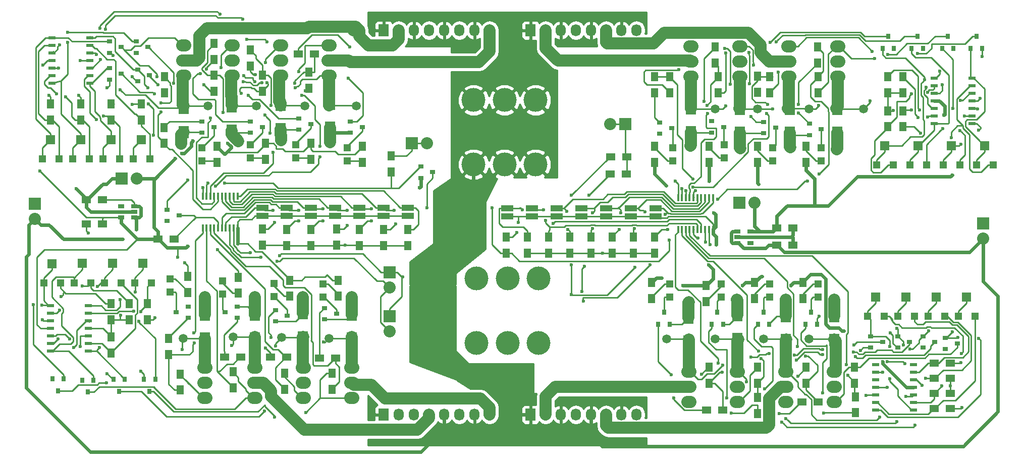
<source format=gbr>
G04 #@! TF.FileFunction,Copper,L1,Top,Signal*
%FSLAX46Y46*%
G04 Gerber Fmt 4.6, Leading zero omitted, Abs format (unit mm)*
G04 Created by KiCad (PCBNEW 4.0.6-e0-6349~53~ubuntu16.04.1) date Wed Aug  9 14:24:47 2017*
%MOMM*%
%LPD*%
G01*
G04 APERTURE LIST*
%ADD10C,0.100000*%
%ADD11R,0.900000X0.800000*%
%ADD12O,2.540000X2.032000*%
%ADD13R,1.200000X1.200000*%
%ADD14R,1.600000X1.500000*%
%ADD15R,1.300000X1.500000*%
%ADD16R,1.143000X0.508000*%
%ADD17R,2.000000X1.000000*%
%ADD18R,2.032000X2.032000*%
%ADD19O,2.032000X2.032000*%
%ADD20C,4.000000*%
%ADD21R,1.727200X2.032000*%
%ADD22O,1.727200X2.032000*%
%ADD23R,0.800000X0.900000*%
%ADD24R,1.500000X1.300000*%
%ADD25R,1.060000X0.650000*%
%ADD26R,0.406400X1.270000*%
%ADD27C,1.500000*%
%ADD28R,1.700000X2.000000*%
%ADD29C,0.600000*%
%ADD30C,1.000000*%
%ADD31C,0.600000*%
%ADD32C,0.250000*%
%ADD33C,2.000000*%
%ADD34C,0.254000*%
G04 APERTURE END LIST*
D10*
D11*
X182800000Y-74450000D03*
X182800000Y-76350000D03*
X184800000Y-75400000D03*
X117872000Y-105800000D03*
X117872000Y-107700000D03*
X119872000Y-106750000D03*
X214000000Y-110550000D03*
X214000000Y-112450000D03*
X216000000Y-111500000D03*
X86250000Y-61050000D03*
X86250000Y-62950000D03*
X88250000Y-62000000D03*
D12*
X102362000Y-64262000D03*
X102362000Y-66802000D03*
X102362000Y-61722000D03*
X110490000Y-64262000D03*
X110490000Y-66802000D03*
X110490000Y-61722000D03*
X94234000Y-64262000D03*
X94234000Y-66802000D03*
X94234000Y-61722000D03*
D13*
X70482000Y-80794000D03*
D14*
X71882000Y-77544000D03*
D13*
X73282000Y-80794000D03*
D15*
X87122000Y-74248000D03*
X87122000Y-71548000D03*
D13*
X80642000Y-80794000D03*
D14*
X82042000Y-77544000D03*
D13*
X83442000Y-80794000D03*
D15*
X71882000Y-74248000D03*
X71882000Y-71548000D03*
D13*
X85722000Y-80794000D03*
D14*
X87122000Y-77544000D03*
D13*
X88522000Y-80794000D03*
D15*
X76962000Y-74248000D03*
X76962000Y-71548000D03*
X82042000Y-74248000D03*
X82042000Y-71548000D03*
D13*
X75562000Y-80794000D03*
D14*
X76962000Y-77544000D03*
D13*
X78362000Y-80794000D03*
D11*
X81750000Y-61050000D03*
X81750000Y-62950000D03*
X83750000Y-62000000D03*
D16*
X72136000Y-60452000D03*
X72136000Y-61722000D03*
X72136000Y-62992000D03*
X72136000Y-64262000D03*
X72136000Y-65532000D03*
X72136000Y-66802000D03*
X72136000Y-68072000D03*
X78486000Y-68072000D03*
X78486000Y-66802000D03*
X78486000Y-64262000D03*
X78486000Y-62992000D03*
X78486000Y-61722000D03*
X78486000Y-60452000D03*
X78486000Y-65532000D03*
D11*
X81750000Y-65550000D03*
X81750000Y-67450000D03*
X83750000Y-66500000D03*
X86500000Y-65800000D03*
X86500000Y-67700000D03*
X88500000Y-66750000D03*
D15*
X115570000Y-80852000D03*
X115570000Y-78152000D03*
D13*
X113030000Y-80622000D03*
X113030000Y-78422000D03*
D11*
X113554000Y-73980000D03*
X113554000Y-75880000D03*
X115554000Y-74930000D03*
D12*
X118618000Y-64262000D03*
X118618000Y-66802000D03*
X118618000Y-61722000D03*
D15*
X99822000Y-81360000D03*
X99822000Y-78660000D03*
D11*
X97298000Y-74488000D03*
X97298000Y-76388000D03*
X99298000Y-75438000D03*
D13*
X97282000Y-81110000D03*
X97282000Y-78910000D03*
D11*
X122190000Y-74488000D03*
X122190000Y-76388000D03*
X124190000Y-75438000D03*
D15*
X124206000Y-81360000D03*
X124206000Y-78660000D03*
D13*
X121666000Y-81110000D03*
X121666000Y-78910000D03*
X105410000Y-80622000D03*
X105410000Y-78422000D03*
D15*
X107950000Y-80872000D03*
X107950000Y-78172000D03*
D11*
X105426000Y-74488000D03*
X105426000Y-76388000D03*
X107426000Y-75438000D03*
D13*
X91948000Y-100881000D03*
X91948000Y-103081000D03*
X100711000Y-101262000D03*
X100711000Y-103462000D03*
X109347000Y-101643000D03*
X109347000Y-103843000D03*
X117602000Y-101770000D03*
X117602000Y-103970000D03*
X176276000Y-81110000D03*
X176276000Y-78910000D03*
X184912000Y-80602000D03*
X184912000Y-78402000D03*
X193040000Y-81110000D03*
X193040000Y-78910000D03*
X201168000Y-81110000D03*
X201168000Y-78910000D03*
X175768000Y-101770000D03*
X175768000Y-103970000D03*
X184404000Y-101770000D03*
X184404000Y-103970000D03*
X192532000Y-101770000D03*
X192532000Y-103970000D03*
X200660000Y-101770000D03*
X200660000Y-103970000D03*
D17*
X131826000Y-88962000D03*
X131826000Y-90362000D03*
X127762000Y-88962000D03*
X127762000Y-90362000D03*
X123698000Y-88962000D03*
X123698000Y-90362000D03*
X119634000Y-88962000D03*
X119634000Y-90362000D03*
X115570000Y-88962000D03*
X115570000Y-90362000D03*
X111506000Y-88962000D03*
X111506000Y-90362000D03*
X107442000Y-88962000D03*
X107442000Y-90362000D03*
X173354996Y-89024000D03*
X173354996Y-90424000D03*
X169206330Y-89024000D03*
X169206330Y-90424000D03*
X165057664Y-89024000D03*
X165057664Y-90424000D03*
X160908998Y-89024000D03*
X160908998Y-90424000D03*
X156760332Y-89024000D03*
X156760332Y-90424000D03*
X152611666Y-89024000D03*
X152611666Y-90424000D03*
X148463000Y-89024000D03*
X148463000Y-90424000D03*
D18*
X132461000Y-78105000D03*
D19*
X135001000Y-78105000D03*
D20*
X142836000Y-81700000D03*
X142836000Y-70900000D03*
X148046000Y-81700000D03*
X148046000Y-70900000D03*
X153256000Y-81700000D03*
X153256000Y-70900000D03*
D18*
X128778000Y-107188000D03*
D19*
X128778000Y-109728000D03*
D18*
X128778000Y-99822000D03*
D19*
X128778000Y-102362000D03*
D20*
X143344000Y-111672000D03*
X143344000Y-100872000D03*
X148554000Y-111672000D03*
X148554000Y-100872000D03*
X153764000Y-111672000D03*
X153764000Y-100872000D03*
D21*
X127762000Y-59182000D03*
D22*
X130302000Y-59182000D03*
X132842000Y-59182000D03*
X135382000Y-59182000D03*
X137922000Y-59182000D03*
X140462000Y-59182000D03*
X143002000Y-59182000D03*
X145542000Y-59182000D03*
D21*
X127762000Y-123698000D03*
D22*
X130302000Y-123698000D03*
X132842000Y-123698000D03*
X135382000Y-123698000D03*
X137922000Y-123698000D03*
X140462000Y-123698000D03*
X143002000Y-123698000D03*
X145542000Y-123698000D03*
D21*
X152400000Y-59182000D03*
D22*
X154940000Y-59182000D03*
X157480000Y-59182000D03*
X160020000Y-59182000D03*
X162560000Y-59182000D03*
X165100000Y-59182000D03*
X167640000Y-59182000D03*
X170180000Y-59182000D03*
D21*
X152400000Y-123698000D03*
D22*
X154940000Y-123698000D03*
X157480000Y-123698000D03*
X160020000Y-123698000D03*
X162560000Y-123698000D03*
X165100000Y-123698000D03*
X167640000Y-123698000D03*
X170180000Y-123698000D03*
D18*
X168275000Y-74930000D03*
D19*
X165735000Y-74930000D03*
D11*
X91440000Y-89286000D03*
X91440000Y-91186000D03*
X93440000Y-90236000D03*
X95000000Y-107450000D03*
X95000000Y-105550000D03*
X93000000Y-106500000D03*
X103200000Y-107450000D03*
X103200000Y-105550000D03*
X101200000Y-106500000D03*
D23*
X74100000Y-117700000D03*
X72200000Y-117700000D03*
X73150000Y-119700000D03*
D12*
X179324000Y-64389000D03*
X179324000Y-66929000D03*
X179324000Y-61849000D03*
D23*
X79100000Y-117900000D03*
X77200000Y-117900000D03*
X78150000Y-119900000D03*
D11*
X109600000Y-106150000D03*
X109600000Y-108050000D03*
X111600000Y-107100000D03*
D12*
X187536666Y-64389000D03*
X187536666Y-66929000D03*
X187536666Y-61849000D03*
D23*
X84350000Y-117800000D03*
X82450000Y-117800000D03*
X83400000Y-119800000D03*
D12*
X97790000Y-118364000D03*
X97790000Y-115824000D03*
X97790000Y-120904000D03*
D23*
X89450000Y-117800000D03*
X87550000Y-117800000D03*
X88500000Y-119800000D03*
D12*
X106172000Y-118364000D03*
X106172000Y-115824000D03*
X106172000Y-120904000D03*
D11*
X174100000Y-74650000D03*
X174100000Y-76550000D03*
X176100000Y-75600000D03*
D23*
X211450000Y-62200000D03*
X213350000Y-62200000D03*
X212400000Y-60200000D03*
X216350000Y-62200000D03*
X218250000Y-62200000D03*
X217300000Y-60200000D03*
D11*
X191500000Y-74550000D03*
X191500000Y-76450000D03*
X193500000Y-75500000D03*
D12*
X114300000Y-118364000D03*
X114300000Y-115824000D03*
X114300000Y-120904000D03*
D11*
X199200000Y-74850000D03*
X199200000Y-76750000D03*
X201200000Y-75800000D03*
D12*
X122428000Y-118364000D03*
X122428000Y-115824000D03*
X122428000Y-120904000D03*
D11*
X134000000Y-82050000D03*
X134000000Y-83950000D03*
X136000000Y-83000000D03*
D23*
X221450000Y-62200000D03*
X223350000Y-62200000D03*
X222400000Y-60200000D03*
D12*
X195749332Y-64389000D03*
X195749332Y-66929000D03*
X195749332Y-61849000D03*
D23*
X226250000Y-62200000D03*
X228150000Y-62200000D03*
X227200000Y-60200000D03*
D12*
X203961998Y-64389000D03*
X203961998Y-66929000D03*
X203961998Y-61849000D03*
X178990855Y-119054938D03*
X178990855Y-116514938D03*
X178990855Y-121594938D03*
X187118854Y-119054938D03*
X187118854Y-116514938D03*
X187118854Y-121594938D03*
X195246853Y-119054938D03*
X195246853Y-116514938D03*
X195246853Y-121594938D03*
X203374852Y-119054938D03*
X203374852Y-116514938D03*
X203374852Y-121594938D03*
D15*
X131826000Y-95330000D03*
X131826000Y-92630000D03*
X127762000Y-95330000D03*
X127762000Y-92630000D03*
X123698000Y-95330000D03*
X123698000Y-92630000D03*
X119888000Y-95250000D03*
X119888000Y-92550000D03*
X115570000Y-95330000D03*
X115570000Y-92630000D03*
X111506000Y-95330000D03*
X111506000Y-92630000D03*
X107442000Y-95250000D03*
X107442000Y-92550000D03*
D24*
X89916000Y-94234000D03*
X92616000Y-94234000D03*
D15*
X91000000Y-69700000D03*
X91000000Y-67000000D03*
X99314000Y-69422000D03*
X99314000Y-66722000D03*
X107442000Y-69422000D03*
X107442000Y-66722000D03*
X115250000Y-68914000D03*
X115250000Y-66214000D03*
X94869000Y-103204000D03*
X94869000Y-100504000D03*
X103378000Y-103331000D03*
X103378000Y-100631000D03*
X93599000Y-116887000D03*
X93599000Y-119587000D03*
X102489000Y-116506000D03*
X102489000Y-119206000D03*
X82042000Y-105076000D03*
X82042000Y-107776000D03*
X85090000Y-105076000D03*
X85090000Y-107776000D03*
X112014000Y-103839000D03*
X112014000Y-101139000D03*
X120142000Y-103839000D03*
X120142000Y-101139000D03*
X111125000Y-116760000D03*
X111125000Y-119460000D03*
X119126000Y-116760000D03*
X119126000Y-119460000D03*
X82042000Y-113364000D03*
X82042000Y-110664000D03*
X88138000Y-105076000D03*
X88138000Y-107776000D03*
X173228000Y-96600000D03*
X173228000Y-93900000D03*
X169672000Y-96600000D03*
X169672000Y-93900000D03*
X166116000Y-96600000D03*
X166116000Y-93900000D03*
X162560000Y-96600000D03*
X162560000Y-93900000D03*
X159004000Y-96600000D03*
X159004000Y-93900000D03*
X155448000Y-96600000D03*
X155448000Y-93900000D03*
X151892000Y-96600000D03*
X151892000Y-93900000D03*
X148336000Y-93900000D03*
X148336000Y-96600000D03*
X173228000Y-78660000D03*
X173228000Y-81360000D03*
X182372000Y-78660000D03*
X182372000Y-81360000D03*
X175768000Y-69676000D03*
X175768000Y-66976000D03*
X183896000Y-69676000D03*
X183896000Y-66976000D03*
X212344000Y-75391000D03*
X212344000Y-72691000D03*
X214884000Y-66976000D03*
X214884000Y-69676000D03*
X190500000Y-78660000D03*
X190500000Y-81360000D03*
X198628000Y-78660000D03*
X198628000Y-81360000D03*
X192532000Y-69676000D03*
X192532000Y-66976000D03*
X200660000Y-69676000D03*
X200660000Y-66976000D03*
X212344000Y-66976000D03*
X212344000Y-69676000D03*
X214884000Y-75391000D03*
X214884000Y-72691000D03*
X172720000Y-104220000D03*
X172720000Y-101520000D03*
X181864000Y-104728000D03*
X181864000Y-102028000D03*
X182372000Y-115744000D03*
X182372000Y-118444000D03*
X190500000Y-115744000D03*
X190500000Y-118444000D03*
D24*
X220138000Y-120142000D03*
X222838000Y-120142000D03*
X220138000Y-115062000D03*
X222838000Y-115062000D03*
D15*
X189992000Y-104220000D03*
X189992000Y-101520000D03*
X198120000Y-104220000D03*
X198120000Y-101520000D03*
X198628000Y-115744000D03*
X198628000Y-118444000D03*
X206756000Y-115744000D03*
X206756000Y-118444000D03*
D24*
X220138000Y-117602000D03*
X222838000Y-117602000D03*
X220138000Y-122682000D03*
X222838000Y-122682000D03*
D15*
X129000000Y-83000000D03*
X129000000Y-80300000D03*
D24*
X165862000Y-80391000D03*
X168562000Y-80391000D03*
X165782000Y-83312000D03*
X168482000Y-83312000D03*
D13*
X70736000Y-101622000D03*
D14*
X72136000Y-98372000D03*
D13*
X73536000Y-101622000D03*
X75850000Y-101585000D03*
D14*
X77250000Y-98335000D03*
D13*
X78650000Y-101585000D03*
X80896000Y-101585000D03*
D14*
X82296000Y-98335000D03*
D13*
X83696000Y-101585000D03*
X85976000Y-101575000D03*
D14*
X87376000Y-98325000D03*
D13*
X88776000Y-101575000D03*
X210436000Y-81810000D03*
D14*
X211836000Y-78560000D03*
D13*
X213236000Y-81810000D03*
X216024000Y-81810000D03*
D14*
X217424000Y-78560000D03*
D13*
X218824000Y-81810000D03*
X221612000Y-81810000D03*
D14*
X223012000Y-78560000D03*
D13*
X224412000Y-81810000D03*
X227200000Y-81810000D03*
D14*
X228600000Y-78560000D03*
D13*
X230000000Y-81810000D03*
X208912000Y-107210000D03*
D14*
X210312000Y-103960000D03*
D13*
X211712000Y-107210000D03*
X213992000Y-107210000D03*
D14*
X215392000Y-103960000D03*
D13*
X216792000Y-107210000D03*
X219072000Y-107210000D03*
D14*
X220472000Y-103960000D03*
D13*
X221872000Y-107210000D03*
X224152000Y-107210000D03*
D14*
X225552000Y-103960000D03*
D13*
X226952000Y-107210000D03*
D25*
X85936000Y-90612000D03*
X85936000Y-89662000D03*
X85936000Y-88712000D03*
X83736000Y-88712000D03*
X83736000Y-90612000D03*
X187094524Y-92966000D03*
X187094524Y-93916000D03*
X187094524Y-94866000D03*
X189294524Y-94866000D03*
X189294524Y-92966000D03*
D26*
X103251000Y-86995000D03*
X102616000Y-86995000D03*
X101955600Y-86995000D03*
X101295200Y-86995000D03*
X100660200Y-86995000D03*
X99999800Y-86995000D03*
X99339400Y-86995000D03*
X98704400Y-86995000D03*
X98044000Y-86995000D03*
X97409000Y-86995000D03*
X97409000Y-92329000D03*
X98044000Y-92329000D03*
X98704400Y-92329000D03*
X99339400Y-92329000D03*
X99999800Y-92329000D03*
X100660200Y-92329000D03*
X101295200Y-92329000D03*
X101955600Y-92329000D03*
X102616000Y-92329000D03*
X103251000Y-92329000D03*
X183007000Y-87249000D03*
X182372000Y-87249000D03*
X181711600Y-87249000D03*
X181051200Y-87249000D03*
X180416200Y-87249000D03*
X179755800Y-87249000D03*
X179095400Y-87249000D03*
X178460400Y-87249000D03*
X177800000Y-87249000D03*
X177165000Y-87249000D03*
X177165000Y-92583000D03*
X177800000Y-92583000D03*
X178460400Y-92583000D03*
X179095400Y-92583000D03*
X179755800Y-92583000D03*
X180416200Y-92583000D03*
X181051200Y-92583000D03*
X181711600Y-92583000D03*
X182372000Y-92583000D03*
X183007000Y-92583000D03*
D16*
X71882000Y-105410000D03*
X71882000Y-106680000D03*
X71882000Y-107950000D03*
X71882000Y-109220000D03*
X71882000Y-110490000D03*
X71882000Y-111760000D03*
X71882000Y-113030000D03*
X78232000Y-113030000D03*
X78232000Y-111760000D03*
X78232000Y-109220000D03*
X78232000Y-107950000D03*
X78232000Y-106680000D03*
X78232000Y-105410000D03*
X78232000Y-110490000D03*
X220091000Y-67183000D03*
X220091000Y-68453000D03*
X220091000Y-69723000D03*
X220091000Y-70993000D03*
X220091000Y-72263000D03*
X220091000Y-73533000D03*
X220091000Y-74803000D03*
X226441000Y-74803000D03*
X226441000Y-73533000D03*
X226441000Y-70993000D03*
X226441000Y-69723000D03*
X226441000Y-68453000D03*
X226441000Y-67183000D03*
X226441000Y-72263000D03*
X216662000Y-122936000D03*
X216662000Y-121666000D03*
X216662000Y-120396000D03*
X216662000Y-119126000D03*
X216662000Y-117856000D03*
X216662000Y-116586000D03*
X216662000Y-115316000D03*
X210312000Y-115316000D03*
X210312000Y-116586000D03*
X210312000Y-119126000D03*
X210312000Y-120396000D03*
X210312000Y-121666000D03*
X210312000Y-122936000D03*
X210312000Y-117856000D03*
D27*
X98298000Y-71882000D03*
X106426000Y-71882000D03*
X114554000Y-71882000D03*
X123190000Y-71882000D03*
X94107000Y-110871000D03*
X102489000Y-110617000D03*
X110617000Y-110744000D03*
X118618000Y-110871000D03*
X183388000Y-72390000D03*
X190500000Y-72390000D03*
X199136000Y-72390000D03*
X208280000Y-72390000D03*
X175260000Y-110998000D03*
X183388000Y-110998000D03*
X191516000Y-110998000D03*
X199136000Y-110998000D03*
D24*
X80598000Y-87630000D03*
X77898000Y-87630000D03*
X193722000Y-95250000D03*
X196422000Y-95250000D03*
X80598000Y-91694000D03*
X77898000Y-91694000D03*
X193722000Y-92329000D03*
X196422000Y-92329000D03*
D18*
X69215000Y-88265000D03*
D19*
X69215000Y-90805000D03*
D18*
X228346000Y-91567000D03*
D19*
X228346000Y-94107000D03*
D18*
X83820000Y-84074000D03*
D19*
X86360000Y-84074000D03*
D18*
X187452000Y-88138000D03*
D19*
X189992000Y-88138000D03*
D23*
X173850000Y-108500000D03*
X175750000Y-108500000D03*
X174800000Y-106500000D03*
X182800000Y-108500000D03*
X184700000Y-108500000D03*
X183750000Y-106500000D03*
D11*
X209500000Y-110550000D03*
X209500000Y-112450000D03*
X211500000Y-111500000D03*
D23*
X190550000Y-108500000D03*
X192450000Y-108500000D03*
X191500000Y-106500000D03*
X198550000Y-108500000D03*
X200450000Y-108500000D03*
X199500000Y-106500000D03*
D11*
X218250000Y-110550000D03*
X218250000Y-112450000D03*
X220250000Y-111500000D03*
X222000000Y-110800000D03*
X222000000Y-112700000D03*
X224000000Y-111750000D03*
D28*
X94250000Y-72250000D03*
X94250000Y-76250000D03*
X102250000Y-72000000D03*
X102250000Y-76000000D03*
X110500000Y-71750000D03*
X110500000Y-75750000D03*
X118750000Y-71500000D03*
X118750000Y-75500000D03*
X97800000Y-110900000D03*
X97800000Y-106900000D03*
X106200000Y-110900000D03*
X106200000Y-106900000D03*
X114200000Y-110700000D03*
X114200000Y-106700000D03*
X122400000Y-110900000D03*
X122400000Y-106900000D03*
X179300000Y-72300000D03*
X179300000Y-76300000D03*
X187500000Y-72400000D03*
X187500000Y-76400000D03*
X195900000Y-72400000D03*
X195900000Y-76400000D03*
X203900000Y-72400000D03*
X203900000Y-76400000D03*
X178900000Y-111400000D03*
X178900000Y-107400000D03*
X187100000Y-111000000D03*
X187100000Y-107000000D03*
X195200000Y-111200000D03*
X195200000Y-107200000D03*
X203400000Y-111200000D03*
X203400000Y-107200000D03*
D15*
X91694000Y-110918000D03*
X91694000Y-113618000D03*
D24*
X108759000Y-114046000D03*
X111459000Y-114046000D03*
X101059000Y-114046000D03*
X103759000Y-114046000D03*
X117014000Y-114173000D03*
X119714000Y-114173000D03*
X181911000Y-122936000D03*
X184611000Y-122936000D03*
X197913000Y-121539000D03*
X200613000Y-121539000D03*
D15*
X190500000Y-123524000D03*
X190500000Y-120824000D03*
X206883000Y-123397000D03*
X206883000Y-120697000D03*
X90932000Y-75485000D03*
X90932000Y-78185000D03*
X105410000Y-65151000D03*
X105410000Y-62451000D03*
X99314000Y-64088000D03*
X99314000Y-61388000D03*
D24*
X113458000Y-63119000D03*
X116158000Y-63119000D03*
D15*
X173228000Y-69676000D03*
X173228000Y-66976000D03*
X190500000Y-69596000D03*
X190500000Y-66896000D03*
X183388000Y-61943000D03*
X183388000Y-64643000D03*
X200533000Y-64643000D03*
X200533000Y-61943000D03*
D29*
X86233000Y-92583000D03*
X83947000Y-94234000D03*
X176657000Y-84455000D03*
X207772000Y-112903000D03*
X97418990Y-85558057D03*
X85600000Y-67000000D03*
X82042000Y-71548000D03*
X81400000Y-68800000D03*
X82400000Y-63400000D03*
X86250000Y-62950000D03*
X133800000Y-85600000D03*
X87000000Y-116400000D03*
X72200000Y-117700000D03*
X77200000Y-117900000D03*
X81400000Y-116800000D03*
X95000000Y-105550000D03*
X82400000Y-89662000D03*
X91440000Y-91186000D03*
X174100000Y-76550000D03*
X213350000Y-62200000D03*
X218250000Y-62200000D03*
X223350000Y-62200000D03*
X228200000Y-63600000D03*
X227800000Y-70600000D03*
X212800000Y-110000000D03*
X218250000Y-112450000D03*
X222000000Y-112700000D03*
X224600000Y-115000000D03*
X200800000Y-107200000D03*
D30*
X179000000Y-104800000D03*
X187000000Y-104400000D03*
X195200000Y-104400000D03*
X203400000Y-104400000D03*
X203800000Y-79200000D03*
X196000000Y-78800000D03*
X187600000Y-79000000D03*
X179200000Y-78600000D03*
X118800000Y-78000000D03*
X110600001Y-77626154D03*
X103400000Y-77800000D03*
X93800000Y-78200000D03*
X122400000Y-104000000D03*
X114200000Y-104000000D03*
X106200000Y-104000000D03*
X97800000Y-104000000D03*
D29*
X224775551Y-122540551D03*
X76835000Y-64262000D03*
X71628000Y-70104000D03*
X76581000Y-70104000D03*
X85598000Y-71628000D03*
X222838000Y-118872000D03*
X212217000Y-119126000D03*
X83627651Y-106995660D03*
X89408000Y-107442000D03*
X216281000Y-72517000D03*
X213233000Y-72644000D03*
X194310000Y-93916000D03*
X164465000Y-96600000D03*
X121285000Y-95250000D03*
X76200000Y-85725000D03*
X78232000Y-93218000D03*
X103302491Y-95020370D03*
X101633564Y-78154900D03*
X99895229Y-96047125D03*
X92800000Y-80700000D03*
X93900000Y-79800000D03*
X95758000Y-77724000D03*
X70104000Y-82804000D03*
X70612000Y-65024000D03*
X93218000Y-97282000D03*
X94361000Y-98171000D03*
X94869000Y-95377000D03*
X211474977Y-114798010D03*
X196078010Y-102017467D03*
X187962449Y-101978551D03*
X182374990Y-84477021D03*
X183515000Y-95123000D03*
X182245000Y-98552000D03*
X174371000Y-100711000D03*
X177927000Y-101981000D03*
X183007000Y-100711000D03*
X191262000Y-100457000D03*
X204978000Y-109601000D03*
X183134000Y-89789000D03*
X175133000Y-85217000D03*
X190627000Y-84963000D03*
X223139000Y-83439000D03*
X221742000Y-73406000D03*
X150368000Y-91440000D03*
X150114000Y-93091000D03*
X129540000Y-89408000D03*
X129794000Y-91694000D03*
X125730000Y-89154000D03*
X125730000Y-91186000D03*
X121666000Y-89408000D03*
X121666000Y-91948000D03*
X117602000Y-89154000D03*
X117602000Y-91186000D03*
X113538000Y-89408000D03*
X113538000Y-91186000D03*
X109220000Y-89408000D03*
X109474000Y-91440000D03*
X175006000Y-90043000D03*
X175387000Y-92583000D03*
X171577000Y-89662000D03*
X169799000Y-92456000D03*
X167513000Y-89789000D03*
X167259000Y-92583000D03*
X162814000Y-89789000D03*
X162814000Y-92456000D03*
X158632990Y-92583000D03*
X158496000Y-89535000D03*
X154559000Y-89281000D03*
X154940000Y-91059000D03*
X151003000Y-89281000D03*
X156210000Y-91567000D03*
X131000000Y-100600000D03*
X159257998Y-103504998D03*
X159257998Y-98552000D03*
X159258000Y-86868000D03*
X169926000Y-98933000D03*
X182499000Y-95123000D03*
X110292542Y-97019823D03*
X105409998Y-96520000D03*
X172466000Y-98542010D03*
X107211540Y-97247966D03*
X162179000Y-86868000D03*
X161417000Y-98806000D03*
X161036000Y-102997000D03*
X161290000Y-104648000D03*
X181737000Y-94742000D03*
X109855000Y-97917000D03*
X94900000Y-84300000D03*
X101100000Y-84800000D03*
X90421136Y-71393146D03*
X90424000Y-72898000D03*
X100800000Y-72985002D03*
X98679000Y-73914000D03*
X73400000Y-61600000D03*
X83600000Y-69200000D03*
X74750000Y-61250000D03*
X74750000Y-59500000D03*
X102297440Y-70729010D03*
X73200000Y-65500000D03*
X107823435Y-73405567D03*
X108876332Y-71796345D03*
X109220000Y-79629000D03*
X108712000Y-76454000D03*
X114035525Y-70113990D03*
X112895785Y-68048516D03*
X98298000Y-84836000D03*
X99568000Y-85344000D03*
X117094000Y-80391000D03*
X117094000Y-78613000D03*
X108204000Y-61087000D03*
X104775000Y-60706000D03*
X104100000Y-57300000D03*
X81100000Y-59000000D03*
X80300000Y-64100000D03*
X89147010Y-76806958D03*
X87122000Y-77544000D03*
X88300000Y-71500000D03*
X88200000Y-68800000D03*
X112980876Y-68843990D03*
X107383023Y-67972399D03*
X104211737Y-67855155D03*
X104211740Y-67855154D03*
X104211736Y-67855156D03*
X100310186Y-56474990D03*
X80200000Y-58800000D03*
X79600000Y-63200000D03*
X180104624Y-86121053D03*
X179644051Y-84140051D03*
X182118000Y-73152000D03*
X181991000Y-71755000D03*
X70400000Y-105300000D03*
X69000000Y-105200000D03*
X185175990Y-71863604D03*
X221488000Y-68326000D03*
X96012000Y-111633000D03*
X95885000Y-109982000D03*
X218760672Y-68758928D03*
X193040000Y-72390000D03*
X80100000Y-112400000D03*
X79749543Y-102206409D03*
X94000000Y-112800000D03*
X70500080Y-107799330D03*
X86700000Y-108000000D03*
X86106000Y-103124000D03*
X83566000Y-104394000D03*
X102235000Y-112121002D03*
X75057000Y-110998000D03*
X179638305Y-85471003D03*
X178489877Y-86112564D03*
X192024000Y-73152000D03*
X192151000Y-71628000D03*
X177790010Y-85725000D03*
X183769000Y-87503000D03*
X198882000Y-84455000D03*
X200787000Y-83312000D03*
X190500000Y-69596000D03*
X189357000Y-73660000D03*
X109625010Y-112150990D03*
X76835000Y-112268000D03*
X197358000Y-73025000D03*
X197358000Y-71628000D03*
X117639010Y-111543530D03*
X75800000Y-112400000D03*
X226441000Y-74803000D03*
X223300000Y-72300000D03*
X227584000Y-75946000D03*
X224574010Y-78289693D03*
X227394234Y-72420650D03*
X200745348Y-71785039D03*
X224533556Y-70985454D03*
X209349087Y-71043806D03*
X183916949Y-115082949D03*
X184531000Y-116586000D03*
X191097551Y-114262551D03*
X190627000Y-113030000D03*
X195261195Y-124361732D03*
X184667990Y-115380468D03*
X213868000Y-124850990D03*
X215392000Y-120650000D03*
X188604990Y-118171705D03*
X194565373Y-124928962D03*
X218059000Y-118745000D03*
X216916000Y-125476000D03*
X198554188Y-113860711D03*
X197223408Y-112279282D03*
X205359000Y-115316000D03*
X205613000Y-117094000D03*
X210312000Y-117856000D03*
X210947000Y-124079000D03*
X208704117Y-120503793D03*
X72898000Y-69850000D03*
X74422000Y-70358000D03*
X80800000Y-73600000D03*
X79600000Y-74200000D03*
X73660000Y-103886000D03*
X73406000Y-106172000D03*
X77216000Y-102108000D03*
X73152000Y-110998000D03*
X87055594Y-106408642D03*
X85805582Y-106321683D03*
X216281000Y-69850000D03*
X219019498Y-69596000D03*
X217424000Y-73787000D03*
X221534956Y-75678978D03*
X218994251Y-73764566D03*
X224447034Y-75995649D03*
X217678000Y-72517000D03*
X225180990Y-73533000D03*
X222973990Y-77252003D03*
X217805000Y-76454000D03*
X221361000Y-118872000D03*
X224663000Y-113411000D03*
X211455000Y-116586000D03*
X218694000Y-117602000D03*
X98023044Y-65665424D03*
X96984606Y-66435887D03*
X108182987Y-67963664D03*
X107959990Y-64632760D03*
X89281000Y-69850000D03*
X103886000Y-69723000D03*
X114606024Y-69316339D03*
X106172000Y-67818000D03*
X104267000Y-66802000D03*
X89916000Y-68326000D03*
X113568920Y-66111181D03*
X189110963Y-68116137D03*
X184979384Y-62214058D03*
X177292000Y-65786000D03*
X189074990Y-62902424D03*
X192608051Y-61208051D03*
X185900000Y-68200000D03*
X108839000Y-110744000D03*
X107950000Y-112522000D03*
X185166000Y-62992000D03*
X189800000Y-65000000D03*
X193600000Y-61100000D03*
X221081551Y-66065449D03*
X218536952Y-67508916D03*
X146000000Y-89000000D03*
X135000000Y-89000000D03*
X180543790Y-94032492D03*
X175641000Y-94361000D03*
X176022000Y-116967000D03*
X176403000Y-120904000D03*
X185293000Y-120904000D03*
X186055000Y-123444000D03*
X212700000Y-112266968D03*
X212700000Y-117700000D03*
X214949981Y-112045638D03*
X213900000Y-107302000D03*
X216662000Y-115316000D03*
X213900000Y-109200000D03*
X191643000Y-119380000D03*
X194157556Y-123494815D03*
X201422000Y-120015000D03*
X201549000Y-123444000D03*
X212294516Y-114798010D03*
X216050494Y-112718407D03*
X219072000Y-107210000D03*
X210312000Y-115316000D03*
X215200000Y-115100000D03*
X219200000Y-109600000D03*
X224152000Y-107210000D03*
X227600000Y-110900000D03*
X224100000Y-110700000D03*
X223200000Y-109800000D03*
X89747495Y-66970505D03*
X91000000Y-69478990D03*
X97621264Y-68349287D03*
X100527307Y-65461683D03*
X92551979Y-68049288D03*
X106268334Y-66649685D03*
X105028098Y-70067991D03*
X121793000Y-67183000D03*
X122047000Y-61976000D03*
X81288151Y-118399989D03*
X93599000Y-116887000D03*
X107769051Y-123130949D03*
X114681000Y-123317000D03*
X109474000Y-124079000D03*
X181500739Y-71122811D03*
X182800000Y-74450000D03*
X193929000Y-66167000D03*
X209700000Y-62700000D03*
X212300000Y-63200000D03*
X210100000Y-63900000D03*
X217300000Y-63100000D03*
X201431990Y-112776000D03*
X196715250Y-113671020D03*
X192414990Y-113465770D03*
X182372000Y-115744000D03*
X189357000Y-114046000D03*
X206629000Y-112014000D03*
X181054315Y-116895254D03*
X201431990Y-113626202D03*
X206585883Y-113176207D03*
X190500000Y-115744000D03*
X196977000Y-114554000D03*
X206883000Y-113919000D03*
X198628000Y-115744000D03*
X197231000Y-117221000D03*
D31*
X191831000Y-95791000D02*
X188224524Y-95791000D01*
X188224524Y-95791000D02*
X187299524Y-94866000D01*
X192372000Y-95250000D02*
X191831000Y-95791000D01*
X187299524Y-94866000D02*
X187094524Y-94866000D01*
X193722000Y-95250000D02*
X192372000Y-95250000D01*
X142836000Y-81700000D02*
X142836000Y-84528427D01*
X142836000Y-84528427D02*
X139200000Y-88164427D01*
X139200000Y-88164427D02*
X139200000Y-104800000D01*
X139200000Y-104800000D02*
X138800000Y-105200000D01*
X138800000Y-105200000D02*
X138800000Y-112200000D01*
X138800000Y-112200000D02*
X150298000Y-123698000D01*
X150298000Y-123698000D02*
X152400000Y-123698000D01*
X164400000Y-129000000D02*
X162560000Y-127160000D01*
X162560000Y-127160000D02*
X162560000Y-123698000D01*
X225000000Y-129000000D02*
X164400000Y-129000000D01*
X230800000Y-123200000D02*
X225000000Y-129000000D01*
X230800000Y-103800000D02*
X230800000Y-123200000D01*
X228346000Y-101346000D02*
X230800000Y-103800000D01*
X228346000Y-94107000D02*
X228346000Y-101346000D01*
X134000000Y-130000000D02*
X137922000Y-126078000D01*
X137922000Y-126078000D02*
X137922000Y-123698000D01*
X78600000Y-130000000D02*
X134000000Y-130000000D01*
X67800000Y-119200000D02*
X78600000Y-130000000D01*
X67800000Y-97200000D02*
X67800000Y-119200000D01*
X68199001Y-96800999D02*
X67800000Y-97200000D01*
X69215000Y-90805000D02*
X68199001Y-91820999D01*
X68199001Y-91820999D02*
X68199001Y-96800999D01*
X86995000Y-90358002D02*
X86995000Y-88965998D01*
X86741002Y-88712000D02*
X85936000Y-88712000D01*
X86995000Y-88965998D02*
X86741002Y-88712000D01*
X85936000Y-90612000D02*
X86741002Y-90612000D01*
X86741002Y-90612000D02*
X86995000Y-90358002D01*
X86233000Y-92583000D02*
X86233000Y-90909000D01*
X86233000Y-90909000D02*
X85936000Y-90612000D01*
X71627999Y-91820999D02*
X74041000Y-94234000D01*
X74041000Y-94234000D02*
X83947000Y-94234000D01*
X69215000Y-90805000D02*
X70230999Y-91820999D01*
X70230999Y-91820999D02*
X71627999Y-91820999D01*
D32*
X85936000Y-88712000D02*
X85936000Y-88137000D01*
X81598000Y-87630000D02*
X80598000Y-87630000D01*
X85936000Y-88137000D02*
X85429000Y-87630000D01*
X85429000Y-87630000D02*
X81598000Y-87630000D01*
X86426000Y-88712000D02*
X85936000Y-88712000D01*
D31*
X193722000Y-95250000D02*
X193822000Y-95250000D01*
X193822000Y-95250000D02*
X194972001Y-96400001D01*
X194972001Y-96400001D02*
X226052999Y-96400001D01*
X226052999Y-96400001D02*
X228346000Y-94107000D01*
X187094524Y-94866000D02*
X186289522Y-94866000D01*
X186289522Y-94866000D02*
X186064523Y-94641001D01*
X186064523Y-94641001D02*
X186064523Y-93190999D01*
X186064523Y-93190999D02*
X186289522Y-92966000D01*
X186289522Y-92966000D02*
X187094524Y-92966000D01*
D32*
X177165000Y-87249000D02*
X177165000Y-84963000D01*
X177165000Y-84963000D02*
X176657000Y-84455000D01*
X208225000Y-112450000D02*
X207772000Y-112903000D01*
X209500000Y-112450000D02*
X208225000Y-112450000D01*
X177165000Y-87249000D02*
X177165000Y-86817200D01*
X97409000Y-86995000D02*
X97409000Y-85568047D01*
X97409000Y-85568047D02*
X97418990Y-85558057D01*
D33*
X93800000Y-77492894D02*
X93800000Y-78200000D01*
X94250000Y-76250000D02*
X93800000Y-76700000D01*
X93800000Y-76700000D02*
X93800000Y-77492894D01*
D32*
X86500000Y-67700000D02*
X86300000Y-67700000D01*
X86300000Y-67700000D02*
X85600000Y-67000000D01*
X81750000Y-67450000D02*
X81750000Y-68450000D01*
X81750000Y-68450000D02*
X81400000Y-68800000D01*
X94250000Y-76250000D02*
X97160000Y-76250000D01*
X97160000Y-76250000D02*
X97298000Y-76388000D01*
X82042000Y-71548000D02*
X82548000Y-71548000D01*
X81750000Y-62950000D02*
X81950000Y-62950000D01*
X81950000Y-62950000D02*
X82400000Y-63400000D01*
X113554000Y-75880000D02*
X110630000Y-75880000D01*
X110630000Y-75880000D02*
X110500000Y-75750000D01*
X105426000Y-76388000D02*
X102638000Y-76388000D01*
X102638000Y-76388000D02*
X102250000Y-76000000D01*
D31*
X122190000Y-76388000D02*
X119638000Y-76388000D01*
X119638000Y-76388000D02*
X118750000Y-75500000D01*
X134000000Y-83950000D02*
X134000000Y-85400000D01*
X134000000Y-85400000D02*
X133800000Y-85600000D01*
D32*
X87550000Y-117800000D02*
X87550000Y-116950000D01*
X87550000Y-116950000D02*
X87000000Y-116400000D01*
X82450000Y-117800000D02*
X82400000Y-117800000D01*
X82400000Y-117800000D02*
X81400000Y-116800000D01*
X109600000Y-108050000D02*
X113000000Y-108050000D01*
X114200000Y-106850000D02*
X114200000Y-106700000D01*
X113000000Y-108050000D02*
X114200000Y-106850000D01*
X117872000Y-107700000D02*
X121600000Y-107700000D01*
X121600000Y-107700000D02*
X122400000Y-106900000D01*
X103200000Y-105550000D02*
X105000000Y-105550000D01*
X105000000Y-105550000D02*
X106200000Y-106750000D01*
X106200000Y-106750000D02*
X106200000Y-106900000D01*
D31*
X82400000Y-89662000D02*
X78680000Y-89662000D01*
X85936000Y-89662000D02*
X82400000Y-89662000D01*
D32*
X182800000Y-76350000D02*
X179350000Y-76350000D01*
X179350000Y-76350000D02*
X179300000Y-76300000D01*
X191500000Y-76450000D02*
X187550000Y-76450000D01*
X187550000Y-76450000D02*
X187500000Y-76400000D01*
X199200000Y-76750000D02*
X196250000Y-76750000D01*
X196250000Y-76750000D02*
X195900000Y-76400000D01*
X228150000Y-62200000D02*
X228150000Y-63550000D01*
X228150000Y-63550000D02*
X228200000Y-63600000D01*
X226441000Y-70993000D02*
X227407000Y-70993000D01*
X227407000Y-70993000D02*
X227800000Y-70600000D01*
X214000000Y-112450000D02*
X213950000Y-112450000D01*
X213950000Y-112450000D02*
X213224999Y-111724999D01*
X213224999Y-111724999D02*
X213224999Y-110424999D01*
X213224999Y-110424999D02*
X212800000Y-110000000D01*
X222838000Y-115062000D02*
X224538000Y-115062000D01*
X224538000Y-115062000D02*
X224600000Y-115000000D01*
X200450000Y-108500000D02*
X200450000Y-107550000D01*
X200450000Y-107550000D02*
X200800000Y-107200000D01*
X192450000Y-108500000D02*
X192450000Y-108450000D01*
X192450000Y-108450000D02*
X193700000Y-107200000D01*
X193700000Y-107200000D02*
X194100000Y-107200000D01*
X194100000Y-107200000D02*
X195200000Y-107200000D01*
X175750000Y-108500000D02*
X177800000Y-108500000D01*
X177800000Y-108500000D02*
X178900000Y-107400000D01*
X184700000Y-108500000D02*
X185750000Y-108500000D01*
X185750000Y-108500000D02*
X187100000Y-107150000D01*
X187100000Y-107150000D02*
X187100000Y-107000000D01*
D33*
X178900000Y-107400000D02*
X178900000Y-104900000D01*
X178900000Y-104900000D02*
X179000000Y-104800000D01*
X187100000Y-107000000D02*
X187100000Y-104500000D01*
X187100000Y-104500000D02*
X187000000Y-104400000D01*
X195200000Y-107200000D02*
X195200000Y-104400000D01*
X203400000Y-107200000D02*
X203400000Y-104400000D01*
X203900000Y-76400000D02*
X203900000Y-79100000D01*
X203900000Y-79100000D02*
X203800000Y-79200000D01*
X195900000Y-76400000D02*
X195900000Y-78700000D01*
X195900000Y-78700000D02*
X196000000Y-78800000D01*
X187500000Y-76400000D02*
X187500000Y-78900000D01*
X187500000Y-78900000D02*
X187600000Y-79000000D01*
X179300000Y-76300000D02*
X179300000Y-78500000D01*
X179300000Y-78500000D02*
X179200000Y-78600000D01*
X118750000Y-75500000D02*
X118750000Y-77950000D01*
X118750000Y-77950000D02*
X118800000Y-78000000D01*
X110500000Y-75750000D02*
X110500000Y-76679998D01*
X110500000Y-76679998D02*
X110600001Y-76779999D01*
X110600001Y-76779999D02*
X110600001Y-77626154D01*
X102250000Y-76000000D02*
X102250000Y-76650000D01*
X102250000Y-76650000D02*
X103400000Y-77800000D01*
X122400000Y-106900000D02*
X122400000Y-104000000D01*
X114200000Y-106700000D02*
X114200000Y-104000000D01*
X106200000Y-106900000D02*
X106200000Y-104000000D01*
X97800000Y-106900000D02*
X97800000Y-104000000D01*
D32*
X224634102Y-122682000D02*
X224775551Y-122540551D01*
X222838000Y-122682000D02*
X224634102Y-122682000D01*
X228150000Y-62200000D02*
X228150000Y-62250000D01*
X78486000Y-64262000D02*
X76835000Y-64262000D01*
X71882000Y-71548000D02*
X71882000Y-70358000D01*
X71882000Y-70358000D02*
X71628000Y-70104000D01*
X76962000Y-71548000D02*
X76962000Y-70485000D01*
X76962000Y-70485000D02*
X76581000Y-70104000D01*
X87122000Y-71548000D02*
X85678000Y-71548000D01*
X85678000Y-71548000D02*
X85598000Y-71628000D01*
X76962000Y-71548000D02*
X76962000Y-70866000D01*
X105376000Y-76388000D02*
X105426000Y-76388000D01*
X113504000Y-75880000D02*
X113554000Y-75880000D01*
X222838000Y-118872000D02*
X222838000Y-117602000D01*
X222838000Y-119242000D02*
X222838000Y-118872000D01*
X222838000Y-120142000D02*
X222838000Y-119242000D01*
X210312000Y-119126000D02*
X212217000Y-119126000D01*
X226441000Y-70993000D02*
X226949000Y-70993000D01*
X83566000Y-107057311D02*
X83627651Y-106995660D01*
X83566000Y-107776000D02*
X85090000Y-107776000D01*
X82042000Y-107776000D02*
X83566000Y-107776000D01*
X83566000Y-107776000D02*
X83566000Y-107057311D01*
X88138000Y-107776000D02*
X89074000Y-107776000D01*
X89074000Y-107776000D02*
X89408000Y-107442000D01*
X226441000Y-70993000D02*
X226187000Y-70993000D01*
X216281000Y-72517000D02*
X215058000Y-72517000D01*
X215058000Y-72517000D02*
X214884000Y-72691000D01*
X212344000Y-72691000D02*
X213186000Y-72691000D01*
X213186000Y-72691000D02*
X213233000Y-72644000D01*
X212344000Y-69676000D02*
X214884000Y-69676000D01*
X212344000Y-72691000D02*
X212344000Y-71691000D01*
X212344000Y-71691000D02*
X212344000Y-69676000D01*
D31*
X194310000Y-93916000D02*
X196085000Y-93916000D01*
X187094524Y-93916000D02*
X194310000Y-93916000D01*
D32*
X164465000Y-96600000D02*
X166116000Y-96600000D01*
X163460000Y-96600000D02*
X164465000Y-96600000D01*
X121285000Y-95250000D02*
X123618000Y-95250000D01*
X119888000Y-95250000D02*
X121285000Y-95250000D01*
X97409000Y-87426800D02*
X97409000Y-86995000D01*
D31*
X77898000Y-87630000D02*
X77898000Y-87423000D01*
X77898000Y-87423000D02*
X76200000Y-85725000D01*
X78680000Y-89662000D02*
X77898000Y-88880000D01*
X77898000Y-88880000D02*
X77898000Y-87630000D01*
X196422000Y-95250000D02*
X196422000Y-94000000D01*
X196422000Y-94000000D02*
X196338000Y-93916000D01*
X196338000Y-93916000D02*
X196085000Y-93916000D01*
X196085000Y-93916000D02*
X196422000Y-93579000D01*
X196422000Y-93579000D02*
X196422000Y-92329000D01*
X81315000Y-84963000D02*
X80665000Y-84963000D01*
X80665000Y-84963000D02*
X77998000Y-87630000D01*
X77998000Y-87630000D02*
X77898000Y-87630000D01*
X83820000Y-84074000D02*
X82204000Y-84074000D01*
X82204000Y-84074000D02*
X81315000Y-84963000D01*
D32*
X169672000Y-96600000D02*
X170572000Y-96600000D01*
X170572000Y-96600000D02*
X173228000Y-96600000D01*
X166116000Y-96600000D02*
X167016000Y-96600000D01*
X167016000Y-96600000D02*
X169672000Y-96600000D01*
X162560000Y-96600000D02*
X163460000Y-96600000D01*
X159004000Y-96600000D02*
X162560000Y-96600000D01*
X155448000Y-96600000D02*
X159004000Y-96600000D01*
X151892000Y-96600000D02*
X155448000Y-96600000D01*
X88138000Y-107776000D02*
X88138000Y-107876000D01*
X82042000Y-107776000D02*
X82042000Y-108776000D01*
X82042000Y-108776000D02*
X82042000Y-110664000D01*
X78232000Y-109220000D02*
X80698000Y-109220000D01*
X80698000Y-109220000D02*
X82042000Y-110564000D01*
X82042000Y-110564000D02*
X82042000Y-110664000D01*
X77898000Y-91694000D02*
X77898000Y-92884000D01*
X77898000Y-92884000D02*
X78232000Y-93218000D01*
X127762000Y-95330000D02*
X128662000Y-95330000D01*
X128662000Y-95330000D02*
X131826000Y-95330000D01*
X123698000Y-95330000D02*
X127762000Y-95330000D01*
X123618000Y-95250000D02*
X123698000Y-95330000D01*
X115570000Y-95330000D02*
X119808000Y-95330000D01*
X119808000Y-95330000D02*
X119888000Y-95250000D01*
X111506000Y-95330000D02*
X115570000Y-95330000D01*
X107442000Y-95250000D02*
X111426000Y-95250000D01*
X111426000Y-95250000D02*
X111506000Y-95330000D01*
D31*
X95458001Y-78666263D02*
X94324264Y-79800000D01*
X94324264Y-79800000D02*
X93900000Y-79800000D01*
X95458001Y-78023999D02*
X95458001Y-78666263D01*
X95758000Y-77724000D02*
X95458001Y-78023999D01*
X103302491Y-94596106D02*
X103302491Y-95020370D01*
D32*
X104962374Y-95020370D02*
X103726755Y-95020370D01*
X112014000Y-101039000D02*
X107321998Y-96346998D01*
X103726755Y-95020370D02*
X103302491Y-95020370D01*
X112014000Y-101139000D02*
X112014000Y-101039000D01*
X106289002Y-96346998D02*
X104962374Y-95020370D01*
X107321998Y-96346998D02*
X106289002Y-96346998D01*
D31*
X103319201Y-92397201D02*
X103319201Y-94579396D01*
X103319201Y-94579396D02*
X103302491Y-94596106D01*
X101933563Y-78454899D02*
X101633564Y-78154900D01*
X99822000Y-78760000D02*
X100961999Y-79899999D01*
X102153999Y-78675335D02*
X101933563Y-78454899D01*
X102153999Y-78930005D02*
X102153999Y-78675335D01*
X101184005Y-79899999D02*
X102153999Y-78930005D01*
X100961999Y-79899999D02*
X101184005Y-79899999D01*
D32*
X109728000Y-78628000D02*
X109272000Y-78172000D01*
X109272000Y-78172000D02*
X107950000Y-78172000D01*
X109728000Y-79050000D02*
X109728000Y-78628000D01*
X106562000Y-79660000D02*
X107950000Y-78272000D01*
X107950000Y-78272000D02*
X107950000Y-78172000D01*
D31*
X89916000Y-94234000D02*
X89916000Y-92984000D01*
X89200000Y-92268000D02*
X89200000Y-84282000D01*
X89916000Y-92984000D02*
X89200000Y-92268000D01*
X89200000Y-84282000D02*
X89916000Y-83566000D01*
D32*
X103378000Y-100631000D02*
X103378000Y-99529896D01*
X103378000Y-99529896D02*
X100195228Y-96347124D01*
X100195228Y-96347124D02*
X99895229Y-96047125D01*
X84655000Y-96012000D02*
X86433000Y-94234000D01*
X70866000Y-96012000D02*
X84655000Y-96012000D01*
X69596000Y-97282000D02*
X70866000Y-96012000D01*
X69596000Y-105529004D02*
X69625002Y-105500002D01*
X69596000Y-108585000D02*
X69596000Y-105529004D01*
X69625002Y-104899998D02*
X69596000Y-104870996D01*
X70231000Y-109220000D02*
X69596000Y-108585000D01*
X69625002Y-105500002D02*
X69625002Y-104899998D01*
X71882000Y-109220000D02*
X70231000Y-109220000D01*
X69596000Y-104870996D02*
X69596000Y-97282000D01*
D31*
X92800000Y-80700000D02*
X89934000Y-83566000D01*
X89934000Y-83566000D02*
X89916000Y-83566000D01*
X99822000Y-78760000D02*
X99822000Y-78660000D01*
D32*
X99822000Y-78760000D02*
X100722000Y-79660000D01*
X100722000Y-79660000D02*
X106562000Y-79660000D01*
X70104000Y-82804000D02*
X77912000Y-90612000D01*
D31*
X89408000Y-84074000D02*
X89916000Y-83566000D01*
D32*
X72136000Y-64262000D02*
X71374000Y-64262000D01*
X71374000Y-64262000D02*
X70612000Y-65024000D01*
X120142000Y-80010000D02*
X122956000Y-80010000D01*
X122956000Y-80010000D02*
X124206000Y-78760000D01*
X124206000Y-78760000D02*
X124206000Y-78660000D01*
X119634000Y-79502000D02*
X120142000Y-80010000D01*
X115920000Y-79502000D02*
X119634000Y-79502000D01*
X115570000Y-78152000D02*
X115570000Y-79152000D01*
X115570000Y-79152000D02*
X115920000Y-79502000D01*
X111252000Y-79502000D02*
X114320000Y-79502000D01*
X114320000Y-79502000D02*
X115570000Y-78252000D01*
X115570000Y-78252000D02*
X115570000Y-78152000D01*
X110800000Y-79050000D02*
X111252000Y-79502000D01*
X109728000Y-79050000D02*
X110800000Y-79050000D01*
X99822000Y-78272000D02*
X99822000Y-78172000D01*
X77912000Y-90612000D02*
X80780000Y-90612000D01*
D31*
X86360000Y-84074000D02*
X89408000Y-84074000D01*
D32*
X114525999Y-100612001D02*
X113999000Y-101139000D01*
X113999000Y-101139000D02*
X112014000Y-101139000D01*
X118306000Y-100203000D02*
X117896999Y-100612001D01*
X117896999Y-100612001D02*
X114525999Y-100612001D01*
X120142000Y-101139000D02*
X119242000Y-101139000D01*
X119242000Y-101139000D02*
X118306000Y-100203000D01*
D31*
X91458999Y-95676999D02*
X93218000Y-95676999D01*
X93218000Y-95676999D02*
X94569001Y-95676999D01*
D32*
X93218000Y-97282000D02*
X93218000Y-95676999D01*
X94869000Y-100504000D02*
X94869000Y-98679000D01*
X94869000Y-98679000D02*
X94361000Y-98171000D01*
D31*
X90016000Y-94234000D02*
X91458999Y-95676999D01*
X94569001Y-95676999D02*
X94869000Y-95377000D01*
X89916000Y-94234000D02*
X90016000Y-94234000D01*
X83736000Y-90612000D02*
X83736000Y-91537000D01*
X83736000Y-91537000D02*
X86433000Y-94234000D01*
X86433000Y-94234000D02*
X88566000Y-94234000D01*
X88566000Y-94234000D02*
X89916000Y-94234000D01*
D32*
X83736000Y-90612000D02*
X80780000Y-90612000D01*
X80780000Y-90612000D02*
X80598000Y-90794000D01*
X80598000Y-90794000D02*
X80598000Y-91694000D01*
X103632000Y-90932000D02*
X103251000Y-91313000D01*
X103251000Y-91313000D02*
X103251000Y-92329000D01*
X105622000Y-90932000D02*
X103632000Y-90932000D01*
X107442000Y-90362000D02*
X106192000Y-90362000D01*
X106192000Y-90362000D02*
X105622000Y-90932000D01*
X127762000Y-90362000D02*
X129012000Y-90362000D01*
X129012000Y-90362000D02*
X131826000Y-90362000D01*
X123698000Y-90362000D02*
X127762000Y-90362000D01*
X119634000Y-90362000D02*
X120884000Y-90362000D01*
X120884000Y-90362000D02*
X123698000Y-90362000D01*
X115570000Y-90362000D02*
X119634000Y-90362000D01*
X111506000Y-90362000D02*
X112756000Y-90362000D01*
X112756000Y-90362000D02*
X115570000Y-90362000D01*
X107442000Y-90362000D02*
X108692000Y-90362000D01*
X108692000Y-90362000D02*
X111506000Y-90362000D01*
D31*
X83941000Y-90612000D02*
X83736000Y-90612000D01*
D32*
X83736000Y-90762000D02*
X83736000Y-90612000D01*
D31*
X216662000Y-119126000D02*
X215490500Y-119126000D01*
X211474977Y-115110477D02*
X211474977Y-114798010D01*
X215490500Y-119126000D02*
X211474977Y-115110477D01*
X196378009Y-101717468D02*
X196078010Y-102017467D01*
X196575477Y-101520000D02*
X196378009Y-101717468D01*
X198120000Y-101520000D02*
X196575477Y-101520000D01*
X188421000Y-101520000D02*
X188262448Y-101678552D01*
X189992000Y-101520000D02*
X188421000Y-101520000D01*
X188262448Y-101678552D02*
X187962449Y-101978551D01*
X204978000Y-109601000D02*
X204601000Y-109601000D01*
X204601000Y-109601000D02*
X204100000Y-109100000D01*
X204100000Y-109100000D02*
X202549998Y-109100000D01*
X202549998Y-109100000D02*
X201900000Y-108450002D01*
X201900000Y-108450002D02*
X201900000Y-100935000D01*
X201900000Y-100935000D02*
X201135000Y-100170000D01*
X201135000Y-100170000D02*
X199370000Y-100170000D01*
X199370000Y-100170000D02*
X198120000Y-101420000D01*
X198120000Y-101420000D02*
X198120000Y-101520000D01*
X182372000Y-81360000D02*
X182372000Y-84474031D01*
X182372000Y-84474031D02*
X182374990Y-84477021D01*
X183515000Y-95123000D02*
X183515000Y-93784799D01*
X183433999Y-90088999D02*
X183134000Y-89789000D01*
X183515000Y-93784799D02*
X183075201Y-93345000D01*
X183075201Y-93345000D02*
X183075201Y-92514799D01*
X183075201Y-92514799D02*
X183433999Y-92156001D01*
X183433999Y-92156001D02*
X183433999Y-90088999D01*
X183007000Y-100711000D02*
X183007000Y-99314000D01*
X183007000Y-99314000D02*
X182245000Y-98552000D01*
X174371000Y-100711000D02*
X173529000Y-100711000D01*
X173529000Y-100711000D02*
X172720000Y-101520000D01*
X181864000Y-102028000D02*
X177974000Y-102028000D01*
X177974000Y-102028000D02*
X177927000Y-101981000D01*
X183007000Y-100711000D02*
X183007000Y-100885000D01*
X183007000Y-100885000D02*
X181864000Y-102028000D01*
X191262000Y-100457000D02*
X191055000Y-100457000D01*
X191055000Y-100457000D02*
X189992000Y-101520000D01*
X173228000Y-81360000D02*
X173228000Y-83312000D01*
X173228000Y-83312000D02*
X175133000Y-85217000D01*
X190500000Y-81360000D02*
X190500000Y-84836000D01*
X190500000Y-84836000D02*
X190627000Y-84963000D01*
X202311000Y-88646000D02*
X200025000Y-88646000D01*
X200025000Y-88646000D02*
X195453000Y-88646000D01*
X198628000Y-81360000D02*
X198628000Y-82710000D01*
X198628000Y-82710000D02*
X200025000Y-84107000D01*
X200025000Y-84107000D02*
X200025000Y-88646000D01*
X195453000Y-88646000D02*
X193722000Y-90377000D01*
X193722000Y-90377000D02*
X193722000Y-92329000D01*
X207218001Y-83738999D02*
X202311000Y-88646000D01*
X223139000Y-83439000D02*
X222839001Y-83738999D01*
X222839001Y-83738999D02*
X207218001Y-83738999D01*
X221869000Y-71882000D02*
X221869000Y-73279000D01*
X221869000Y-73279000D02*
X221742000Y-73406000D01*
X220091000Y-70993000D02*
X220980000Y-70993000D01*
X220980000Y-70993000D02*
X221869000Y-71882000D01*
X189294524Y-92966000D02*
X190881000Y-92966000D01*
X190881000Y-92966000D02*
X193085000Y-92966000D01*
X189992000Y-88138000D02*
X189992000Y-92077000D01*
X189992000Y-92077000D02*
X190881000Y-92966000D01*
X193085000Y-92966000D02*
X193722000Y-92329000D01*
D32*
X152611666Y-90424000D02*
X150368000Y-90424000D01*
X150368000Y-90424000D02*
X148463000Y-90424000D01*
X150368000Y-91440000D02*
X150368000Y-90424000D01*
X148336000Y-93900000D02*
X149305000Y-93900000D01*
X149305000Y-93900000D02*
X150114000Y-93091000D01*
X181768055Y-90459055D02*
X183007000Y-91698000D01*
X173598997Y-90668001D02*
X175306001Y-90668001D01*
X183007000Y-91698000D02*
X183007000Y-92583000D01*
X175306001Y-90668001D02*
X175514947Y-90459055D01*
X173354996Y-90424000D02*
X173598997Y-90668001D01*
X175514947Y-90459055D02*
X181768055Y-90459055D01*
X173354996Y-90424000D02*
X173854996Y-90424000D01*
X156760332Y-90424000D02*
X152611666Y-90424000D01*
X160908998Y-90424000D02*
X156760332Y-90424000D01*
X165057664Y-90424000D02*
X163807664Y-90424000D01*
X163807664Y-90424000D02*
X160908998Y-90424000D01*
X169206330Y-90424000D02*
X165057664Y-90424000D01*
X173354996Y-90424000D02*
X169206330Y-90424000D01*
X97282000Y-81110000D02*
X99572000Y-81110000D01*
X99572000Y-81110000D02*
X99822000Y-81360000D01*
X99298000Y-75438000D02*
X99298000Y-76894000D01*
X99298000Y-76894000D02*
X97282000Y-78910000D01*
X105410000Y-80622000D02*
X107700000Y-80622000D01*
X107700000Y-80622000D02*
X107950000Y-80872000D01*
X105410000Y-78422000D02*
X107426000Y-76406000D01*
X107426000Y-76406000D02*
X107426000Y-75438000D01*
X113030000Y-80622000D02*
X115340000Y-80622000D01*
X115340000Y-80622000D02*
X115570000Y-80852000D01*
X115554000Y-74930000D02*
X115554000Y-75580000D01*
X115554000Y-75580000D02*
X113030000Y-78104000D01*
X113030000Y-78104000D02*
X113030000Y-78422000D01*
X121666000Y-81110000D02*
X123956000Y-81110000D01*
X123956000Y-81110000D02*
X124206000Y-81360000D01*
X124190000Y-75438000D02*
X124190000Y-76088000D01*
X124190000Y-76088000D02*
X121666000Y-78612000D01*
X121666000Y-78612000D02*
X121666000Y-78910000D01*
X94869000Y-103204000D02*
X94869000Y-102952000D01*
X94869000Y-102952000D02*
X92798000Y-100881000D01*
X92798000Y-100881000D02*
X91948000Y-100881000D01*
X93000000Y-106500000D02*
X93000000Y-103283000D01*
X93000000Y-103283000D02*
X92798000Y-103081000D01*
X92798000Y-103081000D02*
X91948000Y-103081000D01*
X103378000Y-103331000D02*
X102478000Y-103331000D01*
X102478000Y-103331000D02*
X100711000Y-101564000D01*
X100711000Y-101564000D02*
X100711000Y-101262000D01*
X100711000Y-103462000D02*
X100711000Y-106011000D01*
X100711000Y-106011000D02*
X101200000Y-106500000D01*
X101108000Y-103859000D02*
X100711000Y-103462000D01*
X112014000Y-103839000D02*
X111114000Y-103839000D01*
X111114000Y-103839000D02*
X109347000Y-102072000D01*
X109347000Y-102072000D02*
X109347000Y-101643000D01*
X109347000Y-103843000D02*
X111600000Y-106096000D01*
X111600000Y-106096000D02*
X111600000Y-107100000D01*
X109617000Y-104113000D02*
X109347000Y-103843000D01*
X120142000Y-103839000D02*
X120142000Y-103460000D01*
X118452000Y-101770000D02*
X117602000Y-101770000D01*
X120142000Y-103460000D02*
X118452000Y-101770000D01*
X117602000Y-103970000D02*
X117742000Y-103970000D01*
X117742000Y-103970000D02*
X119872000Y-106100000D01*
X119872000Y-106100000D02*
X119872000Y-106750000D01*
X117618000Y-103986000D02*
X117602000Y-103970000D01*
X176276000Y-81110000D02*
X175426000Y-81110000D01*
X173228000Y-78912000D02*
X173228000Y-78660000D01*
X175426000Y-81110000D02*
X173228000Y-78912000D01*
X176276000Y-78910000D02*
X176276000Y-75776000D01*
X176276000Y-75776000D02*
X176100000Y-75600000D01*
X184912000Y-80602000D02*
X184062000Y-80602000D01*
X184062000Y-80602000D02*
X182372000Y-78912000D01*
X182372000Y-78912000D02*
X182372000Y-78660000D01*
X184800000Y-75400000D02*
X184800000Y-78290000D01*
X184800000Y-78290000D02*
X184912000Y-78402000D01*
X184896000Y-78386000D02*
X184912000Y-78402000D01*
X193040000Y-81110000D02*
X192190000Y-81110000D01*
X190500000Y-79420000D02*
X190500000Y-78660000D01*
X192190000Y-81110000D02*
X190500000Y-79420000D01*
X193500000Y-75500000D02*
X193500000Y-78450000D01*
X193500000Y-78450000D02*
X193040000Y-78910000D01*
X193024000Y-78894000D02*
X193040000Y-78910000D01*
X201168000Y-81110000D02*
X200318000Y-81110000D01*
X200318000Y-81110000D02*
X198628000Y-79420000D01*
X198628000Y-79420000D02*
X198628000Y-78660000D01*
X201200000Y-75800000D02*
X201200000Y-78878000D01*
X201200000Y-78878000D02*
X201168000Y-78910000D01*
X201152000Y-78894000D02*
X201168000Y-78910000D01*
X172720000Y-104220000D02*
X172720000Y-103968000D01*
X172720000Y-103968000D02*
X174918000Y-101770000D01*
X174918000Y-101770000D02*
X175768000Y-101770000D01*
X174800000Y-106500000D02*
X174800000Y-104088000D01*
X174800000Y-104088000D02*
X174918000Y-103970000D01*
X174918000Y-103970000D02*
X175768000Y-103970000D01*
X181864000Y-104728000D02*
X181864000Y-104628000D01*
X184404000Y-102088000D02*
X184404000Y-101770000D01*
X181864000Y-104628000D02*
X184404000Y-102088000D01*
X183750000Y-106500000D02*
X183750000Y-104624000D01*
X183750000Y-104624000D02*
X184404000Y-103970000D01*
X189992000Y-104220000D02*
X189992000Y-103460000D01*
X189992000Y-103460000D02*
X191682000Y-101770000D01*
X191682000Y-101770000D02*
X192532000Y-101770000D01*
X191500000Y-106500000D02*
X191500000Y-104152000D01*
X191500000Y-104152000D02*
X191682000Y-103970000D01*
X191682000Y-103970000D02*
X192532000Y-103970000D01*
X198120000Y-104220000D02*
X198120000Y-103460000D01*
X198120000Y-103460000D02*
X199810000Y-101770000D01*
X199810000Y-101770000D02*
X200660000Y-101770000D01*
X199500000Y-106500000D02*
X199500000Y-104280000D01*
X199500000Y-104280000D02*
X199810000Y-103970000D01*
X199810000Y-103970000D02*
X200660000Y-103970000D01*
X127754011Y-86140011D02*
X130576000Y-88962000D01*
X109579070Y-85832012D02*
X109887068Y-86140011D01*
X109887068Y-86140011D02*
X127754011Y-86140011D01*
X104867188Y-85832012D02*
X109579070Y-85832012D01*
X103704200Y-86995000D02*
X104867188Y-85832012D01*
X103251000Y-86995000D02*
X103704200Y-86995000D01*
X130576000Y-88962000D02*
X131826000Y-88962000D01*
X133604000Y-91752000D02*
X133604000Y-89490000D01*
X133604000Y-89490000D02*
X133076000Y-88962000D01*
X133076000Y-88962000D02*
X131826000Y-88962000D01*
X131826000Y-92630000D02*
X132726000Y-92630000D01*
X132726000Y-92630000D02*
X133604000Y-91752000D01*
X126512000Y-88962000D02*
X127762000Y-88962000D01*
X124140022Y-86590022D02*
X126512000Y-88962000D01*
X102616000Y-87880000D02*
X102691001Y-87955001D01*
X109392670Y-86282023D02*
X109437057Y-86326411D01*
X109437057Y-86326411D02*
X109700668Y-86590022D01*
X103686589Y-87955001D02*
X105359567Y-86282023D01*
X102616000Y-86995000D02*
X102616000Y-87880000D01*
X102691001Y-87955001D02*
X103686589Y-87955001D01*
X109700668Y-86590022D02*
X124140022Y-86590022D01*
X105359567Y-86282023D02*
X109392670Y-86282023D01*
X129540000Y-89408000D02*
X128208000Y-89408000D01*
X128208000Y-89408000D02*
X127762000Y-88962000D01*
X127762000Y-92630000D02*
X128858000Y-92630000D01*
X128858000Y-92630000D02*
X129794000Y-91694000D01*
X105668733Y-86732034D02*
X109206268Y-86732034D01*
X101955600Y-86995000D02*
X101955600Y-87880000D01*
X103995755Y-88405012D02*
X105668733Y-86732034D01*
X109250657Y-86776422D02*
X109514268Y-87040033D01*
X102480612Y-88405012D02*
X103995755Y-88405012D01*
X122448000Y-88962000D02*
X123698000Y-88962000D01*
X109514268Y-87040033D02*
X120526033Y-87040033D01*
X109206268Y-86732034D02*
X109250651Y-86776419D01*
X109250651Y-86776419D02*
X109250657Y-86776422D01*
X120526033Y-87040033D02*
X122448000Y-88962000D01*
X101955600Y-87880000D02*
X102480612Y-88405012D01*
X125730000Y-89154000D02*
X123890000Y-89154000D01*
X123890000Y-89154000D02*
X123698000Y-88962000D01*
X123698000Y-92630000D02*
X123698000Y-92530000D01*
X123698000Y-92530000D02*
X125042000Y-91186000D01*
X125042000Y-91186000D02*
X125730000Y-91186000D01*
X116912044Y-87490044D02*
X118384000Y-88962000D01*
X105855133Y-87182045D02*
X109019869Y-87182045D01*
X118384000Y-88962000D02*
X119634000Y-88962000D01*
X109327868Y-87490044D02*
X116912044Y-87490044D01*
X102270223Y-88855023D02*
X104182155Y-88855023D01*
X104182155Y-88855023D02*
X105855133Y-87182045D01*
X101295200Y-87880000D02*
X102270223Y-88855023D01*
X109019869Y-87182045D02*
X109327868Y-87490044D01*
X101295200Y-86995000D02*
X101295200Y-87880000D01*
X121666000Y-89408000D02*
X120080000Y-89408000D01*
X120080000Y-89408000D02*
X119634000Y-88962000D01*
X119888000Y-92550000D02*
X121064000Y-92550000D01*
X121064000Y-92550000D02*
X121666000Y-91948000D01*
X113298055Y-87940055D02*
X109122681Y-87940055D01*
X100660200Y-87960200D02*
X100660200Y-87880000D01*
X108814682Y-87632056D02*
X106041533Y-87632056D01*
X100660200Y-87880000D02*
X100660200Y-86995000D01*
X114320000Y-88962000D02*
X113298055Y-87940055D01*
X102005034Y-89305034D02*
X100660200Y-87960200D01*
X106041533Y-87632056D02*
X104368555Y-89305034D01*
X115570000Y-88962000D02*
X114320000Y-88962000D01*
X109122681Y-87940055D02*
X108814682Y-87632056D01*
X104368555Y-89305034D02*
X102005034Y-89305034D01*
X117602000Y-89154000D02*
X115762000Y-89154000D01*
X115762000Y-89154000D02*
X115570000Y-88962000D01*
X115570000Y-92630000D02*
X115570000Y-92530000D01*
X115570000Y-92530000D02*
X116914000Y-91186000D01*
X116914000Y-91186000D02*
X117602000Y-91186000D01*
X110256000Y-88962000D02*
X109684066Y-88390066D01*
X100660200Y-91444000D02*
X100660200Y-92329000D01*
X101346000Y-89916000D02*
X100660200Y-90601800D01*
X104402998Y-89916000D02*
X101346000Y-89916000D01*
X106236931Y-88082067D02*
X104402998Y-89916000D01*
X108601427Y-88082067D02*
X106236931Y-88082067D01*
X108909426Y-88390066D02*
X108601427Y-88082067D01*
X109684066Y-88390066D02*
X108909426Y-88390066D01*
X111506000Y-88962000D02*
X110256000Y-88962000D01*
X100660200Y-90601800D02*
X100660200Y-91444000D01*
X113538000Y-89408000D02*
X111952000Y-89408000D01*
X111952000Y-89408000D02*
X111506000Y-88962000D01*
X111506000Y-92630000D02*
X111506000Y-92530000D01*
X111506000Y-92530000D02*
X112850000Y-91186000D01*
X112850000Y-91186000D02*
X113538000Y-91186000D01*
X109220000Y-89408000D02*
X107888000Y-89408000D01*
X107888000Y-89408000D02*
X107442000Y-88962000D01*
X107442000Y-92550000D02*
X108364000Y-92550000D01*
X108364000Y-92550000D02*
X109474000Y-91440000D01*
X106192000Y-88962000D02*
X107442000Y-88962000D01*
X104672011Y-90481989D02*
X106192000Y-88962000D01*
X102257211Y-90481989D02*
X104672011Y-90481989D01*
X101295200Y-91444000D02*
X102257211Y-90481989D01*
X101295200Y-92329000D02*
X101295200Y-91444000D01*
X175514000Y-89916000D02*
X175260000Y-89662000D01*
X175260000Y-89662000D02*
X174622000Y-89024000D01*
X175006000Y-90043000D02*
X175305999Y-89743001D01*
X175305999Y-89743001D02*
X175305999Y-89707999D01*
X175305999Y-89707999D02*
X175260000Y-89662000D01*
X173228000Y-93900000D02*
X173228000Y-93800000D01*
X173228000Y-93800000D02*
X174445000Y-92583000D01*
X174445000Y-92583000D02*
X175387000Y-92583000D01*
X174622000Y-89024000D02*
X173354996Y-89024000D01*
X175863154Y-89916000D02*
X175514000Y-89916000D01*
X175956199Y-90009045D02*
X175863154Y-89916000D01*
X181057646Y-89916000D02*
X180964601Y-90009045D01*
X181225000Y-89916000D02*
X181057646Y-89916000D01*
X180964601Y-90009045D02*
X175956199Y-90009045D01*
X183007000Y-88134000D02*
X181225000Y-89916000D01*
X183007000Y-87249000D02*
X183007000Y-88134000D01*
X171577000Y-89662000D02*
X171277001Y-89362001D01*
X171277001Y-89362001D02*
X170794331Y-89362001D01*
X170794331Y-89362001D02*
X170456330Y-89024000D01*
X169672000Y-92583000D02*
X169799000Y-92456000D01*
X169672000Y-93900000D02*
X169672000Y-92583000D01*
X170456330Y-89024000D02*
X169206330Y-89024000D01*
X171850330Y-87630000D02*
X170456330Y-89024000D01*
X182372000Y-87249000D02*
X182372000Y-87965235D01*
X180778201Y-89559034D02*
X176142599Y-89559034D01*
X174213565Y-87630000D02*
X171850330Y-87630000D01*
X182372000Y-87965235D02*
X180778201Y-89559034D01*
X176142599Y-89559034D02*
X174213565Y-87630000D01*
X167513000Y-89364736D02*
X167132000Y-88900000D01*
X167132000Y-88900000D02*
X167132000Y-88983736D01*
X167513000Y-89789000D02*
X167513000Y-89364736D01*
X166116000Y-93900000D02*
X166116000Y-93726000D01*
X166116000Y-93726000D02*
X167259000Y-92583000D01*
X180591801Y-89109023D02*
X176328999Y-89109023D01*
X166307664Y-89024000D02*
X165057664Y-89024000D01*
X167133589Y-89024000D02*
X166307664Y-89024000D01*
X174399965Y-87179989D02*
X168977600Y-87179989D01*
X168977600Y-87179989D02*
X167133589Y-89024000D01*
X176328999Y-89109023D02*
X174399965Y-87179989D01*
X181711600Y-87249000D02*
X181711600Y-87989224D01*
X181711600Y-87989224D02*
X180591801Y-89109023D01*
X162814000Y-89789000D02*
X163113999Y-89489001D01*
X163113999Y-89489001D02*
X163113999Y-89066999D01*
X163113999Y-89066999D02*
X163071000Y-89024000D01*
X162560000Y-93900000D02*
X162560000Y-92710000D01*
X162560000Y-92710000D02*
X162814000Y-92456000D01*
X166183600Y-87179989D02*
X165324976Y-88038613D01*
X181051200Y-87249000D02*
X181051200Y-88013213D01*
X176515399Y-88659012D02*
X174586365Y-86729978D01*
X165324976Y-88038613D02*
X164056387Y-88038613D01*
X162158998Y-89024000D02*
X160908998Y-89024000D01*
X163071000Y-89024000D02*
X162158998Y-89024000D01*
X180405401Y-88659012D02*
X176515399Y-88659012D01*
X181051200Y-88013213D02*
X180405401Y-88659012D01*
X174586365Y-86729978D02*
X168791200Y-86729978D01*
X164056387Y-88038613D02*
X163071000Y-89024000D01*
X168341189Y-87179989D02*
X166183600Y-87179989D01*
X168791200Y-86729978D02*
X168341189Y-87179989D01*
X158687000Y-92583000D02*
X158632990Y-92583000D01*
X159004000Y-92900000D02*
X158687000Y-92583000D01*
X159004000Y-93900000D02*
X159004000Y-92900000D01*
X158496000Y-89535000D02*
X158196001Y-89235001D01*
X158196001Y-89235001D02*
X158196001Y-89209669D01*
X158196001Y-89209669D02*
X158010332Y-89024000D01*
X168604800Y-86279967D02*
X168154789Y-86729978D01*
X164564388Y-87529202D02*
X159505130Y-87529202D01*
X158010332Y-89024000D02*
X156760332Y-89024000D01*
X174772765Y-86279967D02*
X168604800Y-86279967D01*
X159505130Y-87529202D02*
X158010332Y-89024000D01*
X180219001Y-88209001D02*
X176701799Y-88209001D01*
X180416200Y-87249000D02*
X180416200Y-88011802D01*
X180416200Y-88011802D02*
X180219001Y-88209001D01*
X168154789Y-86729978D02*
X165363612Y-86729978D01*
X176701799Y-88209001D02*
X174772765Y-86279967D01*
X165363612Y-86729978D02*
X164564388Y-87529202D01*
X158098984Y-92192002D02*
X155648738Y-92192002D01*
X175679824Y-91567000D02*
X175288826Y-91957998D01*
X158332988Y-91957998D02*
X158098984Y-92192002D01*
X162386998Y-91957998D02*
X158332988Y-91957998D01*
X163114002Y-91830998D02*
X162513998Y-91830998D01*
X162513998Y-91830998D02*
X162386998Y-91957998D01*
X163241002Y-91957998D02*
X163114002Y-91830998D01*
X170099002Y-91830998D02*
X169498998Y-91830998D01*
X169371998Y-91957998D02*
X163241002Y-91957998D01*
X175288826Y-91957998D02*
X170226002Y-91957998D01*
X180163003Y-91567000D02*
X175679824Y-91567000D01*
X169498998Y-91830998D02*
X169371998Y-91957998D01*
X180416200Y-92583000D02*
X180416200Y-91820197D01*
X180416200Y-91820197D02*
X180163003Y-91567000D01*
X170226002Y-91957998D02*
X170099002Y-91830998D01*
X155448000Y-93900000D02*
X155448000Y-92900000D01*
X155448000Y-92900000D02*
X155648738Y-92699262D01*
X155648738Y-92699262D02*
X155648738Y-92192002D01*
X155648738Y-92192002D02*
X154940000Y-91483264D01*
X154940000Y-91483264D02*
X154940000Y-91059000D01*
X154559000Y-89281000D02*
X152868666Y-89281000D01*
X152868666Y-89281000D02*
X152611666Y-89024000D01*
X175343412Y-91267001D02*
X156509999Y-91267001D01*
X181051200Y-91698000D02*
X180285200Y-90932000D01*
X156509999Y-91267001D02*
X156210000Y-91567000D01*
X181051200Y-92583000D02*
X181051200Y-91698000D01*
X175678413Y-90932000D02*
X175343412Y-91267001D01*
X180285200Y-90932000D02*
X175678413Y-90932000D01*
X147701000Y-92202000D02*
X147137999Y-91638999D01*
X147137999Y-91638999D02*
X147137999Y-89099001D01*
X147137999Y-89099001D02*
X147213000Y-89024000D01*
X147213000Y-89024000D02*
X148463000Y-89024000D01*
X151194000Y-92202000D02*
X147701000Y-92202000D01*
X151892000Y-93900000D02*
X151892000Y-92900000D01*
X151892000Y-92900000D02*
X151194000Y-92202000D01*
X150576001Y-88981001D02*
X150533002Y-89024000D01*
X150533002Y-89024000D02*
X148463000Y-89024000D01*
X151003000Y-89281000D02*
X150703001Y-88981001D01*
X150703001Y-88981001D02*
X150576001Y-88981001D01*
X129000000Y-80300000D02*
X131532000Y-80300000D01*
X131532000Y-80300000D02*
X132461000Y-79371000D01*
X132461000Y-79371000D02*
X132461000Y-78105000D01*
X132461000Y-78105000D02*
X135001000Y-78105000D01*
X102616000Y-92329000D02*
X102616000Y-95217778D01*
X103124000Y-95725778D02*
X103124000Y-95885000D01*
X102616000Y-95217778D02*
X103124000Y-95725778D01*
X130988000Y-100588000D02*
X131000000Y-100600000D01*
X130810000Y-100588000D02*
X130988000Y-100588000D01*
X127344996Y-99822000D02*
X124242820Y-96719824D01*
X110592541Y-96719824D02*
X110292542Y-97019823D01*
X128778000Y-99822000D02*
X127344996Y-99822000D01*
X124242820Y-96719824D02*
X110592541Y-96719824D01*
X159257998Y-98976264D02*
X159257998Y-98552000D01*
X159385000Y-103632000D02*
X159257998Y-103504998D01*
X159257998Y-103504998D02*
X159257998Y-98976264D01*
X165227000Y-103632000D02*
X159385000Y-103632000D01*
X165862000Y-80391000D02*
X165762000Y-80391000D01*
X165762000Y-80391000D02*
X159285000Y-86868000D01*
X159285000Y-86868000D02*
X159258000Y-86868000D01*
X169926000Y-98933000D02*
X165227000Y-103632000D01*
X182372000Y-92583000D02*
X182372000Y-94996000D01*
X182372000Y-94996000D02*
X182499000Y-95123000D01*
X130810000Y-103890000D02*
X130810000Y-100588000D01*
X130810000Y-100588000D02*
X130044000Y-99822000D01*
X130044000Y-99822000D02*
X128778000Y-99822000D01*
X128778000Y-107188000D02*
X128778000Y-105922000D01*
X128778000Y-105922000D02*
X130810000Y-103890000D01*
X103759000Y-96520000D02*
X105409998Y-96520000D01*
X103124000Y-95885000D02*
X103378000Y-96139000D01*
X103759000Y-96520000D02*
X103378000Y-96139000D01*
X103124000Y-95885000D02*
X103759000Y-96520000D01*
X101955600Y-93214000D02*
X101955600Y-92329000D01*
X102558011Y-95796200D02*
X101955600Y-95193789D01*
X101955600Y-95193789D02*
X101955600Y-93214000D01*
X103249589Y-96774000D02*
X102558011Y-96082422D01*
X102558011Y-96082422D02*
X102558011Y-95796200D01*
X161163000Y-104082011D02*
X166925999Y-104082011D01*
X172166001Y-98842009D02*
X172466000Y-98542010D01*
X166925999Y-104082011D02*
X172166001Y-98842009D01*
X103850556Y-97247966D02*
X106787276Y-97247966D01*
X106787276Y-97247966D02*
X107211540Y-97247966D01*
X103249589Y-96774000D02*
X103376590Y-96774000D01*
X103376590Y-96774000D02*
X103850556Y-97247966D01*
X162179000Y-86868000D02*
X165735000Y-83312000D01*
X165735000Y-83312000D02*
X165782000Y-83312000D01*
X161036000Y-102997000D02*
X161036000Y-99187000D01*
X161036000Y-99187000D02*
X161417000Y-98806000D01*
X161163000Y-104521000D02*
X161290000Y-104648000D01*
X161163000Y-104082011D02*
X161163000Y-104521000D01*
X181711600Y-92583000D02*
X181711600Y-94716600D01*
X181711600Y-94716600D02*
X181737000Y-94742000D01*
X127254000Y-103886000D02*
X127254000Y-108204000D01*
X127254000Y-108204000D02*
X128778000Y-109728000D01*
X128778000Y-102362000D02*
X127254000Y-103886000D01*
X126619000Y-101268998D02*
X127684998Y-101268998D01*
X127684998Y-101268998D02*
X128778000Y-102362000D01*
X110787264Y-97409000D02*
X122759002Y-97409000D01*
X122759002Y-97409000D02*
X126619000Y-101268998D01*
X109855000Y-97917000D02*
X110279264Y-97917000D01*
X110279264Y-97917000D02*
X110787264Y-97409000D01*
X103251000Y-96774000D02*
X103249589Y-96774000D01*
D33*
X96424152Y-64262000D02*
X94234000Y-64262000D01*
X123698000Y-59182000D02*
X123134989Y-58618989D01*
X96845989Y-63840163D02*
X96424152Y-64262000D01*
X96845989Y-60126011D02*
X96845989Y-63840163D01*
X115184163Y-58618989D02*
X114930163Y-58872989D01*
X123134989Y-58618989D02*
X115184163Y-58618989D01*
X98099011Y-58872989D02*
X96845989Y-60126011D01*
X114930163Y-58872989D02*
X98099011Y-58872989D01*
X125222000Y-61722000D02*
X129261602Y-61722000D01*
X123698000Y-60198000D02*
X125222000Y-61722000D01*
X123698000Y-59182000D02*
X123698000Y-60198000D01*
X122682000Y-59182000D02*
X123698000Y-59182000D01*
X129261602Y-61722000D02*
X130302000Y-60681602D01*
X130302000Y-60681602D02*
X130302000Y-59182000D01*
X122142000Y-64516000D02*
X143764000Y-64516000D01*
X118618000Y-64262000D02*
X121888000Y-64262000D01*
X121888000Y-64262000D02*
X122142000Y-64516000D01*
X143764000Y-64516000D02*
X145542000Y-62738000D01*
X145542000Y-62738000D02*
X145542000Y-59182000D01*
X114488004Y-126238000D02*
X133413285Y-126238000D01*
X108899990Y-120649986D02*
X114488004Y-126238000D01*
X108899990Y-119694990D02*
X108899990Y-120649986D01*
X107569000Y-118364000D02*
X108899990Y-119694990D01*
X106172000Y-118364000D02*
X107569000Y-118364000D01*
X135382000Y-124269285D02*
X135382000Y-123698000D01*
X133413285Y-126238000D02*
X135382000Y-124269285D01*
X122428000Y-118364000D02*
X122751990Y-118687990D01*
X122751990Y-118687990D02*
X125687990Y-118687990D01*
X125687990Y-118687990D02*
X128000000Y-121000000D01*
X144000000Y-121000000D02*
X145542000Y-122542000D01*
X128000000Y-121000000D02*
X144000000Y-121000000D01*
X145542000Y-122542000D02*
X145542000Y-123698000D01*
X179220998Y-64285998D02*
X179324000Y-64389000D01*
X157027998Y-64285998D02*
X179220998Y-64285998D01*
X154940000Y-62198000D02*
X157027998Y-64285998D01*
X154940000Y-59182000D02*
X154940000Y-62198000D01*
X165100000Y-61214000D02*
X165100000Y-59182000D01*
X174809010Y-59632990D02*
X173043990Y-61398010D01*
X189006838Y-59632990D02*
X174809010Y-59632990D01*
X173043990Y-61398010D02*
X165284010Y-61398010D01*
X191025011Y-61651163D02*
X189006838Y-59632990D01*
X191025011Y-62934679D02*
X191025011Y-61651163D01*
X165284010Y-61398010D02*
X165100000Y-61214000D01*
X195749332Y-64389000D02*
X192479332Y-64389000D01*
X192479332Y-64389000D02*
X191025011Y-62934679D01*
X178990855Y-119054938D02*
X156567062Y-119054938D01*
X156567062Y-119054938D02*
X154940000Y-120682000D01*
X154940000Y-120682000D02*
X154940000Y-123698000D01*
X194398942Y-119054938D02*
X195246853Y-119054938D01*
X165100000Y-123698000D02*
X165100000Y-125590020D01*
X165100000Y-125590020D02*
X165423990Y-125914010D01*
X165423990Y-125914010D02*
X191966990Y-125914010D01*
X192431767Y-121022113D02*
X194398942Y-119054938D01*
X191966990Y-125914010D02*
X192431767Y-125449233D01*
X192431767Y-125449233D02*
X192431767Y-121022113D01*
D32*
X168562000Y-80391000D02*
X168562000Y-83232000D01*
X168562000Y-83232000D02*
X168482000Y-83312000D01*
X168275000Y-74930000D02*
X167009000Y-74930000D01*
X167009000Y-74930000D02*
X165735000Y-74930000D01*
X168275000Y-74930000D02*
X168275000Y-80104000D01*
X168275000Y-80104000D02*
X168562000Y-80391000D01*
X130310000Y-85690000D02*
X129000000Y-85690000D01*
X129000000Y-85690000D02*
X110073468Y-85690000D01*
X129000000Y-83000000D02*
X129000000Y-85690000D01*
X134000000Y-82050000D02*
X133950000Y-82050000D01*
X109183468Y-84800000D02*
X101100000Y-84800000D01*
X133950000Y-82050000D02*
X130310000Y-85690000D01*
X110073468Y-85690000D02*
X109183468Y-84800000D01*
X94900000Y-84300000D02*
X91440000Y-87760000D01*
X91440000Y-87760000D02*
X91440000Y-89286000D01*
X91440000Y-89286000D02*
X91390000Y-89286000D01*
X91900000Y-68322311D02*
X92120999Y-68543310D01*
X91000000Y-67000000D02*
X91000000Y-67100000D01*
X91000000Y-67100000D02*
X91900000Y-68000000D01*
X92120999Y-68543310D02*
X92120999Y-71074001D01*
X92120999Y-71074001D02*
X91801854Y-71393146D01*
X91900000Y-68000000D02*
X91900000Y-68322311D01*
X90845400Y-71393146D02*
X90421136Y-71393146D01*
X91801854Y-71393146D02*
X90845400Y-71393146D01*
X89916000Y-77069000D02*
X89916000Y-73406000D01*
X89916000Y-73406000D02*
X90424000Y-72898000D01*
X90932000Y-78185000D02*
X90932000Y-78085000D01*
X90932000Y-78085000D02*
X89916000Y-77069000D01*
X95758000Y-82677000D02*
X92266000Y-79185000D01*
X90932000Y-78285000D02*
X90932000Y-78185000D01*
X92266000Y-79185000D02*
X91832000Y-79185000D01*
X91832000Y-79185000D02*
X90932000Y-78285000D01*
X95758000Y-87503000D02*
X95758000Y-82677000D01*
X97455800Y-89200800D02*
X95758000Y-87503000D01*
X98679000Y-89200800D02*
X97455800Y-89200800D01*
X99999800Y-86995000D02*
X99999800Y-87880000D01*
X99999800Y-87880000D02*
X98679000Y-89200800D01*
X91000000Y-66900000D02*
X91000000Y-67000000D01*
X91625002Y-67625002D02*
X91000000Y-67000000D01*
X98171000Y-62631000D02*
X99314000Y-61488000D01*
X97291998Y-65485998D02*
X98171000Y-64606996D01*
X98195721Y-66722000D02*
X97291998Y-65818277D01*
X99314000Y-61488000D02*
X99314000Y-61388000D01*
X99314000Y-66722000D02*
X98195721Y-66722000D01*
X97291998Y-65818277D02*
X97291998Y-65485998D01*
X98171000Y-64606996D02*
X98171000Y-62631000D01*
X98273999Y-74700001D02*
X98679000Y-74295000D01*
X98679000Y-74295000D02*
X98679000Y-73914000D01*
X98273999Y-77113001D02*
X98273999Y-74700001D01*
X96356999Y-78014001D02*
X97257999Y-77113001D01*
X97257999Y-77113001D02*
X98273999Y-77113001D01*
X96393000Y-87402202D02*
X96356999Y-87366201D01*
X96356999Y-87366201D02*
X96356999Y-78014001D01*
X98954400Y-88265000D02*
X97255798Y-88265000D01*
X97255798Y-88265000D02*
X96393000Y-87402202D01*
X99339400Y-86995000D02*
X99339400Y-87880000D01*
X99339400Y-87880000D02*
X98954400Y-88265000D01*
X100214000Y-66722000D02*
X99314000Y-66722000D01*
X100825002Y-67333002D02*
X100214000Y-66722000D01*
X100825002Y-68500002D02*
X100825002Y-67333002D01*
X100800000Y-68525004D02*
X100825002Y-68500002D01*
X100800000Y-72985002D02*
X100800000Y-68525004D01*
X81750000Y-61050000D02*
X75475002Y-61050000D01*
X75475002Y-61050000D02*
X74877002Y-60452000D01*
X74877002Y-60452000D02*
X72453500Y-60452000D01*
X72453500Y-60452000D02*
X72136000Y-60452000D01*
X71882000Y-77544000D02*
X71882000Y-77470000D01*
X71882000Y-76544000D02*
X69399989Y-74061989D01*
X71882000Y-77544000D02*
X71882000Y-76544000D01*
X69399989Y-74061989D02*
X69399989Y-62043600D01*
X70482000Y-78944000D02*
X71882000Y-77544000D01*
X70482000Y-80794000D02*
X70482000Y-78944000D01*
X71314500Y-60452000D02*
X72136000Y-60452000D01*
X70991589Y-60452000D02*
X71314500Y-60452000D01*
X69399989Y-62043600D02*
X70991589Y-60452000D01*
D33*
X94234000Y-66802000D02*
X94051989Y-66984011D01*
X94051989Y-66984011D02*
X94051989Y-71699989D01*
X94051989Y-71699989D02*
X94234000Y-71882000D01*
D32*
X83899999Y-69499999D02*
X83600000Y-69200000D01*
X87775013Y-70050011D02*
X84450011Y-70050011D01*
X89978003Y-72253001D02*
X87775013Y-70050011D01*
X84450011Y-70050011D02*
X83899999Y-69499999D01*
X90597001Y-72253001D02*
X89978003Y-72253001D01*
X90600002Y-72250000D02*
X90597001Y-72253001D01*
X94250000Y-72250000D02*
X90600002Y-72250000D01*
X73400000Y-61600000D02*
X73100001Y-61899999D01*
X73100001Y-61899999D02*
X73100001Y-62345499D01*
X73100001Y-62345499D02*
X72453500Y-62992000D01*
X72453500Y-62992000D02*
X72136000Y-62992000D01*
X72390000Y-62738000D02*
X72136000Y-62992000D01*
X94234000Y-71882000D02*
X95789634Y-71882000D01*
X95789634Y-71882000D02*
X98298000Y-71882000D01*
X73825002Y-67456988D02*
X73660000Y-67621990D01*
X74750000Y-61250000D02*
X74750000Y-66531990D01*
X74750000Y-66531990D02*
X73825002Y-67456988D01*
X85550000Y-61050000D02*
X84125001Y-59625001D01*
X86250000Y-61050000D02*
X85550000Y-61050000D01*
X84125001Y-59625001D02*
X80799999Y-59625001D01*
X80799999Y-59625001D02*
X80674998Y-59500000D01*
X75174264Y-59500000D02*
X74750000Y-59500000D01*
X80674998Y-59500000D02*
X75174264Y-59500000D01*
X73660000Y-73242000D02*
X73660000Y-68072000D01*
X76962000Y-76544000D02*
X73660000Y-73242000D01*
X73660000Y-68072000D02*
X73660000Y-67621990D01*
X73660000Y-67621990D02*
X72136000Y-68072000D01*
X76962000Y-77544000D02*
X76962000Y-77470000D01*
X76962000Y-77544000D02*
X76962000Y-76544000D01*
X75562000Y-78944000D02*
X76962000Y-77544000D01*
X75562000Y-80794000D02*
X75562000Y-78944000D01*
D33*
X102214458Y-70221764D02*
X102297440Y-70304746D01*
X102362000Y-66802000D02*
X102214458Y-66949542D01*
X102297440Y-70304746D02*
X102297440Y-70729010D01*
X102362000Y-71755000D02*
X102297440Y-71690440D01*
X102297440Y-71690440D02*
X102297440Y-71153274D01*
X102297440Y-71153274D02*
X102297440Y-70729010D01*
X102214458Y-66949542D02*
X102214458Y-70221764D01*
D32*
X105365340Y-71882000D02*
X106426000Y-71882000D01*
X102489000Y-71882000D02*
X105365340Y-71882000D01*
X102362000Y-71755000D02*
X102489000Y-71882000D01*
X72136000Y-65532000D02*
X73168000Y-65532000D01*
X73168000Y-65532000D02*
X73200000Y-65500000D01*
X72453500Y-65532000D02*
X72136000Y-65532000D01*
X107442000Y-66722000D02*
X108342000Y-66722000D01*
X108123434Y-73705566D02*
X107823435Y-73405567D01*
X108712000Y-76454000D02*
X108712000Y-74294132D01*
X108712000Y-74294132D02*
X108123434Y-73705566D01*
X108876332Y-67256332D02*
X108876332Y-71372081D01*
X108342000Y-66722000D02*
X108876332Y-67256332D01*
X108876332Y-71372081D02*
X108876332Y-71796345D01*
X106310000Y-63907774D02*
X106310000Y-63451000D01*
X107442000Y-66722000D02*
X107442000Y-65039774D01*
X107442000Y-65039774D02*
X106310000Y-63907774D01*
X106310000Y-63451000D02*
X105410000Y-62551000D01*
X105410000Y-62551000D02*
X105410000Y-62451000D01*
X98704400Y-85317189D02*
X98704400Y-86110000D01*
X100905600Y-83115989D02*
X98704400Y-85317189D01*
X107638011Y-83115989D02*
X100905600Y-83115989D01*
X98704400Y-86110000D02*
X98704400Y-86995000D01*
X109220000Y-81534000D02*
X107638011Y-83115989D01*
X109220000Y-79629000D02*
X109220000Y-81534000D01*
X107364000Y-66800000D02*
X107442000Y-66722000D01*
X116205000Y-71859201D02*
X114459789Y-70113990D01*
X116205000Y-74145998D02*
X116205000Y-71859201D01*
X117094000Y-78613000D02*
X117094000Y-75034998D01*
X114459789Y-70113990D02*
X114035525Y-70113990D01*
X117094000Y-75034998D02*
X116205000Y-74145998D01*
X112895785Y-67668215D02*
X112895785Y-68048516D01*
X115250000Y-66214000D02*
X114350000Y-66214000D01*
X114350000Y-66214000D02*
X112895785Y-67668215D01*
X98044000Y-85090000D02*
X98044000Y-86995000D01*
X98298000Y-84836000D02*
X98044000Y-85090000D01*
X108458000Y-83566000D02*
X101346000Y-83566000D01*
X101346000Y-83566000D02*
X99568000Y-85344000D01*
X109093000Y-82931000D02*
X108458000Y-83566000D01*
X115476002Y-82931000D02*
X109093000Y-82931000D01*
X117094000Y-80391000D02*
X116794001Y-80690999D01*
X116794001Y-80690999D02*
X116794001Y-81613001D01*
X116794001Y-81613001D02*
X115476002Y-82931000D01*
X116158000Y-63119000D02*
X116158000Y-66206000D01*
X116150000Y-66214000D02*
X115250000Y-66214000D01*
X116158000Y-66206000D02*
X116150000Y-66214000D01*
X115250000Y-66314000D02*
X115250000Y-66214000D01*
X115316000Y-66314000D02*
X115316000Y-66214000D01*
X78486000Y-68576000D02*
X78486000Y-68072000D01*
X79307500Y-69397500D02*
X78486000Y-68576000D01*
X79307500Y-72782496D02*
X79307500Y-69397500D01*
X80174999Y-73649995D02*
X79307500Y-72782496D01*
X80174999Y-73900001D02*
X80174999Y-73649995D01*
X80225002Y-73950004D02*
X80174999Y-73900001D01*
X80225002Y-74300002D02*
X80225002Y-73950004D01*
X82042000Y-76117000D02*
X80225002Y-74300002D01*
X82042000Y-77544000D02*
X82042000Y-76117000D01*
X81750000Y-65550000D02*
X81325500Y-65550000D01*
X81325500Y-65550000D02*
X78803500Y-68072000D01*
X80642000Y-80794000D02*
X80642000Y-78944000D01*
X80642000Y-78944000D02*
X82042000Y-77544000D01*
X82042000Y-77544000D02*
X81608000Y-77544000D01*
D33*
X110490000Y-66802000D02*
X110224498Y-67067502D01*
X110224498Y-71138714D02*
X110490000Y-71404216D01*
X110224498Y-67067502D02*
X110224498Y-71138714D01*
X110490000Y-71404216D02*
X110490000Y-71755000D01*
D32*
X107904001Y-60787001D02*
X108204000Y-61087000D01*
X104775000Y-60706000D02*
X107823000Y-60706000D01*
X107823000Y-60706000D02*
X107904001Y-60787001D01*
X100000000Y-57100000D02*
X103900000Y-57100000D01*
X103900000Y-57100000D02*
X104100000Y-57300000D01*
X99600000Y-56700000D02*
X100000000Y-57100000D01*
X82700000Y-56700000D02*
X99600000Y-56700000D01*
X81100000Y-58300000D02*
X82700000Y-56700000D01*
X81100000Y-59000000D02*
X81100000Y-58300000D01*
X78486000Y-65532000D02*
X78868000Y-65532000D01*
X78868000Y-65532000D02*
X80300000Y-64100000D01*
X110490000Y-71755000D02*
X114427000Y-71755000D01*
X114427000Y-71755000D02*
X114554000Y-71882000D01*
X89147010Y-76382694D02*
X89147010Y-76806958D01*
X89147010Y-72347010D02*
X89147010Y-76382694D01*
X88300000Y-71500000D02*
X89147010Y-72347010D01*
X82750000Y-62750000D02*
X85800000Y-65800000D01*
X85800000Y-65800000D02*
X86500000Y-65800000D01*
X87600000Y-66850000D02*
X86550000Y-65800000D01*
X86550000Y-65800000D02*
X86500000Y-65800000D01*
X87600000Y-66850000D02*
X87600000Y-68200000D01*
X87600000Y-68200000D02*
X88200000Y-68800000D01*
X78486000Y-60452000D02*
X79307500Y-60452000D01*
X82750000Y-60614998D02*
X82750000Y-62750000D01*
X79307500Y-60452000D02*
X79559489Y-60200011D01*
X79559489Y-60200011D02*
X82335013Y-60200011D01*
X82335013Y-60200011D02*
X82750000Y-60614998D01*
X85722000Y-80794000D02*
X85722000Y-78944000D01*
X85722000Y-78944000D02*
X87122000Y-77544000D01*
X78486000Y-60198000D02*
X78486000Y-60452000D01*
X117098000Y-66802000D02*
X116511012Y-67388988D01*
X113445164Y-68543991D02*
X113280875Y-68543991D01*
X114153599Y-67388988D02*
X113824988Y-67717599D01*
X116511012Y-67388988D02*
X114153599Y-67388988D01*
X113824988Y-67717599D02*
X113824988Y-68164167D01*
X113280875Y-68543991D02*
X112980876Y-68843990D01*
X113824988Y-68164167D02*
X113445164Y-68543991D01*
X118618000Y-66802000D02*
X117098000Y-66802000D01*
X105871998Y-68443002D02*
X106472002Y-68443002D01*
X106472002Y-68443002D02*
X106942605Y-67972399D01*
X106942605Y-67972399D02*
X106958759Y-67972399D01*
X106958759Y-67972399D02*
X107383023Y-67972399D01*
X105325984Y-67896988D02*
X105871998Y-68443002D01*
X104927276Y-67896988D02*
X105325984Y-67896988D01*
X104927276Y-67896988D02*
X104677838Y-67896988D01*
X104927276Y-67896988D02*
X104677832Y-67896988D01*
X104677832Y-67896988D02*
X104636000Y-67855156D01*
X104636000Y-67855156D02*
X104211736Y-67855156D01*
X104677838Y-67896988D02*
X104636004Y-67855154D01*
X104636004Y-67855154D02*
X104211740Y-67855154D01*
X100010187Y-56174991D02*
X100310186Y-56474990D01*
X99885187Y-56049991D02*
X100010187Y-56174991D01*
X82525745Y-56049991D02*
X99885187Y-56049991D01*
X80200000Y-58375736D02*
X82525745Y-56049991D01*
X80200000Y-58800000D02*
X80200000Y-58375736D01*
X79392000Y-62992000D02*
X79600000Y-63200000D01*
X78486000Y-62992000D02*
X79392000Y-62992000D01*
X78486000Y-62992000D02*
X78168500Y-62992000D01*
D33*
X118618000Y-66802000D02*
X118618000Y-71755000D01*
D32*
X118618000Y-71755000D02*
X123063000Y-71755000D01*
X123063000Y-71755000D02*
X123190000Y-71882000D01*
X179755800Y-87249000D02*
X179755800Y-86364000D01*
X179755800Y-86364000D02*
X179998747Y-86121053D01*
X179998747Y-86121053D02*
X180104624Y-86121053D01*
X179344052Y-83840052D02*
X179644051Y-84140051D01*
X177874991Y-82370991D02*
X179344052Y-83840052D01*
X177038000Y-76708000D02*
X177874991Y-77544991D01*
X175768000Y-67076000D02*
X177038000Y-68346000D01*
X175768000Y-66976000D02*
X175768000Y-67076000D01*
X177874991Y-77544991D02*
X177874991Y-82370991D01*
X177038000Y-68346000D02*
X177038000Y-76708000D01*
X173228000Y-66976000D02*
X175768000Y-66976000D01*
X179800000Y-87204800D02*
X179755800Y-87249000D01*
X176196000Y-66548000D02*
X175768000Y-66976000D01*
X178952998Y-85170998D02*
X178952998Y-85650683D01*
X180975000Y-78071998D02*
X180975000Y-83693000D01*
X178952998Y-85650683D02*
X179114878Y-85812563D01*
X179095400Y-86364000D02*
X179095400Y-87249000D01*
X179114878Y-85812563D02*
X179114878Y-86344522D01*
X183115002Y-77470000D02*
X181576998Y-77470000D01*
X179114878Y-86344522D02*
X179095400Y-86364000D01*
X183575001Y-77010001D02*
X183115002Y-77470000D01*
X183529998Y-75565000D02*
X183575001Y-75610003D01*
X181991000Y-75565000D02*
X183529998Y-75565000D01*
X182118000Y-73152000D02*
X181818001Y-73451999D01*
X179822002Y-84845998D02*
X179277998Y-84845998D01*
X180975000Y-83693000D02*
X179822002Y-84845998D01*
X181576998Y-77470000D02*
X180975000Y-78071998D01*
X183575001Y-75610003D02*
X183575001Y-77010001D01*
X181818001Y-75392001D02*
X181991000Y-75565000D01*
X181818001Y-73451999D02*
X181818001Y-75392001D01*
X179277998Y-84845998D02*
X178952998Y-85170998D01*
X182626000Y-68346000D02*
X182626000Y-71120000D01*
X182626000Y-71120000D02*
X181991000Y-71755000D01*
X183896000Y-67076000D02*
X182626000Y-68346000D01*
X183896000Y-66976000D02*
X183896000Y-65151000D01*
X183896000Y-65151000D02*
X183388000Y-64643000D01*
X183896000Y-66976000D02*
X183896000Y-67076000D01*
X70400000Y-105300000D02*
X71772000Y-105300000D01*
X71772000Y-105300000D02*
X71882000Y-105410000D01*
X69000000Y-111900000D02*
X69000000Y-111558502D01*
X71800000Y-114700000D02*
X69000000Y-111900000D01*
X69000000Y-111558502D02*
X69000000Y-105200000D01*
X74100000Y-117700000D02*
X74100000Y-117000000D01*
X74100000Y-117000000D02*
X71800000Y-114700000D01*
X70736000Y-101622000D02*
X70736000Y-100772000D01*
X70736000Y-100772000D02*
X72136000Y-99372000D01*
X72136000Y-99372000D02*
X72136000Y-98372000D01*
X70736000Y-101622000D02*
X70736000Y-104581500D01*
X70736000Y-104581500D02*
X71564500Y-105410000D01*
X71564500Y-105410000D02*
X71882000Y-105410000D01*
X184649594Y-72390000D02*
X184875991Y-72163603D01*
X183388000Y-72390000D02*
X184649594Y-72390000D01*
X184875991Y-72163603D02*
X185175990Y-71863604D01*
X183388000Y-72390000D02*
X179451000Y-72390000D01*
X179451000Y-72390000D02*
X179324000Y-72263000D01*
X221488000Y-68326000D02*
X221488000Y-69258264D01*
X221488000Y-69258264D02*
X221023264Y-69723000D01*
X221023264Y-69723000D02*
X220091000Y-69723000D01*
X220408500Y-69723000D02*
X220091000Y-69723000D01*
D33*
X179324000Y-66929000D02*
X179324000Y-72263000D01*
D32*
X95712001Y-113075999D02*
X95170000Y-113618000D01*
X95170000Y-113618000D02*
X91694000Y-113618000D01*
X96012000Y-111633000D02*
X95712001Y-111932999D01*
X95712001Y-111932999D02*
X95712001Y-113075999D01*
X96139000Y-94484000D02*
X96139000Y-109728000D01*
X96139000Y-109728000D02*
X95885000Y-109982000D01*
X97409000Y-92329000D02*
X97409000Y-93214000D01*
X97409000Y-93214000D02*
X96139000Y-94484000D01*
X93599000Y-119587000D02*
X92699000Y-119587000D01*
X92699000Y-119587000D02*
X91694000Y-118582000D01*
X91694000Y-118582000D02*
X91694000Y-114618000D01*
X91694000Y-114618000D02*
X91694000Y-113618000D01*
X93599000Y-119487000D02*
X93599000Y-119587000D01*
X101473000Y-115189000D02*
X102516000Y-115189000D01*
X102516000Y-115189000D02*
X103659000Y-114046000D01*
X103659000Y-114046000D02*
X103759000Y-114046000D01*
X100259001Y-116402999D02*
X101473000Y-115189000D01*
X99785999Y-116402999D02*
X100259001Y-116402999D01*
X98044000Y-101219000D02*
X99785999Y-102960999D01*
X99785999Y-102960999D02*
X99785999Y-116402999D01*
X99785999Y-116402999D02*
X102489000Y-119106000D01*
X102489000Y-119106000D02*
X102489000Y-119206000D01*
X98044000Y-92329000D02*
X98044000Y-101219000D01*
X117014000Y-106608000D02*
X117822000Y-105800000D01*
X117014000Y-114173000D02*
X117014000Y-106608000D01*
X117822000Y-105800000D02*
X117872000Y-105800000D01*
X190500000Y-72390000D02*
X187579000Y-72390000D01*
X187579000Y-72390000D02*
X187452000Y-72263000D01*
X219008949Y-70510455D02*
X218394496Y-69896002D01*
X219008949Y-71498449D02*
X219008949Y-70510455D01*
X218394496Y-69295998D02*
X218760672Y-68929822D01*
X218394496Y-69896002D02*
X218394496Y-69295998D01*
X219773500Y-72263000D02*
X219008949Y-71498449D01*
X220091000Y-72263000D02*
X219773500Y-72263000D01*
X218760672Y-68929822D02*
X218760672Y-68758928D01*
X190500000Y-72390000D02*
X193040000Y-72390000D01*
X220091000Y-72263000D02*
X220408500Y-72263000D01*
D33*
X187536666Y-66929000D02*
X187536666Y-72178334D01*
X187536666Y-72178334D02*
X187452000Y-72263000D01*
D32*
X80100000Y-112400000D02*
X79630000Y-112870000D01*
X79630000Y-112870000D02*
X79630000Y-113030000D01*
X80896000Y-101585000D02*
X80370952Y-101585000D01*
X80370952Y-101585000D02*
X79749543Y-102206409D01*
X78232000Y-113030000D02*
X79630000Y-113030000D01*
X79630000Y-113030000D02*
X84350000Y-117750000D01*
X84350000Y-117750000D02*
X84350000Y-117800000D01*
X80896000Y-101585000D02*
X80896000Y-100735000D01*
X80896000Y-100735000D02*
X82296000Y-99335000D01*
X82296000Y-99335000D02*
X82296000Y-98335000D01*
X94000000Y-112800000D02*
X94000000Y-110978000D01*
X94000000Y-110978000D02*
X94107000Y-110871000D01*
X71882000Y-107950000D02*
X70650750Y-107950000D01*
X70650750Y-107950000D02*
X70500080Y-107799330D01*
X94107000Y-110871000D02*
X95167660Y-110871000D01*
X95167660Y-110871000D02*
X97790000Y-110871000D01*
D33*
X97790000Y-115824000D02*
X97790000Y-110871000D01*
D32*
X89450000Y-117800000D02*
X89450000Y-110950000D01*
X89450000Y-110950000D02*
X86700000Y-108200000D01*
X86700000Y-108200000D02*
X86700000Y-108000000D01*
X83566000Y-105537002D02*
X83566000Y-104818264D01*
X81131999Y-106151001D02*
X82952001Y-106151001D01*
X78232000Y-105410000D02*
X80390998Y-105410000D01*
X82952001Y-106151001D02*
X83566000Y-105537002D01*
X80390998Y-105410000D02*
X81131999Y-106151001D01*
X83566000Y-104818264D02*
X83566000Y-104394000D01*
X77914500Y-105410000D02*
X78232000Y-105410000D01*
X86106000Y-103124000D02*
X86106000Y-101705000D01*
X86106000Y-101705000D02*
X85976000Y-101575000D01*
X85976000Y-101575000D02*
X85976000Y-100725000D01*
X85976000Y-100725000D02*
X87376000Y-99325000D01*
X87376000Y-99325000D02*
X87376000Y-98325000D01*
X102489000Y-111867002D02*
X102235000Y-112121002D01*
X102489000Y-110617000D02*
X102489000Y-111867002D01*
X74295000Y-110236000D02*
X75057000Y-110998000D01*
X72957500Y-110236000D02*
X74295000Y-110236000D01*
X72703500Y-110490000D02*
X72957500Y-110236000D01*
X71882000Y-110490000D02*
X72703500Y-110490000D01*
X102489000Y-110617000D02*
X106172000Y-110617000D01*
D33*
X106172000Y-115824000D02*
X106172000Y-110617000D01*
D32*
X98704400Y-93214000D02*
X98704400Y-92329000D01*
X98704400Y-93501632D02*
X98704400Y-93214000D01*
X107823000Y-111379000D02*
X107823000Y-102620232D01*
X109220000Y-112776000D02*
X107823000Y-111379000D01*
X107823000Y-102620232D02*
X98704400Y-93501632D01*
X111359000Y-114046000D02*
X110089000Y-112776000D01*
X110089000Y-112776000D02*
X109220000Y-112776000D01*
X111459000Y-114046000D02*
X111359000Y-114046000D01*
X109601000Y-115804000D02*
X109601000Y-117836000D01*
X109601000Y-117836000D02*
X111125000Y-119360000D01*
X111125000Y-119360000D02*
X111125000Y-119460000D01*
X111359000Y-114046000D02*
X109601000Y-115804000D01*
X116078000Y-115443000D02*
X118344000Y-115443000D01*
X118344000Y-115443000D02*
X119614000Y-114173000D01*
X119614000Y-114173000D02*
X119714000Y-114173000D01*
X115895010Y-115260010D02*
X116078000Y-115443000D01*
X115570000Y-111220846D02*
X115895010Y-111545856D01*
X115895010Y-111545856D02*
X115895010Y-115260010D01*
X111251998Y-102362000D02*
X114435847Y-102362000D01*
X114435847Y-102362000D02*
X115625009Y-103551162D01*
X115625009Y-103551162D02*
X115625009Y-111165837D01*
X115625009Y-111165837D02*
X115570000Y-111220846D01*
X110871000Y-101092000D02*
X110871000Y-101981002D01*
X110871000Y-101981002D02*
X111251998Y-102362000D01*
X108585000Y-98806000D02*
X110871000Y-101092000D01*
X104645179Y-98806000D02*
X108585000Y-98806000D01*
X99339400Y-93214000D02*
X102108001Y-95982601D01*
X102108002Y-96268823D02*
X104645179Y-98806000D01*
X102108001Y-95982601D02*
X102108002Y-96268823D01*
X99339400Y-92329000D02*
X99339400Y-93214000D01*
X120338000Y-115697000D02*
X120338000Y-118148000D01*
X120338000Y-118148000D02*
X119126000Y-119360000D01*
X119126000Y-119360000D02*
X119126000Y-119460000D01*
X119714000Y-114173000D02*
X119714000Y-115073000D01*
X119714000Y-115073000D02*
X120338000Y-115697000D01*
X118940000Y-119460000D02*
X119126000Y-119460000D01*
X188925009Y-79548837D02*
X183002843Y-85471003D01*
X188925009Y-78249989D02*
X188925009Y-79548837D01*
X192323999Y-73451999D02*
X192323999Y-77061003D01*
X189831998Y-77343000D02*
X188925009Y-78249989D01*
X192323999Y-77061003D02*
X192042002Y-77343000D01*
X192024000Y-73152000D02*
X192323999Y-73451999D01*
X183002843Y-85471003D02*
X180062569Y-85471003D01*
X192042002Y-77343000D02*
X189831998Y-77343000D01*
X180062569Y-85471003D02*
X179638305Y-85471003D01*
X178460400Y-86142041D02*
X178489877Y-86112564D01*
X178460400Y-87249000D02*
X178460400Y-86142041D01*
X190165998Y-71247000D02*
X191770000Y-71247000D01*
X191770000Y-71247000D02*
X192151000Y-71628000D01*
X190500000Y-67610998D02*
X189524999Y-68585999D01*
X189524999Y-70606001D02*
X190165998Y-71247000D01*
X190500000Y-66896000D02*
X190500000Y-67610998D01*
X189524999Y-68585999D02*
X189524999Y-70606001D01*
X192532000Y-66976000D02*
X190580000Y-66976000D01*
X190580000Y-66976000D02*
X190500000Y-66896000D01*
X178400000Y-87188600D02*
X178460400Y-87249000D01*
X192532000Y-66976000D02*
X192532000Y-67076000D01*
X192532000Y-66976000D02*
X192993000Y-66976000D01*
X177800000Y-87249000D02*
X177800000Y-85734990D01*
X177800000Y-86487000D02*
X177790010Y-86477010D01*
X177790010Y-86149264D02*
X177790010Y-85725000D01*
X177790010Y-86477010D02*
X177790010Y-86149264D01*
X177800000Y-85734990D02*
X177790010Y-85725000D01*
X197060736Y-85852000D02*
X185420000Y-85852000D01*
X185420000Y-85852000D02*
X183769000Y-87503000D01*
X198882000Y-84455000D02*
X198457736Y-84455000D01*
X198457736Y-84455000D02*
X197060736Y-85852000D01*
X202438000Y-72866846D02*
X202438000Y-81661000D01*
X202438000Y-81661000D02*
X200787000Y-83312000D01*
X201168000Y-71120000D02*
X202382991Y-72334991D01*
X202382991Y-72334991D02*
X202382991Y-72811837D01*
X202382991Y-72811837D02*
X202438000Y-72866846D01*
X200118998Y-71120000D02*
X201168000Y-71120000D01*
X199390000Y-68346000D02*
X199390000Y-70391002D01*
X199390000Y-70391002D02*
X200118998Y-71120000D01*
X200660000Y-67076000D02*
X199390000Y-68346000D01*
X200660000Y-66976000D02*
X200660000Y-66876000D01*
X201508001Y-63018001D02*
X200533000Y-62043000D01*
X200660000Y-66876000D02*
X201508001Y-66027999D01*
X201508001Y-66027999D02*
X201508001Y-63018001D01*
X200533000Y-62043000D02*
X200533000Y-61943000D01*
X200660000Y-66976000D02*
X200660000Y-67076000D01*
X191500000Y-74550000D02*
X190247000Y-74550000D01*
X190247000Y-74550000D02*
X189357000Y-73660000D01*
D33*
X114300000Y-115824000D02*
X114244989Y-115768989D01*
X114244989Y-115768989D02*
X114244989Y-110672011D01*
X114244989Y-110672011D02*
X114300000Y-110617000D01*
D32*
X110617000Y-110744000D02*
X109625010Y-111735990D01*
X109625010Y-111735990D02*
X109625010Y-112150990D01*
X76835000Y-110490000D02*
X78232000Y-110490000D01*
X76835000Y-112268000D02*
X76835000Y-110490000D01*
X110617000Y-110744000D02*
X114173000Y-110744000D01*
X114173000Y-110744000D02*
X114300000Y-110617000D01*
X197358000Y-73025000D02*
X199183000Y-74850000D01*
X199183000Y-74850000D02*
X199200000Y-74850000D01*
X200533000Y-64643000D02*
X200533000Y-64743000D01*
X197358000Y-67918000D02*
X197358000Y-71628000D01*
X200533000Y-64743000D02*
X197358000Y-67918000D01*
X117716479Y-111620999D02*
X117639010Y-111543530D01*
X117868001Y-111620999D02*
X117716479Y-111620999D01*
X118618000Y-110871000D02*
X117868001Y-111620999D01*
X76300000Y-111900000D02*
X76300000Y-109564500D01*
X76300000Y-109564500D02*
X77914500Y-107950000D01*
X77914500Y-107950000D02*
X78232000Y-107950000D01*
X75800000Y-112400000D02*
X76300000Y-111900000D01*
X78359000Y-108077000D02*
X78232000Y-107950000D01*
X118618000Y-110871000D02*
X118237000Y-110871000D01*
X118618000Y-110871000D02*
X122174000Y-110871000D01*
X122174000Y-110871000D02*
X122428000Y-110617000D01*
D33*
X122428000Y-115824000D02*
X122428000Y-110617000D01*
D32*
X223300000Y-64100000D02*
X223300000Y-72300000D01*
X221450000Y-62200000D02*
X221450000Y-62250000D01*
X221450000Y-62250000D02*
X223300000Y-64100000D01*
X227584000Y-75946000D02*
X227883999Y-75646001D01*
X227883999Y-75646001D02*
X227883999Y-75424499D01*
X227883999Y-75424499D02*
X227262500Y-74803000D01*
X224303703Y-78560000D02*
X224574010Y-78289693D01*
X223012000Y-78560000D02*
X224303703Y-78560000D01*
X221612000Y-81810000D02*
X221612000Y-80960000D01*
X223012000Y-79560000D02*
X223012000Y-78560000D01*
X221612000Y-80960000D02*
X223012000Y-79560000D01*
X227262500Y-74803000D02*
X226441000Y-74803000D01*
X227262500Y-72263000D02*
X227394234Y-72394734D01*
X227394234Y-72394734D02*
X227394234Y-72420650D01*
X226441000Y-72263000D02*
X227262500Y-72263000D01*
X200196660Y-72390000D02*
X199136000Y-72390000D01*
X195580000Y-72263000D02*
X199009000Y-72263000D01*
X199009000Y-72263000D02*
X199136000Y-72390000D01*
X195707000Y-72390000D02*
X195580000Y-72263000D01*
X200745348Y-71841312D02*
X200745348Y-71785039D01*
X200196660Y-72390000D02*
X200745348Y-71841312D01*
D33*
X195749332Y-66929000D02*
X195749332Y-72093668D01*
X195749332Y-72093668D02*
X195580000Y-72263000D01*
D32*
X226250000Y-62200000D02*
X226250000Y-66992000D01*
X226250000Y-66992000D02*
X226441000Y-67183000D01*
X225367011Y-75327011D02*
X225367011Y-74466487D01*
X228600000Y-78560000D02*
X228550000Y-78560000D01*
X225665498Y-74168000D02*
X227216502Y-74168000D01*
X227550000Y-77510000D02*
X225367011Y-75327011D01*
X228590002Y-72794500D02*
X228590002Y-69014502D01*
X228590002Y-69014502D02*
X226758500Y-67183000D01*
X227216502Y-74168000D02*
X228590002Y-72794500D01*
X226758500Y-67183000D02*
X226441000Y-67183000D01*
X227550000Y-77560000D02*
X227550000Y-77510000D01*
X225367011Y-74466487D02*
X225665498Y-74168000D01*
X228550000Y-78560000D02*
X227550000Y-77560000D01*
X227200000Y-81810000D02*
X227200000Y-80960000D01*
X227200000Y-80960000D02*
X228600000Y-79560000D01*
X228600000Y-79560000D02*
X228600000Y-78560000D01*
X224861046Y-70985454D02*
X224533556Y-70985454D01*
X226441000Y-69723000D02*
X226123500Y-69723000D01*
X226123500Y-69723000D02*
X224861046Y-70985454D01*
X208280000Y-72390000D02*
X209349087Y-71320913D01*
X209349087Y-71320913D02*
X209349087Y-71043806D01*
X208280000Y-72390000D02*
X203835000Y-72390000D01*
X203835000Y-72390000D02*
X203708000Y-72263000D01*
D33*
X203961998Y-66929000D02*
X203961998Y-72009002D01*
X203961998Y-72009002D02*
X203708000Y-72263000D01*
D32*
X180888999Y-104815153D02*
X180888999Y-111298677D01*
X180888999Y-111298677D02*
X183916949Y-114326627D01*
X178816846Y-102743000D02*
X180888999Y-104815153D01*
X176711800Y-102289800D02*
X177165000Y-102743000D01*
X177165000Y-92583000D02*
X177165000Y-93014800D01*
X177165000Y-93014800D02*
X176711800Y-93468000D01*
X177165000Y-102743000D02*
X178816846Y-102743000D01*
X183916949Y-114326627D02*
X183916949Y-114658685D01*
X183916949Y-114658685D02*
X183916949Y-115082949D01*
X176711800Y-93468000D02*
X176711800Y-102289800D01*
X182372000Y-118444000D02*
X182372000Y-118344000D01*
X184130000Y-116586000D02*
X184531000Y-116586000D01*
X182372000Y-118344000D02*
X184130000Y-116586000D01*
X184611000Y-122936000D02*
X184611000Y-119783000D01*
X184611000Y-119783000D02*
X183272000Y-118444000D01*
X183272000Y-118444000D02*
X182372000Y-118444000D01*
X182372000Y-118467793D02*
X182372000Y-118444000D01*
X182372000Y-118444000D02*
X182372000Y-118544000D01*
X182123212Y-97925034D02*
X177800000Y-93601822D01*
X177800000Y-93468000D02*
X177800000Y-92583000D01*
X188722000Y-103632000D02*
X183015034Y-97925034D01*
X188722000Y-111125000D02*
X188722000Y-103632000D01*
X190627000Y-113030000D02*
X188722000Y-111125000D01*
X183015034Y-97925034D02*
X182123212Y-97925034D01*
X177800000Y-93601822D02*
X177800000Y-93468000D01*
X191475001Y-114640001D02*
X191397550Y-114562550D01*
X191475001Y-117368999D02*
X191475001Y-114640001D01*
X190500000Y-118444000D02*
X190500000Y-118344000D01*
X190500000Y-118344000D02*
X191475001Y-117368999D01*
X191397550Y-114562550D02*
X191097551Y-114262551D01*
X190500000Y-118444000D02*
X190500000Y-120824000D01*
X190500000Y-118544000D02*
X190500000Y-118444000D01*
X196050452Y-125150989D02*
X195561194Y-124661731D01*
X213568001Y-125150989D02*
X196050452Y-125150989D01*
X213868000Y-124850990D02*
X213568001Y-125150989D01*
X195561194Y-124661731D02*
X195261195Y-124361732D01*
X184367991Y-115680467D02*
X184667990Y-115380468D01*
X183223456Y-116825002D02*
X184367991Y-115680467D01*
X182042002Y-116825002D02*
X183223456Y-116825002D01*
X181086066Y-117780938D02*
X182042002Y-116825002D01*
X180510855Y-117780938D02*
X181086066Y-117780938D01*
X179244855Y-116514938D02*
X180510855Y-117780938D01*
X178990855Y-116514938D02*
X179244855Y-116514938D01*
X215392000Y-120650000D02*
X216408000Y-120650000D01*
X216408000Y-120650000D02*
X216662000Y-120396000D01*
D33*
X178990855Y-116514938D02*
X178990855Y-111053941D01*
X178990855Y-111053941D02*
X178990852Y-111053938D01*
D32*
X175260000Y-110998000D02*
X178934914Y-110998000D01*
X178934914Y-110998000D02*
X178990852Y-111053938D01*
X194865372Y-125228961D02*
X194565373Y-124928962D01*
X195412410Y-125775999D02*
X194865372Y-125228961D01*
X216916000Y-125476000D02*
X216616001Y-125775999D01*
X216616001Y-125775999D02*
X195412410Y-125775999D01*
X188604990Y-117747441D02*
X188604990Y-118171705D01*
X188604990Y-117747074D02*
X188604990Y-117747441D01*
X187372854Y-116514938D02*
X188604990Y-117747074D01*
X187118854Y-116514938D02*
X187372854Y-116514938D01*
D33*
X187099998Y-111221792D02*
X187267852Y-111053938D01*
X187099998Y-116496082D02*
X187099998Y-111221792D01*
X187118854Y-116514938D02*
X187099998Y-116496082D01*
D32*
X218059000Y-118745000D02*
X217170000Y-117856000D01*
X217170000Y-117856000D02*
X216662000Y-117856000D01*
X183388000Y-110998000D02*
X187211914Y-110998000D01*
X187211914Y-110998000D02*
X187267852Y-111053938D01*
X197223408Y-111855018D02*
X197223408Y-112279282D01*
X196469000Y-107804847D02*
X196469000Y-110327740D01*
X197223408Y-111082148D02*
X197223408Y-111855018D01*
X196469000Y-110327740D02*
X197223408Y-111082148D01*
X196525010Y-107748837D02*
X196469000Y-107804847D01*
X178460400Y-93625811D02*
X182309612Y-97475023D01*
X178460400Y-92583000D02*
X178460400Y-93625811D01*
X195453000Y-101346000D02*
X195453000Y-102362000D01*
X182309612Y-97475023D02*
X191582023Y-97475023D01*
X196525010Y-103434010D02*
X196525010Y-107748837D01*
X195453000Y-102362000D02*
X196525010Y-103434010D01*
X191582023Y-97475023D02*
X195453000Y-101346000D01*
X198978452Y-113860711D02*
X198554188Y-113860711D01*
X200533000Y-115415259D02*
X198978452Y-113860711D01*
X198628000Y-118344000D02*
X200533000Y-116439000D01*
X198628000Y-118444000D02*
X198628000Y-118344000D01*
X200533000Y-116439000D02*
X200533000Y-115415259D01*
X198628000Y-118444000D02*
X198628000Y-119554000D01*
X198628000Y-119554000D02*
X200613000Y-121539000D01*
X198628000Y-118544000D02*
X198628000Y-118444000D01*
X198656000Y-118444000D02*
X198628000Y-118444000D01*
X182496012Y-97025012D02*
X179095400Y-93624400D01*
X179095400Y-93624400D02*
X179095400Y-92583000D01*
X205613000Y-102997000D02*
X199641012Y-97025012D01*
X199641012Y-97025012D02*
X182496012Y-97025012D01*
X205613000Y-109982000D02*
X205613000Y-102997000D01*
X205359000Y-115316000D02*
X205359000Y-110236000D01*
X205359000Y-110236000D02*
X205613000Y-109982000D01*
X206756000Y-118237000D02*
X205613000Y-117094000D01*
X206756000Y-118444000D02*
X206756000Y-118237000D01*
X206756000Y-118444000D02*
X206756000Y-120570000D01*
X206756000Y-120570000D02*
X206883000Y-120697000D01*
X206756000Y-118444000D02*
X206756000Y-118344000D01*
X206756000Y-118444000D02*
X206756000Y-118544000D01*
X195246853Y-116514938D02*
X195500853Y-116514938D01*
X195500853Y-116514938D02*
X197231000Y-118245085D01*
X197231000Y-118245085D02*
X197231000Y-119032002D01*
X197231000Y-119032002D02*
X198467998Y-120269000D01*
X198467998Y-120269000D02*
X198628002Y-120269000D01*
X198628002Y-120269000D02*
X199537999Y-121178997D01*
X199537999Y-123718999D02*
X200406000Y-124587000D01*
X210439000Y-124587000D02*
X210947000Y-124079000D01*
X199537999Y-121178997D02*
X199537999Y-123718999D01*
X200406000Y-124587000D02*
X210439000Y-124587000D01*
D33*
X195246853Y-116514938D02*
X195199998Y-116468083D01*
X195199998Y-116468083D02*
X195199998Y-111175292D01*
X195199998Y-111175292D02*
X195321352Y-111053938D01*
D32*
X191516000Y-110998000D02*
X195265414Y-110998000D01*
X195265414Y-110998000D02*
X195321352Y-111053938D01*
D33*
X203636011Y-116253779D02*
X203636011Y-111315097D01*
X203636011Y-111315097D02*
X203374852Y-111053938D01*
X203374852Y-116514938D02*
X203636011Y-116253779D01*
D32*
X208811910Y-120396000D02*
X208704117Y-120503793D01*
X210312000Y-120396000D02*
X208811910Y-120396000D01*
X199136000Y-110998000D02*
X203318914Y-110998000D01*
X203318914Y-110998000D02*
X203374852Y-111053938D01*
X72216000Y-74248000D02*
X73282000Y-75314000D01*
X71882000Y-74248000D02*
X72216000Y-74248000D01*
X71882000Y-74248000D02*
X70982000Y-74248000D01*
X69850000Y-73116000D02*
X69850000Y-62738000D01*
X70982000Y-74248000D02*
X69850000Y-73116000D01*
X73282000Y-75314000D02*
X73282000Y-80794000D01*
X70866000Y-61722000D02*
X72136000Y-61722000D01*
X69850000Y-62738000D02*
X70866000Y-61722000D01*
X76962000Y-74248000D02*
X77296000Y-74248000D01*
X75438000Y-73624000D02*
X75438000Y-71374000D01*
X76962000Y-74248000D02*
X76062000Y-74248000D01*
X76062000Y-74248000D02*
X75438000Y-73624000D01*
X78362000Y-75314000D02*
X78362000Y-80794000D01*
X77296000Y-74248000D02*
X78362000Y-75314000D01*
X72898000Y-69850000D02*
X71882000Y-68834000D01*
X75438000Y-71374000D02*
X74422000Y-70358000D01*
X71882000Y-68834000D02*
X71487498Y-68834000D01*
X70866000Y-68212502D02*
X70866000Y-67754500D01*
X71487498Y-68834000D02*
X70866000Y-68212502D01*
X71818500Y-66802000D02*
X72136000Y-66802000D01*
X70866000Y-67754500D02*
X71818500Y-66802000D01*
X80800000Y-73600000D02*
X81394000Y-73600000D01*
X81394000Y-73600000D02*
X82042000Y-74248000D01*
X78168500Y-66802000D02*
X77589499Y-67381001D01*
X77589499Y-67381001D02*
X77589499Y-68586001D01*
X78486000Y-66802000D02*
X78168500Y-66802000D01*
X77589499Y-68586001D02*
X78486000Y-69482502D01*
X78486000Y-69482502D02*
X78486000Y-73086000D01*
X78486000Y-73086000D02*
X79600000Y-74200000D01*
X82042000Y-74248000D02*
X82042000Y-74148000D01*
X82042000Y-74248000D02*
X82376000Y-74248000D01*
X83442000Y-75314000D02*
X83442000Y-80794000D01*
X82376000Y-74248000D02*
X83442000Y-75314000D01*
X88522000Y-76648000D02*
X88522000Y-79944000D01*
X88522000Y-79944000D02*
X88522000Y-80794000D01*
X87122000Y-74248000D02*
X87122000Y-75248000D01*
X87122000Y-75248000D02*
X88522000Y-76648000D01*
X78486000Y-61722000D02*
X78803500Y-61722000D01*
X78803500Y-61722000D02*
X79307500Y-62226000D01*
X79307500Y-62226000D02*
X79551004Y-62226000D01*
X79551004Y-62226000D02*
X81374993Y-64049989D01*
X81374993Y-64049989D02*
X82500000Y-64049989D01*
X82500000Y-64049989D02*
X82800000Y-64349989D01*
X82800000Y-64349989D02*
X82800000Y-70000000D01*
X82800000Y-70000000D02*
X86048000Y-73248000D01*
X86048000Y-73248000D02*
X86222000Y-73248000D01*
X87122000Y-74148000D02*
X87122000Y-74248000D01*
X86222000Y-73248000D02*
X87122000Y-74148000D01*
X74442000Y-103378000D02*
X74188000Y-103124000D01*
X74188000Y-103124000D02*
X73536000Y-102472000D01*
X73660000Y-103886000D02*
X73959999Y-103586001D01*
X73959999Y-103586001D02*
X73959999Y-103352001D01*
X73959999Y-103352001D02*
X74188000Y-103124000D01*
X71882000Y-106680000D02*
X72898000Y-106680000D01*
X72898000Y-106680000D02*
X73406000Y-106172000D01*
X79444000Y-103378000D02*
X74442000Y-103378000D01*
X73536000Y-102472000D02*
X73536000Y-101622000D01*
X82042000Y-105076000D02*
X81142000Y-105076000D01*
X81142000Y-105076000D02*
X79444000Y-103378000D01*
X77216000Y-102108000D02*
X78127000Y-102108000D01*
X78127000Y-102108000D02*
X78650000Y-101585000D01*
X71882000Y-111760000D02*
X72390000Y-111760000D01*
X72390000Y-111760000D02*
X73152000Y-110998000D01*
X82984000Y-102870000D02*
X79085000Y-102870000D01*
X79085000Y-102870000D02*
X78650000Y-102435000D01*
X78650000Y-102435000D02*
X78650000Y-101585000D01*
X85090000Y-105076000D02*
X85090000Y-104976000D01*
X85090000Y-104976000D02*
X82984000Y-102870000D01*
X86065001Y-109240999D02*
X86065001Y-106987268D01*
X83696000Y-101696998D02*
X83696000Y-101585000D01*
X86430584Y-106621685D02*
X86430584Y-104431582D01*
X82042000Y-113264000D02*
X86065001Y-109240999D01*
X86065001Y-106987268D02*
X86430584Y-106621685D01*
X86430584Y-104431582D02*
X83696000Y-101696998D01*
X82042000Y-113364000D02*
X82042000Y-113264000D01*
X82042000Y-113264000D02*
X80538000Y-111760000D01*
X80538000Y-111760000D02*
X79053500Y-111760000D01*
X79053500Y-111760000D02*
X78232000Y-111760000D01*
X88138000Y-105176000D02*
X87055594Y-106258406D01*
X83059413Y-106680000D02*
X83417730Y-106321683D01*
X88138000Y-105076000D02*
X88138000Y-105176000D01*
X78232000Y-106680000D02*
X83059413Y-106680000D01*
X87055594Y-106258406D02*
X87055594Y-106408642D01*
X83417730Y-106321683D02*
X85381318Y-106321683D01*
X85381318Y-106321683D02*
X85805582Y-106321683D01*
X88138000Y-105076000D02*
X88138000Y-102213000D01*
X88138000Y-102213000D02*
X88776000Y-101575000D01*
X213868000Y-71120000D02*
X213868000Y-73767000D01*
X213868000Y-73767000D02*
X212344000Y-75291000D01*
X212344000Y-75291000D02*
X212344000Y-75391000D01*
X215425002Y-71120000D02*
X213868000Y-71120000D01*
X216281000Y-69850000D02*
X215981001Y-70149999D01*
X215981001Y-70149999D02*
X215981001Y-70564001D01*
X215981001Y-70564001D02*
X215425002Y-71120000D01*
X219904001Y-69143999D02*
X219259499Y-69143999D01*
X220091000Y-68957000D02*
X219904001Y-69143999D01*
X219259499Y-69143999D02*
X219194499Y-69208999D01*
X219194499Y-69208999D02*
X219194499Y-69420999D01*
X220091000Y-68453000D02*
X220091000Y-68957000D01*
X219194499Y-69420999D02*
X219019498Y-69596000D01*
X209898998Y-83058000D02*
X211138000Y-83058000D01*
X211138000Y-83058000D02*
X212386000Y-81810000D01*
X212386000Y-81810000D02*
X213236000Y-81810000D01*
X210111000Y-80084000D02*
X209510999Y-80684001D01*
X209510999Y-80684001D02*
X209510999Y-82670001D01*
X209510999Y-82670001D02*
X209898998Y-83058000D01*
X210111000Y-77724000D02*
X210111000Y-80084000D01*
X212344000Y-75391000D02*
X212344000Y-75491000D01*
X212344000Y-75491000D02*
X210111000Y-77724000D01*
X214884000Y-66976000D02*
X214884000Y-67076000D01*
X214884000Y-67076000D02*
X216906001Y-69098001D01*
X216906001Y-73269001D02*
X217124001Y-73487001D01*
X216906001Y-69098001D02*
X216906001Y-73269001D01*
X217124001Y-73487001D02*
X217424000Y-73787000D01*
X221234957Y-75978977D02*
X221534956Y-75678978D01*
X218824000Y-78389934D02*
X221234957Y-75978977D01*
X218824000Y-81810000D02*
X218824000Y-78389934D01*
X219225817Y-73533000D02*
X218994251Y-73764566D01*
X220091000Y-73533000D02*
X219225817Y-73533000D01*
X224747033Y-76295648D02*
X224447034Y-75995649D01*
X225298000Y-80074000D02*
X225298000Y-76846615D01*
X225298000Y-76846615D02*
X224747033Y-76295648D01*
X224412000Y-80960000D02*
X225298000Y-80074000D01*
X224412000Y-81810000D02*
X224412000Y-80960000D01*
X213908999Y-65872001D02*
X213937997Y-65900999D01*
X213937997Y-65900999D02*
X216395999Y-65900999D01*
X212344000Y-66976000D02*
X212344000Y-66876000D01*
X212344000Y-66876000D02*
X213347999Y-65872001D01*
X217378001Y-66883001D02*
X217378001Y-72217001D01*
X216395999Y-65900999D02*
X217378001Y-66883001D01*
X217378001Y-72217001D02*
X217678000Y-72517000D01*
X213347999Y-65872001D02*
X213908999Y-65872001D01*
X226441000Y-73533000D02*
X225180990Y-73533000D01*
X226123500Y-68453000D02*
X226441000Y-68453000D01*
X223908555Y-70667945D02*
X226123500Y-68453000D01*
X223908555Y-71983551D02*
X223908555Y-70667945D01*
X223925002Y-71999998D02*
X223908555Y-71983551D01*
X224917000Y-75184000D02*
X223925002Y-74192002D01*
X223925002Y-74192002D02*
X223925002Y-71999998D01*
X222973990Y-76238010D02*
X222973990Y-76827739D01*
X222973990Y-76827739D02*
X222973990Y-77252003D01*
X224917000Y-75184000D02*
X224028000Y-75184000D01*
X224028000Y-75184000D02*
X222973990Y-76238010D01*
X224917000Y-75561167D02*
X224917000Y-75184000D01*
X226060000Y-76704167D02*
X224917000Y-75561167D01*
X230000000Y-81810000D02*
X229150000Y-81810000D01*
X229150000Y-81810000D02*
X228029000Y-82931000D01*
X228029000Y-82931000D02*
X226535998Y-82931000D01*
X226060000Y-82455002D02*
X226060000Y-76704167D01*
X226535998Y-82931000D02*
X226060000Y-82455002D01*
X214884000Y-75391000D02*
X216742000Y-75391000D01*
X216742000Y-75391000D02*
X217805000Y-76454000D01*
X224962999Y-113111001D02*
X224663000Y-113411000D01*
X224962999Y-110513997D02*
X224962999Y-113111001D01*
X223542002Y-109093000D02*
X224962999Y-110513997D01*
X218899998Y-108974998D02*
X219500002Y-108974998D01*
X219500002Y-108974998D02*
X219618004Y-109093000D01*
X218781996Y-109093000D02*
X218899998Y-108974998D01*
X213571996Y-108574998D02*
X214200002Y-108574998D01*
X219618004Y-109093000D02*
X223542002Y-109093000D01*
X213066999Y-108070001D02*
X213571996Y-108574998D01*
X214200002Y-108574998D02*
X214718004Y-109093000D01*
X214718004Y-109093000D02*
X218781996Y-109093000D01*
X221361000Y-118872000D02*
X221361000Y-118919000D01*
X221361000Y-118919000D02*
X220138000Y-120142000D01*
X212725000Y-107373000D02*
X213066999Y-107714999D01*
X213066999Y-107714999D02*
X213066999Y-108070001D01*
X213066999Y-108070001D02*
X212725000Y-107373000D01*
X211712000Y-107210000D02*
X212562000Y-107210000D01*
X212562000Y-107210000D02*
X212725000Y-107373000D01*
X220138000Y-120142000D02*
X220138000Y-121042000D01*
X220138000Y-121042000D02*
X219514000Y-121666000D01*
X219514000Y-121666000D02*
X217483500Y-121666000D01*
X217483500Y-121666000D02*
X216662000Y-121666000D01*
X220852998Y-115062000D02*
X220138000Y-115062000D01*
X221827999Y-114086999D02*
X220852998Y-115062000D01*
X225875009Y-113123995D02*
X224912005Y-114086999D01*
X222655588Y-108135001D02*
X223163576Y-108642989D01*
X218232002Y-108575002D02*
X218672003Y-108135001D01*
X224912005Y-114086999D02*
X221827999Y-114086999D01*
X225875009Y-110557599D02*
X225875009Y-113123995D01*
X223960400Y-108642989D02*
X225875009Y-110557599D01*
X217307002Y-108575002D02*
X218232002Y-108575002D01*
X216867001Y-108135001D02*
X217307002Y-108575002D01*
X218672003Y-108135001D02*
X222655588Y-108135001D01*
X223163576Y-108642989D02*
X223960400Y-108642989D01*
X216867001Y-108135001D02*
X216792000Y-107210000D01*
X216792000Y-107210000D02*
X216792000Y-108060000D01*
X216792000Y-108060000D02*
X216867001Y-108135001D01*
X220138000Y-115062000D02*
X219138000Y-115062000D01*
X219138000Y-115062000D02*
X217614000Y-116586000D01*
X217483500Y-116586000D02*
X216662000Y-116586000D01*
X217614000Y-116586000D02*
X217483500Y-116586000D01*
X220238000Y-117602000D02*
X220138000Y-117602000D01*
X221635000Y-116205000D02*
X220238000Y-117602000D01*
X224146800Y-108192978D02*
X226325020Y-110371199D01*
X226325020Y-110371199D02*
X226325020Y-114669980D01*
X221872000Y-107210000D02*
X222366998Y-107210000D01*
X223349976Y-108192978D02*
X224146800Y-108192978D01*
X222366998Y-107210000D02*
X223349976Y-108192978D01*
X226325020Y-114669980D02*
X224790000Y-116205000D01*
X224790000Y-116205000D02*
X221635000Y-116205000D01*
X211455000Y-116586000D02*
X210312000Y-116586000D01*
X220138000Y-117602000D02*
X218694000Y-117602000D01*
X210629500Y-116586000D02*
X210312000Y-116586000D01*
X210629500Y-121666000D02*
X210312000Y-121666000D01*
X212545500Y-123582000D02*
X210629500Y-121666000D01*
X219138000Y-123582000D02*
X212545500Y-123582000D01*
X220038000Y-122682000D02*
X219138000Y-123582000D01*
X220138000Y-122682000D02*
X220038000Y-122682000D01*
X226952000Y-107210000D02*
X226952000Y-118013002D01*
X226952000Y-118013002D02*
X223680002Y-121285000D01*
X223680002Y-121285000D02*
X221635000Y-121285000D01*
X221635000Y-121285000D02*
X220238000Y-122682000D01*
X220238000Y-122682000D02*
X220138000Y-122682000D01*
X93440000Y-90236000D02*
X95890000Y-90236000D01*
X95890000Y-90236000D02*
X96227000Y-90573000D01*
X92616000Y-94234000D02*
X92616000Y-94184000D01*
X99209000Y-90573000D02*
X99999800Y-91363800D01*
X92616000Y-94184000D02*
X96227000Y-90573000D01*
X96227000Y-90573000D02*
X99209000Y-90573000D01*
X99999800Y-91363800D02*
X99999800Y-92329000D01*
X93440000Y-90236000D02*
X93490000Y-90236000D01*
X92516000Y-94234000D02*
X92616000Y-94234000D01*
X97298000Y-74488000D02*
X91929000Y-74488000D01*
X91929000Y-74488000D02*
X91926000Y-74485000D01*
X91926000Y-74485000D02*
X91832000Y-74485000D01*
X91832000Y-74485000D02*
X90932000Y-75385000D01*
X90932000Y-75385000D02*
X90932000Y-75485000D01*
X96714999Y-70806999D02*
X95758000Y-69850000D01*
X98023044Y-65478956D02*
X98023044Y-65665424D01*
X99314000Y-64188000D02*
X98023044Y-65478956D01*
X99314000Y-64088000D02*
X99314000Y-64188000D01*
X100777000Y-74488000D02*
X99568000Y-73279000D01*
X96560342Y-66435887D02*
X96984606Y-66435887D01*
X99381999Y-70806999D02*
X96714999Y-70806999D01*
X99568000Y-70993000D02*
X99381999Y-70806999D01*
X101666588Y-74488000D02*
X100777000Y-74488000D01*
X99568000Y-73279000D02*
X99568000Y-70993000D01*
X95758000Y-69850000D02*
X95758000Y-67238229D01*
X95758000Y-67238229D02*
X96560342Y-66435887D01*
X105426000Y-74488000D02*
X101666588Y-74488000D01*
X101666588Y-74488000D02*
X102302998Y-74488000D01*
X105476000Y-74488000D02*
X105426000Y-74488000D01*
X103586001Y-69423001D02*
X103886000Y-69723000D01*
X107442000Y-69422000D02*
X106542000Y-69422000D01*
X103586001Y-69006999D02*
X103586001Y-69423001D01*
X103886000Y-68707000D02*
X103586001Y-69006999D01*
X105685598Y-68893013D02*
X105499586Y-68707001D01*
X106013013Y-68893013D02*
X105685598Y-68893013D01*
X105499586Y-68707001D02*
X103886000Y-68707000D01*
X106542000Y-69422000D02*
X106013013Y-68893013D01*
X107442000Y-69422000D02*
X107442000Y-69322000D01*
X108342000Y-68422000D02*
X108342000Y-68122677D01*
X108342000Y-68122677D02*
X108182987Y-67963664D01*
X107442000Y-69322000D02*
X108342000Y-68422000D01*
X110236000Y-61722000D02*
X107959990Y-63998010D01*
X107959990Y-63998010D02*
X107959990Y-64632760D01*
X110490000Y-61722000D02*
X110236000Y-61722000D01*
X89281000Y-69850000D02*
X88981001Y-69550001D01*
X88981001Y-69550001D02*
X86850001Y-69550001D01*
X86850001Y-69550001D02*
X83800000Y-66500000D01*
X83800000Y-66500000D02*
X83750000Y-66500000D01*
X113568920Y-65686917D02*
X113568920Y-66111181D01*
X114533001Y-64722836D02*
X113568920Y-65686917D01*
X114533001Y-61780409D02*
X114533001Y-64722836D01*
X114591410Y-61722000D02*
X114533001Y-61780409D01*
X118618000Y-61722000D02*
X114591410Y-61722000D01*
X115250000Y-68914000D02*
X115008363Y-68914000D01*
X115008363Y-68914000D02*
X114906023Y-69016340D01*
X114906023Y-69016340D02*
X114606024Y-69316339D01*
X105836999Y-67482999D02*
X106172000Y-67818000D01*
X105836999Y-67101999D02*
X105836999Y-67482999D01*
X104566999Y-67101999D02*
X105836999Y-67101999D01*
X104267000Y-66802000D02*
X104566999Y-67101999D01*
X88500000Y-66750000D02*
X88500000Y-66910000D01*
X88500000Y-66910000D02*
X89916000Y-68326000D01*
X115250000Y-68914000D02*
X115250000Y-69014000D01*
X118364000Y-61722000D02*
X118618000Y-61722000D01*
X91694000Y-110918000D02*
X91694000Y-110706000D01*
X91694000Y-110706000D02*
X94950000Y-107450000D01*
X94950000Y-107450000D02*
X95000000Y-107450000D01*
X100965000Y-113052000D02*
X100965000Y-110335000D01*
X100965000Y-110335000D02*
X103200000Y-108100000D01*
X103200000Y-108100000D02*
X103200000Y-107450000D01*
X101059000Y-114046000D02*
X101059000Y-113146000D01*
X101059000Y-113146000D02*
X100965000Y-113052000D01*
X189174990Y-63426688D02*
X189174990Y-67627846D01*
X189074990Y-63326688D02*
X189174990Y-63426688D01*
X189110963Y-67691873D02*
X189110963Y-68116137D01*
X189074990Y-62902424D02*
X189074990Y-63326688D01*
X189174990Y-67627846D02*
X189110963Y-67691873D01*
X185403648Y-62214058D02*
X184979384Y-62214058D01*
X185900000Y-62710410D02*
X185403648Y-62214058D01*
X185900000Y-68200000D02*
X185900000Y-62710410D01*
X171450000Y-66167000D02*
X171716001Y-65900999D01*
X171716001Y-65900999D02*
X177177001Y-65900999D01*
X177177001Y-65900999D02*
X177292000Y-65786000D01*
X171450000Y-67818000D02*
X171450000Y-66167000D01*
X171958000Y-68326000D02*
X171450000Y-67818000D01*
X174518000Y-68326000D02*
X171958000Y-68326000D01*
X175768000Y-69676000D02*
X175768000Y-69576000D01*
X175768000Y-69576000D02*
X174518000Y-68326000D01*
X198295521Y-59549989D02*
X194266113Y-59549989D01*
X198345532Y-59499978D02*
X198295521Y-59549989D01*
X207772800Y-59499978D02*
X198345532Y-59499978D01*
X208472821Y-60200000D02*
X207772800Y-59499978D01*
X192908050Y-60908052D02*
X192608051Y-61208051D01*
X212400000Y-60200000D02*
X208472821Y-60200000D01*
X194266113Y-59549989D02*
X192908050Y-60908052D01*
X79100000Y-117200000D02*
X74930000Y-113030000D01*
X74930000Y-113030000D02*
X71882000Y-113030000D01*
X79100000Y-117900000D02*
X79100000Y-117200000D01*
X75283504Y-111823500D02*
X73406000Y-111823500D01*
X75682002Y-111425002D02*
X75283504Y-111823500D01*
X73777002Y-106726002D02*
X73777002Y-108792998D01*
X74031002Y-106472002D02*
X73777002Y-106726002D01*
X74031002Y-105871998D02*
X74031002Y-106472002D01*
X72136000Y-103976996D02*
X74031002Y-105871998D01*
X73777002Y-108792998D02*
X75682002Y-110697998D01*
X75682002Y-110697998D02*
X75682002Y-111425002D01*
X72136000Y-101236998D02*
X72136000Y-103976996D01*
X72788998Y-100584000D02*
X72136000Y-101236998D01*
X75699000Y-100584000D02*
X72788998Y-100584000D01*
X75850000Y-100735000D02*
X75699000Y-100584000D01*
X73406000Y-111823500D02*
X72199500Y-113030000D01*
X72199500Y-113030000D02*
X71882000Y-113030000D01*
X75850000Y-101585000D02*
X75850000Y-100735000D01*
X75850000Y-100735000D02*
X77250000Y-99335000D01*
X77250000Y-99335000D02*
X77250000Y-98335000D01*
X108458000Y-109938736D02*
X108458000Y-107242000D01*
X108458000Y-107242000D02*
X109550000Y-106150000D01*
X109550000Y-106150000D02*
X109600000Y-106150000D01*
X108839000Y-110744000D02*
X108839000Y-110319736D01*
X108839000Y-110319736D02*
X108458000Y-109938736D01*
X108759000Y-114046000D02*
X108759000Y-113331000D01*
X108759000Y-113331000D02*
X107950000Y-112522000D01*
X185166000Y-69306000D02*
X185166000Y-62992000D01*
X183896000Y-69676000D02*
X184796000Y-69676000D01*
X184796000Y-69676000D02*
X185166000Y-69306000D01*
X183896000Y-69776000D02*
X183896000Y-69676000D01*
X217300000Y-60200000D02*
X215163589Y-60200000D01*
X214388588Y-60975001D02*
X208611412Y-60975001D01*
X208611412Y-60975001D02*
X207586400Y-59949989D01*
X198531932Y-59949989D02*
X198481921Y-60000000D01*
X215163589Y-60200000D02*
X214388588Y-60975001D01*
X194700000Y-60000000D02*
X193899999Y-60800001D01*
X198481921Y-60000000D02*
X194700000Y-60000000D01*
X193899999Y-60800001D02*
X193600000Y-61100000D01*
X207586400Y-59949989D02*
X198531932Y-59949989D01*
X189700000Y-64475736D02*
X189700000Y-62492025D01*
X189056666Y-61849000D02*
X187536666Y-61849000D01*
X189700000Y-62492025D02*
X189056975Y-61849000D01*
X189056975Y-61849000D02*
X189056666Y-61849000D01*
X189800000Y-65000000D02*
X189800000Y-64575736D01*
X189800000Y-64575736D02*
X189700000Y-64475736D01*
X187282666Y-61849000D02*
X187536666Y-61849000D01*
X218536952Y-67084652D02*
X218536952Y-67508916D01*
X215277302Y-63825002D02*
X218536952Y-67084652D01*
X211999998Y-63825002D02*
X215277302Y-63825002D01*
X211450000Y-63275004D02*
X211999998Y-63825002D01*
X211450000Y-62200000D02*
X211450000Y-63275004D01*
X221081551Y-66489713D02*
X221081551Y-66065449D01*
X221081551Y-66509949D02*
X221081551Y-66489713D01*
X220408500Y-67183000D02*
X221081551Y-66509949D01*
X220091000Y-67183000D02*
X220408500Y-67183000D01*
X218236953Y-67808915D02*
X218536952Y-67508916D01*
X217944485Y-68101383D02*
X218236953Y-67808915D01*
X217944485Y-70082402D02*
X217944485Y-68101383D01*
X218303002Y-70440919D02*
X217944485Y-70082402D01*
X218303002Y-74158000D02*
X218303002Y-70440919D01*
X218440000Y-74294998D02*
X218303002Y-74158000D01*
X216163998Y-77079002D02*
X218105002Y-77079002D01*
X218440000Y-76744004D02*
X218440000Y-74294998D01*
X218105002Y-77079002D02*
X218440000Y-76744004D01*
X214683000Y-78560000D02*
X216163998Y-77079002D01*
X211836000Y-78560000D02*
X214683000Y-78560000D01*
X210436000Y-81810000D02*
X210436000Y-80960000D01*
X210436000Y-80960000D02*
X211836000Y-79560000D01*
X211836000Y-79560000D02*
X211836000Y-78560000D01*
X216350000Y-62900000D02*
X216350000Y-62200000D01*
X216350000Y-63075004D02*
X216350000Y-62900000D01*
X216999998Y-63725002D02*
X216350000Y-63075004D01*
X222600000Y-66700000D02*
X219625002Y-63725002D01*
X219625002Y-63725002D02*
X216999998Y-63725002D01*
X222600000Y-74706000D02*
X222600000Y-66700000D01*
X220091000Y-74803000D02*
X222503000Y-74803000D01*
X222503000Y-74803000D02*
X222600000Y-74706000D01*
X220091000Y-75307000D02*
X220091000Y-74803000D01*
X220091000Y-75943000D02*
X220091000Y-75307000D01*
X217474000Y-78560000D02*
X220091000Y-75943000D01*
X217424000Y-78560000D02*
X217474000Y-78560000D01*
X216024000Y-81810000D02*
X216024000Y-80960000D01*
X216024000Y-80960000D02*
X217424000Y-79560000D01*
X217424000Y-79560000D02*
X217424000Y-78560000D01*
X136000000Y-83000000D02*
X136000000Y-84000000D01*
X136000000Y-84000000D02*
X135000000Y-85000000D01*
X135000000Y-85000000D02*
X135000000Y-89000000D01*
X146000000Y-89000000D02*
X146000000Y-95164000D01*
X146000000Y-95164000D02*
X147436000Y-96600000D01*
X147436000Y-96600000D02*
X148336000Y-96600000D01*
X180320292Y-94032492D02*
X180543790Y-94032492D01*
X179755800Y-92583000D02*
X179755800Y-93468000D01*
X179755800Y-93468000D02*
X180320292Y-94032492D01*
X148336000Y-96600000D02*
X149236000Y-96600000D01*
X150553000Y-97917000D02*
X173896002Y-97917000D01*
X149236000Y-96600000D02*
X150553000Y-97917000D01*
X173896002Y-97917000D02*
X175641000Y-96172002D01*
X175641000Y-96172002D02*
X175641000Y-94785264D01*
X175641000Y-94785264D02*
X175641000Y-94361000D01*
X179832000Y-92659200D02*
X179755800Y-92583000D01*
X176022000Y-116967000D02*
X173850000Y-114795000D01*
X173850000Y-114795000D02*
X173850000Y-108500000D01*
X181911000Y-122936000D02*
X178181443Y-122936000D01*
X178181443Y-122936000D02*
X176403000Y-121157557D01*
X176403000Y-121157557D02*
X176403000Y-120904000D01*
X183515000Y-112776000D02*
X182312999Y-111573999D01*
X182312999Y-111573999D02*
X182312999Y-109687001D01*
X182312999Y-109687001D02*
X182800000Y-109200000D01*
X182800000Y-109200000D02*
X182800000Y-108500000D01*
X185293000Y-112776000D02*
X183515000Y-112776000D01*
X185293000Y-120904000D02*
X185293000Y-112776000D01*
X189583998Y-122074002D02*
X188214000Y-123444000D01*
X188214000Y-123444000D02*
X186055000Y-123444000D01*
X190500000Y-122074002D02*
X189583998Y-122074002D01*
X190500000Y-123524000D02*
X190500000Y-122074002D01*
X211985002Y-110550000D02*
X212700000Y-111264998D01*
X212700000Y-111264998D02*
X212700000Y-111842704D01*
X209500000Y-110550000D02*
X211985002Y-110550000D01*
X212700000Y-111842704D02*
X212700000Y-112266968D01*
X214000000Y-119424264D02*
X214000000Y-120591500D01*
X214000000Y-120591500D02*
X216344500Y-122936000D01*
X216344500Y-122936000D02*
X216662000Y-122936000D01*
X212700000Y-117700000D02*
X212700000Y-118124264D01*
X212700000Y-118124264D02*
X214000000Y-119424264D01*
X209500000Y-110550000D02*
X209500000Y-107798000D01*
X209500000Y-107798000D02*
X208912000Y-107210000D01*
X208912000Y-107210000D02*
X208912000Y-106360000D01*
X208912000Y-106360000D02*
X210312000Y-104960000D01*
X210312000Y-104960000D02*
X210312000Y-103960000D01*
X214000000Y-110550000D02*
X214050000Y-110550000D01*
X214050000Y-110550000D02*
X214949981Y-111449981D01*
X214949981Y-111621374D02*
X214949981Y-112045638D01*
X214949981Y-111449981D02*
X214949981Y-111621374D01*
X214000000Y-110550000D02*
X214000000Y-109300000D01*
X214000000Y-109300000D02*
X213900000Y-109200000D01*
X213992000Y-107210000D02*
X213992000Y-106360000D01*
X213992000Y-106360000D02*
X215392000Y-104960000D01*
X215392000Y-104960000D02*
X215392000Y-103960000D01*
X190550000Y-108550000D02*
X190550000Y-108500000D01*
X189900000Y-109200000D02*
X190550000Y-108550000D01*
X189900000Y-110973002D02*
X189900000Y-109200000D01*
X191194998Y-112268000D02*
X189900000Y-110973002D01*
X192786000Y-112268000D02*
X191194998Y-112268000D01*
X191643000Y-119380000D02*
X193040000Y-117983000D01*
X193040000Y-112522000D02*
X192786000Y-112268000D01*
X193040000Y-117983000D02*
X193040000Y-112522000D01*
X197813000Y-121539000D02*
X195857185Y-123494815D01*
X197913000Y-121539000D02*
X197813000Y-121539000D01*
X195857185Y-123494815D02*
X194157556Y-123494815D01*
X206883000Y-123397000D02*
X201596000Y-123397000D01*
X201596000Y-123397000D02*
X201549000Y-123444000D01*
X197739000Y-111192002D02*
X197739000Y-110011000D01*
X197739000Y-110011000D02*
X198550000Y-109200000D01*
X198550000Y-109200000D02*
X198550000Y-108500000D01*
X201930000Y-112141000D02*
X198687998Y-112141000D01*
X198687998Y-112141000D02*
X197739000Y-111192002D01*
X202057000Y-112014000D02*
X201930000Y-112141000D01*
X202057000Y-114300000D02*
X202057000Y-112014000D01*
X201422000Y-114935000D02*
X202057000Y-114300000D01*
X201422000Y-120015000D02*
X201422000Y-114935000D01*
X212718780Y-114798010D02*
X212294516Y-114798010D01*
X214898010Y-114798010D02*
X212718780Y-114798010D01*
X215200000Y-115100000D02*
X214898010Y-114798010D01*
X218250000Y-110550000D02*
X218200000Y-110550000D01*
X218200000Y-110550000D02*
X217550000Y-111200000D01*
X217550000Y-111200000D02*
X217550000Y-111643165D01*
X216474758Y-112718407D02*
X216050494Y-112718407D01*
X217550000Y-111643165D02*
X216474758Y-112718407D01*
X218250000Y-110550000D02*
X219200000Y-109600000D01*
X219072000Y-107210000D02*
X218672000Y-107210000D01*
X219072000Y-107210000D02*
X219072000Y-106360000D01*
X219072000Y-106360000D02*
X220472000Y-104960000D01*
X220472000Y-104960000D02*
X220472000Y-103960000D01*
X224100000Y-124100000D02*
X212297500Y-124100000D01*
X212297500Y-124100000D02*
X211133500Y-122936000D01*
X211133500Y-122936000D02*
X210312000Y-122936000D01*
X227900000Y-120300000D02*
X224100000Y-124100000D01*
X227900000Y-111200000D02*
X227900000Y-120300000D01*
X227600000Y-110900000D02*
X227900000Y-111200000D01*
X222000000Y-110800000D02*
X224000000Y-110800000D01*
X224000000Y-110800000D02*
X224100000Y-110700000D01*
X222000000Y-110800000D02*
X222200000Y-110800000D01*
X222200000Y-110800000D02*
X223200000Y-109800000D01*
X210312000Y-122936000D02*
X209994500Y-122936000D01*
X224152000Y-107210000D02*
X224152000Y-106360000D01*
X224152000Y-106360000D02*
X225552000Y-104960000D01*
X225552000Y-104960000D02*
X225552000Y-103960000D01*
X89747495Y-66546241D02*
X89747495Y-66970505D01*
X88276253Y-65074999D02*
X89747495Y-66546241D01*
X84250000Y-62450000D02*
X86874999Y-65074999D01*
X86874999Y-65074999D02*
X88276253Y-65074999D01*
X86974999Y-61775001D02*
X88294000Y-60456000D01*
X88294000Y-60456000D02*
X92714000Y-60456000D01*
X92714000Y-60456000D02*
X93980000Y-61722000D01*
X93980000Y-61722000D02*
X94234000Y-61722000D01*
X85300000Y-62450000D02*
X85974999Y-61775001D01*
X85974999Y-61775001D02*
X86974999Y-61775001D01*
X83800000Y-62000000D02*
X84250000Y-62450000D01*
X84250000Y-62450000D02*
X85300000Y-62450000D01*
X83750000Y-62000000D02*
X83800000Y-62000000D01*
X99314000Y-69422000D02*
X98693977Y-69422000D01*
X98693977Y-69422000D02*
X97621264Y-68349287D01*
X100527307Y-65037419D02*
X100527307Y-65461683D01*
X102362000Y-61722000D02*
X102108000Y-61722000D01*
X100527307Y-63302693D02*
X100527307Y-65037419D01*
X102108000Y-61722000D02*
X100527307Y-63302693D01*
X88300000Y-62000000D02*
X92551979Y-66251979D01*
X92551979Y-66251979D02*
X92551979Y-67625024D01*
X88250000Y-62000000D02*
X88300000Y-62000000D01*
X92551979Y-67625024D02*
X92551979Y-68049288D01*
X99314000Y-69422000D02*
X99314000Y-69522000D01*
X105908685Y-66649685D02*
X106268334Y-66649685D01*
X105410000Y-66151000D02*
X105908685Y-66649685D01*
X105410000Y-65151000D02*
X105410000Y-66151000D01*
X106942001Y-70806999D02*
X105767106Y-70806999D01*
X110115002Y-73980000D02*
X106942001Y-70806999D01*
X113554000Y-73980000D02*
X110115002Y-73980000D01*
X105767106Y-70806999D02*
X105328097Y-70367990D01*
X105328097Y-70367990D02*
X105028098Y-70067991D01*
X113604000Y-73980000D02*
X113554000Y-73980000D01*
X121793000Y-67183000D02*
X124265001Y-69655001D01*
X124265001Y-69655001D02*
X124265001Y-73465001D01*
X124265001Y-73465001D02*
X123242002Y-74488000D01*
X123242002Y-74488000D02*
X122190000Y-74488000D01*
X115733000Y-59944000D02*
X120015000Y-59944000D01*
X120015000Y-59944000D02*
X122047000Y-61976000D01*
X113458000Y-63119000D02*
X113458000Y-62219000D01*
X113458000Y-62219000D02*
X115733000Y-59944000D01*
X80863887Y-118399989D02*
X81288151Y-118399989D01*
X76523999Y-118675001D02*
X79760001Y-118675001D01*
X75499000Y-119700000D02*
X76523999Y-118675001D01*
X73150000Y-119700000D02*
X75499000Y-119700000D01*
X79760001Y-118675001D02*
X80035013Y-118399989D01*
X80035013Y-118399989D02*
X80863887Y-118399989D01*
X94499000Y-117867000D02*
X95123000Y-118491000D01*
X95123000Y-118491000D02*
X97536000Y-120904000D01*
X93599000Y-116887000D02*
X93599000Y-116987000D01*
X93599000Y-116987000D02*
X95103000Y-118491000D01*
X95103000Y-118491000D02*
X95123000Y-118491000D01*
X97536000Y-120904000D02*
X97790000Y-120904000D01*
X102816011Y-122739989D02*
X92874991Y-122739989D01*
X106172000Y-120904000D02*
X104652000Y-120904000D01*
X104652000Y-120904000D02*
X102816011Y-122739989D01*
X92874991Y-122739989D02*
X89160001Y-119024999D01*
X89160001Y-119024999D02*
X89281000Y-119073727D01*
X78800000Y-119900000D02*
X78150000Y-119900000D01*
X80046414Y-119024999D02*
X79171413Y-119900000D01*
X89160001Y-119024999D02*
X80046414Y-119024999D01*
X79171413Y-119900000D02*
X78800000Y-119900000D01*
X104267000Y-118999000D02*
X103389000Y-118121000D01*
X104652000Y-119384000D02*
X104267000Y-118999000D01*
X106172000Y-120904000D02*
X105918000Y-120904000D01*
X105918000Y-120904000D02*
X104652000Y-119638000D01*
X104652000Y-119638000D02*
X104652000Y-119384000D01*
X103389000Y-118121000D02*
X103389000Y-117506000D01*
X103389000Y-117506000D02*
X102489000Y-116606000D01*
X102489000Y-116606000D02*
X102489000Y-116506000D01*
X105504000Y-120904000D02*
X106172000Y-120904000D01*
X107469052Y-123430948D02*
X107769051Y-123130949D01*
X106878989Y-124021011D02*
X107469052Y-123430948D01*
X91357422Y-124021011D02*
X106878989Y-124021011D01*
X83400000Y-119800000D02*
X87136411Y-119800000D01*
X87136411Y-119800000D02*
X91357422Y-124021011D01*
X111125000Y-116760000D02*
X111125000Y-117339474D01*
X114046000Y-120904000D02*
X114300000Y-120904000D01*
X111125000Y-117339474D02*
X112780000Y-118994474D01*
X112780000Y-118994474D02*
X112780000Y-119638000D01*
X112780000Y-119638000D02*
X114046000Y-120904000D01*
X119126000Y-116760000D02*
X118226000Y-116760000D01*
X118226000Y-116760000D02*
X117094000Y-117892000D01*
X117094000Y-117892000D02*
X117094000Y-120904000D01*
X114681000Y-123317000D02*
X117094000Y-120904000D01*
X117094000Y-120904000D02*
X122428000Y-120904000D01*
X107823000Y-122301000D02*
X109474000Y-123952000D01*
X109474000Y-123952000D02*
X109474000Y-124079000D01*
X107823000Y-122047000D02*
X107823000Y-122301000D01*
X106680000Y-123190000D02*
X107823000Y-122047000D01*
X92540000Y-123190000D02*
X106680000Y-123190000D01*
X89150000Y-119800000D02*
X92540000Y-123190000D01*
X88500000Y-119800000D02*
X89150000Y-119800000D01*
X173228000Y-69676000D02*
X173228000Y-73828000D01*
X173228000Y-73828000D02*
X174050000Y-74650000D01*
X174050000Y-74650000D02*
X174100000Y-74650000D01*
X181500739Y-63930261D02*
X181500739Y-70698547D01*
X183388000Y-61943000D02*
X183388000Y-62043000D01*
X181500739Y-70698547D02*
X181500739Y-71122811D01*
X183388000Y-62043000D02*
X181500739Y-63930261D01*
X192532000Y-69676000D02*
X192532000Y-69576000D01*
X192532000Y-69576000D02*
X193929000Y-68179000D01*
X193929000Y-68179000D02*
X193929000Y-66167000D01*
X215585002Y-61400000D02*
X213785002Y-63200000D01*
X219063590Y-61400000D02*
X215585002Y-61400000D01*
X213785002Y-63200000D02*
X212724264Y-63200000D01*
X222400000Y-60200000D02*
X220263590Y-60200000D01*
X212724264Y-63200000D02*
X212300000Y-63200000D01*
X220263590Y-60200000D02*
X219063590Y-61400000D01*
X207400000Y-60400000D02*
X198718332Y-60400000D01*
X198718332Y-60400000D02*
X197269332Y-61849000D01*
X197269332Y-61849000D02*
X195749332Y-61849000D01*
X209700000Y-62700000D02*
X207400000Y-60400000D01*
X200660000Y-69676000D02*
X200660000Y-69576000D01*
X202366988Y-67869012D02*
X202366988Y-63190010D01*
X202366988Y-63190010D02*
X203707998Y-61849000D01*
X200660000Y-69576000D02*
X202366988Y-67869012D01*
X203707998Y-61849000D02*
X203961998Y-61849000D01*
X210100000Y-63900000D02*
X206266998Y-63900000D01*
X206266998Y-63900000D02*
X204215998Y-61849000D01*
X204215998Y-61849000D02*
X203961998Y-61849000D01*
X219675001Y-61424999D02*
X219675001Y-62210001D01*
X219675001Y-62210001D02*
X218785002Y-63100000D01*
X218785002Y-63100000D02*
X217300000Y-63100000D01*
X226550000Y-60200000D02*
X225325001Y-61424999D01*
X227200000Y-60200000D02*
X226550000Y-60200000D01*
X225325001Y-61424999D02*
X219675001Y-61424999D01*
X201007726Y-112776000D02*
X201431990Y-112776000D01*
X200822737Y-112591011D02*
X201007726Y-112776000D01*
X198219523Y-112591011D02*
X200822737Y-112591011D01*
X197139514Y-113671020D02*
X198219523Y-112591011D01*
X196715250Y-113671020D02*
X197139514Y-113671020D01*
X191818947Y-113637549D02*
X191990726Y-113465770D01*
X190797549Y-113637549D02*
X191818947Y-113637549D01*
X191990726Y-113465770D02*
X192414990Y-113465770D01*
X189357000Y-114046000D02*
X190389098Y-114046000D01*
X190389098Y-114046000D02*
X190797549Y-113637549D01*
X182372000Y-115644000D02*
X182472988Y-115543012D01*
X181054315Y-116895254D02*
X182472988Y-115476581D01*
X211500000Y-111500000D02*
X207143000Y-111500000D01*
X207143000Y-111500000D02*
X206629000Y-112014000D01*
X178990855Y-121594938D02*
X179244855Y-121594938D01*
X211500000Y-111500000D02*
X211450000Y-111500000D01*
X179321062Y-121594938D02*
X178990855Y-121594938D01*
X207120203Y-113176207D02*
X207010147Y-113176207D01*
X207471998Y-113528002D02*
X207120203Y-113176207D01*
X216000000Y-111500000D02*
X216000000Y-111885002D01*
X208199002Y-113528002D02*
X207471998Y-113528002D01*
X210574200Y-112891978D02*
X210263176Y-113203002D01*
X208524002Y-113203002D02*
X208199002Y-113528002D01*
X213006976Y-112891978D02*
X210574200Y-112891978D01*
X213289999Y-113175001D02*
X213006976Y-112891978D01*
X214710001Y-113175001D02*
X213289999Y-113175001D01*
X210263176Y-113203002D02*
X208524002Y-113203002D01*
X207010147Y-113176207D02*
X206585883Y-113176207D01*
X216000000Y-111885002D02*
X214710001Y-113175001D01*
X198374000Y-113157000D02*
X200538524Y-113157000D01*
X201007726Y-113626202D02*
X201431990Y-113626202D01*
X200538524Y-113157000D02*
X201007726Y-113626202D01*
X196977000Y-114554000D02*
X198374000Y-113157000D01*
X189230000Y-117114000D02*
X189230000Y-119737792D01*
X187372854Y-121594938D02*
X187118854Y-121594938D01*
X189230000Y-119737792D02*
X187372854Y-121594938D01*
X190500000Y-115744000D02*
X190500000Y-115844000D01*
X190500000Y-115844000D02*
X189230000Y-117114000D01*
X190500000Y-115744000D02*
X190318990Y-115744000D01*
X190318990Y-115744000D02*
X190199999Y-115625009D01*
X187118854Y-121594938D02*
X187449062Y-121594938D01*
X186864854Y-121594938D02*
X187118854Y-121594938D01*
X220250000Y-111500000D02*
X220200000Y-111500000D01*
X219550000Y-112585002D02*
X218412013Y-113722989D01*
X219550000Y-112150000D02*
X219550000Y-112585002D01*
X208144416Y-114218999D02*
X207182999Y-114218999D01*
X220200000Y-111500000D02*
X219550000Y-112150000D01*
X218412013Y-113722989D02*
X208640426Y-113722989D01*
X208640426Y-113722989D02*
X208144416Y-114218999D01*
X207182999Y-114218999D02*
X206883000Y-113919000D01*
X198628000Y-115744000D02*
X198628000Y-115824000D01*
X198628000Y-115824000D02*
X197231000Y-117221000D01*
X198628000Y-115744000D02*
X198628000Y-116078000D01*
X195500853Y-121594938D02*
X195246853Y-121594938D01*
X203628852Y-121594938D02*
X203374852Y-121594938D01*
X204987998Y-120235792D02*
X203628852Y-121594938D01*
X204987998Y-116612002D02*
X204987998Y-120235792D01*
X206756000Y-115744000D02*
X205856000Y-115744000D01*
X205856000Y-115744000D02*
X204987998Y-116612002D01*
X218598413Y-114173000D02*
X209227000Y-114173000D01*
X209227000Y-114173000D02*
X207656000Y-115744000D01*
X207656000Y-115744000D02*
X206756000Y-115744000D01*
X222862000Y-113538000D02*
X219233413Y-113538000D01*
X219233413Y-113538000D02*
X218598413Y-114173000D01*
X224000000Y-111750000D02*
X224000000Y-112400000D01*
X224000000Y-112400000D02*
X222862000Y-113538000D01*
X203705062Y-121594938D02*
X203374852Y-121594938D01*
D34*
G36*
X171873000Y-59763010D02*
X171599778Y-59763010D01*
X171678600Y-59366745D01*
X171678600Y-58997255D01*
X171564526Y-58423766D01*
X171239670Y-57937585D01*
X170753489Y-57612729D01*
X170180000Y-57498655D01*
X169606511Y-57612729D01*
X169120330Y-57937585D01*
X168913539Y-58247069D01*
X168542036Y-57831268D01*
X168014791Y-57577291D01*
X167999026Y-57574642D01*
X167767000Y-57695783D01*
X167767000Y-59055000D01*
X167787000Y-59055000D01*
X167787000Y-59309000D01*
X167767000Y-59309000D01*
X167767000Y-59329000D01*
X167513000Y-59329000D01*
X167513000Y-59309000D01*
X167493000Y-59309000D01*
X167493000Y-59055000D01*
X167513000Y-59055000D01*
X167513000Y-57695783D01*
X167280974Y-57574642D01*
X167265209Y-57577291D01*
X166737964Y-57831268D01*
X166387889Y-58223086D01*
X166256120Y-58025880D01*
X166188459Y-57980670D01*
X166159670Y-57937585D01*
X165673489Y-57612729D01*
X165100000Y-57498655D01*
X164526511Y-57612729D01*
X164040330Y-57937585D01*
X164011541Y-57980670D01*
X163943880Y-58025880D01*
X163812111Y-58223086D01*
X163462036Y-57831268D01*
X162934791Y-57577291D01*
X162919026Y-57574642D01*
X162687000Y-57695783D01*
X162687000Y-59055000D01*
X162707000Y-59055000D01*
X162707000Y-59309000D01*
X162687000Y-59309000D01*
X162687000Y-60668217D01*
X162919026Y-60789358D01*
X162934791Y-60786709D01*
X163462036Y-60532732D01*
X163465000Y-60529415D01*
X163465000Y-61213995D01*
X163464999Y-61214000D01*
X163589457Y-61839688D01*
X163611715Y-61873000D01*
X157000000Y-61873000D01*
X156950590Y-61883006D01*
X156942663Y-61888423D01*
X156575000Y-61520760D01*
X156575000Y-60529415D01*
X156577964Y-60532732D01*
X157105209Y-60786709D01*
X157120974Y-60789358D01*
X157353000Y-60668217D01*
X157353000Y-59309000D01*
X157333000Y-59309000D01*
X157333000Y-59055000D01*
X157353000Y-59055000D01*
X157353000Y-57695783D01*
X157607000Y-57695783D01*
X157607000Y-59055000D01*
X157627000Y-59055000D01*
X157627000Y-59309000D01*
X157607000Y-59309000D01*
X157607000Y-60668217D01*
X157839026Y-60789358D01*
X157854791Y-60786709D01*
X158382036Y-60532732D01*
X158753539Y-60116931D01*
X158960330Y-60426415D01*
X159446511Y-60751271D01*
X160020000Y-60865345D01*
X160593489Y-60751271D01*
X161079670Y-60426415D01*
X161286461Y-60116931D01*
X161657964Y-60532732D01*
X162185209Y-60786709D01*
X162200974Y-60789358D01*
X162433000Y-60668217D01*
X162433000Y-59309000D01*
X162413000Y-59309000D01*
X162413000Y-59055000D01*
X162433000Y-59055000D01*
X162433000Y-57695783D01*
X162200974Y-57574642D01*
X162185209Y-57577291D01*
X161657964Y-57831268D01*
X161286461Y-58247069D01*
X161079670Y-57937585D01*
X160593489Y-57612729D01*
X160020000Y-57498655D01*
X159446511Y-57612729D01*
X158960330Y-57937585D01*
X158753539Y-58247069D01*
X158382036Y-57831268D01*
X157854791Y-57577291D01*
X157839026Y-57574642D01*
X157607000Y-57695783D01*
X157353000Y-57695783D01*
X157120974Y-57574642D01*
X157105209Y-57577291D01*
X156577964Y-57831268D01*
X156227889Y-58223086D01*
X156096120Y-58025880D01*
X156028459Y-57980670D01*
X155999670Y-57937585D01*
X155513489Y-57612729D01*
X154940000Y-57498655D01*
X154366511Y-57612729D01*
X153880330Y-57937585D01*
X153865500Y-57959780D01*
X153801927Y-57806301D01*
X153623298Y-57627673D01*
X153389909Y-57531000D01*
X152685750Y-57531000D01*
X152527000Y-57689750D01*
X152527000Y-59055000D01*
X152547000Y-59055000D01*
X152547000Y-59309000D01*
X152527000Y-59309000D01*
X152527000Y-60674250D01*
X152685750Y-60833000D01*
X153305000Y-60833000D01*
X153305000Y-62197995D01*
X153304999Y-62198000D01*
X153429457Y-62823688D01*
X153783880Y-63354120D01*
X155871878Y-65442118D01*
X156402310Y-65796541D01*
X156873000Y-65890168D01*
X156873000Y-83873000D01*
X154773966Y-83873000D01*
X154951416Y-83575022D01*
X153256000Y-81879605D01*
X151560584Y-83575022D01*
X151738034Y-83873000D01*
X149563966Y-83873000D01*
X149741416Y-83575022D01*
X148046000Y-81879605D01*
X146350584Y-83575022D01*
X146571353Y-83945743D01*
X146832314Y-84051393D01*
X144886408Y-87943204D01*
X144873000Y-88000000D01*
X144873000Y-95938961D01*
X139920664Y-99900830D01*
X139888331Y-99939509D01*
X139873000Y-100000000D01*
X139873000Y-101873000D01*
X132127000Y-101873000D01*
X132127000Y-98063500D01*
X136076200Y-95101600D01*
X136109725Y-95063949D01*
X136127000Y-95000000D01*
X136127000Y-86067968D01*
X139070447Y-84105670D01*
X139106008Y-84069937D01*
X139127000Y-84000000D01*
X139127000Y-83575022D01*
X141140584Y-83575022D01*
X141361353Y-83945743D01*
X142333012Y-84339119D01*
X143381247Y-84330713D01*
X144310647Y-83945743D01*
X144531416Y-83575022D01*
X142836000Y-81879605D01*
X141140584Y-83575022D01*
X139127000Y-83575022D01*
X139127000Y-81197012D01*
X140196881Y-81197012D01*
X140205287Y-82245247D01*
X140590257Y-83174647D01*
X140960978Y-83395416D01*
X142656395Y-81700000D01*
X143015605Y-81700000D01*
X144711022Y-83395416D01*
X145081743Y-83174647D01*
X145436893Y-82297408D01*
X145800257Y-83174647D01*
X146170978Y-83395416D01*
X147866395Y-81700000D01*
X148225605Y-81700000D01*
X149921022Y-83395416D01*
X150291743Y-83174647D01*
X150646893Y-82297408D01*
X151010257Y-83174647D01*
X151380978Y-83395416D01*
X153076395Y-81700000D01*
X153435605Y-81700000D01*
X155131022Y-83395416D01*
X155501743Y-83174647D01*
X155895119Y-82202988D01*
X155886713Y-81154753D01*
X155501743Y-80225353D01*
X155131022Y-80004584D01*
X153435605Y-81700000D01*
X153076395Y-81700000D01*
X151380978Y-80004584D01*
X151010257Y-80225353D01*
X150655107Y-81102592D01*
X150291743Y-80225353D01*
X149921022Y-80004584D01*
X148225605Y-81700000D01*
X147866395Y-81700000D01*
X146170978Y-80004584D01*
X145800257Y-80225353D01*
X145445107Y-81102592D01*
X145081743Y-80225353D01*
X144711022Y-80004584D01*
X143015605Y-81700000D01*
X142656395Y-81700000D01*
X140960978Y-80004584D01*
X140590257Y-80225353D01*
X140196881Y-81197012D01*
X139127000Y-81197012D01*
X139127000Y-79824978D01*
X141140584Y-79824978D01*
X142836000Y-81520395D01*
X144531416Y-79824978D01*
X146350584Y-79824978D01*
X148046000Y-81520395D01*
X149741416Y-79824978D01*
X151560584Y-79824978D01*
X153256000Y-81520395D01*
X154951416Y-79824978D01*
X154730647Y-79454257D01*
X153758988Y-79060881D01*
X152710753Y-79069287D01*
X151781353Y-79454257D01*
X151560584Y-79824978D01*
X149741416Y-79824978D01*
X149520647Y-79454257D01*
X148548988Y-79060881D01*
X147500753Y-79069287D01*
X146571353Y-79454257D01*
X146350584Y-79824978D01*
X144531416Y-79824978D01*
X144310647Y-79454257D01*
X143338988Y-79060881D01*
X142290753Y-79069287D01*
X141361353Y-79454257D01*
X141140584Y-79824978D01*
X139127000Y-79824978D01*
X139127000Y-72775022D01*
X141140584Y-72775022D01*
X141361353Y-73145743D01*
X142333012Y-73539119D01*
X143381247Y-73530713D01*
X144310647Y-73145743D01*
X144531416Y-72775022D01*
X146350584Y-72775022D01*
X146571353Y-73145743D01*
X147543012Y-73539119D01*
X148591247Y-73530713D01*
X149520647Y-73145743D01*
X149741416Y-72775022D01*
X151560584Y-72775022D01*
X151781353Y-73145743D01*
X152753012Y-73539119D01*
X153801247Y-73530713D01*
X154730647Y-73145743D01*
X154951416Y-72775022D01*
X153256000Y-71079605D01*
X151560584Y-72775022D01*
X149741416Y-72775022D01*
X148046000Y-71079605D01*
X146350584Y-72775022D01*
X144531416Y-72775022D01*
X142836000Y-71079605D01*
X141140584Y-72775022D01*
X139127000Y-72775022D01*
X139127000Y-70397012D01*
X140196881Y-70397012D01*
X140205287Y-71445247D01*
X140590257Y-72374647D01*
X140960978Y-72595416D01*
X142656395Y-70900000D01*
X143015605Y-70900000D01*
X144711022Y-72595416D01*
X145081743Y-72374647D01*
X145436893Y-71497408D01*
X145800257Y-72374647D01*
X146170978Y-72595416D01*
X147866395Y-70900000D01*
X148225605Y-70900000D01*
X149921022Y-72595416D01*
X150291743Y-72374647D01*
X150646893Y-71497408D01*
X151010257Y-72374647D01*
X151380978Y-72595416D01*
X153076395Y-70900000D01*
X153435605Y-70900000D01*
X155131022Y-72595416D01*
X155501743Y-72374647D01*
X155895119Y-71402988D01*
X155886713Y-70354753D01*
X155501743Y-69425353D01*
X155131022Y-69204584D01*
X153435605Y-70900000D01*
X153076395Y-70900000D01*
X151380978Y-69204584D01*
X151010257Y-69425353D01*
X150655107Y-70302592D01*
X150291743Y-69425353D01*
X149921022Y-69204584D01*
X148225605Y-70900000D01*
X147866395Y-70900000D01*
X146170978Y-69204584D01*
X145800257Y-69425353D01*
X145445107Y-70302592D01*
X145081743Y-69425353D01*
X144711022Y-69204584D01*
X143015605Y-70900000D01*
X142656395Y-70900000D01*
X140960978Y-69204584D01*
X140590257Y-69425353D01*
X140196881Y-70397012D01*
X139127000Y-70397012D01*
X139127000Y-69024978D01*
X141140584Y-69024978D01*
X142836000Y-70720395D01*
X144531416Y-69024978D01*
X146350584Y-69024978D01*
X148046000Y-70720395D01*
X149741416Y-69024978D01*
X151560584Y-69024978D01*
X153256000Y-70720395D01*
X154951416Y-69024978D01*
X154730647Y-68654257D01*
X153758988Y-68260881D01*
X152710753Y-68269287D01*
X151781353Y-68654257D01*
X151560584Y-69024978D01*
X149741416Y-69024978D01*
X149520647Y-68654257D01*
X148548988Y-68260881D01*
X147500753Y-68269287D01*
X146571353Y-68654257D01*
X146350584Y-69024978D01*
X144531416Y-69024978D01*
X144310647Y-68654257D01*
X143338988Y-68260881D01*
X142290753Y-68269287D01*
X141361353Y-68654257D01*
X141140584Y-69024978D01*
X139127000Y-69024978D01*
X139127000Y-66151000D01*
X143763995Y-66151000D01*
X143764000Y-66151001D01*
X144389688Y-66026543D01*
X144920120Y-65672120D01*
X146698117Y-63894122D01*
X146698120Y-63894120D01*
X147052543Y-63363687D01*
X147078629Y-63232543D01*
X147177001Y-62738000D01*
X147177000Y-62737995D01*
X147177000Y-59467750D01*
X150901400Y-59467750D01*
X150901400Y-60324310D01*
X150998073Y-60557699D01*
X151176702Y-60736327D01*
X151410091Y-60833000D01*
X152114250Y-60833000D01*
X152273000Y-60674250D01*
X152273000Y-59309000D01*
X151060150Y-59309000D01*
X150901400Y-59467750D01*
X147177000Y-59467750D01*
X147177000Y-59182000D01*
X147052543Y-58556313D01*
X146707348Y-58039690D01*
X150901400Y-58039690D01*
X150901400Y-58896250D01*
X151060150Y-59055000D01*
X152273000Y-59055000D01*
X152273000Y-57689750D01*
X152114250Y-57531000D01*
X151410091Y-57531000D01*
X151176702Y-57627673D01*
X150998073Y-57806301D01*
X150901400Y-58039690D01*
X146707348Y-58039690D01*
X146698120Y-58025880D01*
X146630459Y-57980670D01*
X146601670Y-57937585D01*
X146115489Y-57612729D01*
X145542000Y-57498655D01*
X144968511Y-57612729D01*
X144482330Y-57937585D01*
X144453541Y-57980670D01*
X144385880Y-58025880D01*
X144254111Y-58223086D01*
X143904036Y-57831268D01*
X143376791Y-57577291D01*
X143361026Y-57574642D01*
X143129000Y-57695783D01*
X143129000Y-59055000D01*
X143149000Y-59055000D01*
X143149000Y-59309000D01*
X143129000Y-59309000D01*
X143129000Y-60668217D01*
X143361026Y-60789358D01*
X143376791Y-60786709D01*
X143904036Y-60532732D01*
X143907000Y-60529415D01*
X143907000Y-62060761D01*
X143086760Y-62881000D01*
X139127000Y-62881000D01*
X139127000Y-62000000D01*
X139116994Y-61950590D01*
X139088553Y-61908965D01*
X139046159Y-61881685D01*
X139000000Y-61873000D01*
X131422842Y-61873000D01*
X131458120Y-61837722D01*
X131812543Y-61307290D01*
X131937001Y-60681602D01*
X131937000Y-60681597D01*
X131937000Y-60529415D01*
X131939964Y-60532732D01*
X132467209Y-60786709D01*
X132482974Y-60789358D01*
X132715000Y-60668217D01*
X132715000Y-59309000D01*
X132695000Y-59309000D01*
X132695000Y-59055000D01*
X132715000Y-59055000D01*
X132715000Y-57695783D01*
X132969000Y-57695783D01*
X132969000Y-59055000D01*
X132989000Y-59055000D01*
X132989000Y-59309000D01*
X132969000Y-59309000D01*
X132969000Y-60668217D01*
X133201026Y-60789358D01*
X133216791Y-60786709D01*
X133744036Y-60532732D01*
X134115539Y-60116931D01*
X134322330Y-60426415D01*
X134808511Y-60751271D01*
X135382000Y-60865345D01*
X135955489Y-60751271D01*
X136441670Y-60426415D01*
X136648461Y-60116931D01*
X137019964Y-60532732D01*
X137547209Y-60786709D01*
X137562974Y-60789358D01*
X137795000Y-60668217D01*
X137795000Y-59309000D01*
X137775000Y-59309000D01*
X137775000Y-59055000D01*
X137795000Y-59055000D01*
X137795000Y-57695783D01*
X138049000Y-57695783D01*
X138049000Y-59055000D01*
X138069000Y-59055000D01*
X138069000Y-59309000D01*
X138049000Y-59309000D01*
X138049000Y-60668217D01*
X138281026Y-60789358D01*
X138296791Y-60786709D01*
X138824036Y-60532732D01*
X139195539Y-60116931D01*
X139402330Y-60426415D01*
X139888511Y-60751271D01*
X140462000Y-60865345D01*
X141035489Y-60751271D01*
X141521670Y-60426415D01*
X141728461Y-60116931D01*
X142099964Y-60532732D01*
X142627209Y-60786709D01*
X142642974Y-60789358D01*
X142875000Y-60668217D01*
X142875000Y-59309000D01*
X142855000Y-59309000D01*
X142855000Y-59055000D01*
X142875000Y-59055000D01*
X142875000Y-57695783D01*
X142642974Y-57574642D01*
X142627209Y-57577291D01*
X142099964Y-57831268D01*
X141728461Y-58247069D01*
X141521670Y-57937585D01*
X141035489Y-57612729D01*
X140462000Y-57498655D01*
X139888511Y-57612729D01*
X139402330Y-57937585D01*
X139195539Y-58247069D01*
X138824036Y-57831268D01*
X138296791Y-57577291D01*
X138281026Y-57574642D01*
X138049000Y-57695783D01*
X137795000Y-57695783D01*
X137562974Y-57574642D01*
X137547209Y-57577291D01*
X137019964Y-57831268D01*
X136648461Y-58247069D01*
X136441670Y-57937585D01*
X135955489Y-57612729D01*
X135382000Y-57498655D01*
X134808511Y-57612729D01*
X134322330Y-57937585D01*
X134115539Y-58247069D01*
X133744036Y-57831268D01*
X133216791Y-57577291D01*
X133201026Y-57574642D01*
X132969000Y-57695783D01*
X132715000Y-57695783D01*
X132482974Y-57574642D01*
X132467209Y-57577291D01*
X131939964Y-57831268D01*
X131589889Y-58223086D01*
X131458120Y-58025880D01*
X131390459Y-57980670D01*
X131361670Y-57937585D01*
X130875489Y-57612729D01*
X130302000Y-57498655D01*
X129728511Y-57612729D01*
X129242330Y-57937585D01*
X129227500Y-57959780D01*
X129163927Y-57806301D01*
X128985298Y-57627673D01*
X128751909Y-57531000D01*
X128047750Y-57531000D01*
X127889000Y-57689750D01*
X127889000Y-59055000D01*
X127909000Y-59055000D01*
X127909000Y-59309000D01*
X127889000Y-59309000D01*
X127889000Y-59329000D01*
X127635000Y-59329000D01*
X127635000Y-59309000D01*
X126422150Y-59309000D01*
X126263400Y-59467750D01*
X126263400Y-60087000D01*
X125899239Y-60087000D01*
X125333000Y-59520760D01*
X125333000Y-59182005D01*
X125333001Y-59182000D01*
X125208543Y-58556312D01*
X125127000Y-58434274D01*
X125127000Y-58039690D01*
X126263400Y-58039690D01*
X126263400Y-58896250D01*
X126422150Y-59055000D01*
X127635000Y-59055000D01*
X127635000Y-57689750D01*
X127476250Y-57531000D01*
X126772091Y-57531000D01*
X126538702Y-57627673D01*
X126360073Y-57806301D01*
X126263400Y-58039690D01*
X125127000Y-58039690D01*
X125127000Y-56127000D01*
X171873000Y-56127000D01*
X171873000Y-59763010D01*
X171873000Y-59763010D01*
G37*
X171873000Y-59763010D02*
X171599778Y-59763010D01*
X171678600Y-59366745D01*
X171678600Y-58997255D01*
X171564526Y-58423766D01*
X171239670Y-57937585D01*
X170753489Y-57612729D01*
X170180000Y-57498655D01*
X169606511Y-57612729D01*
X169120330Y-57937585D01*
X168913539Y-58247069D01*
X168542036Y-57831268D01*
X168014791Y-57577291D01*
X167999026Y-57574642D01*
X167767000Y-57695783D01*
X167767000Y-59055000D01*
X167787000Y-59055000D01*
X167787000Y-59309000D01*
X167767000Y-59309000D01*
X167767000Y-59329000D01*
X167513000Y-59329000D01*
X167513000Y-59309000D01*
X167493000Y-59309000D01*
X167493000Y-59055000D01*
X167513000Y-59055000D01*
X167513000Y-57695783D01*
X167280974Y-57574642D01*
X167265209Y-57577291D01*
X166737964Y-57831268D01*
X166387889Y-58223086D01*
X166256120Y-58025880D01*
X166188459Y-57980670D01*
X166159670Y-57937585D01*
X165673489Y-57612729D01*
X165100000Y-57498655D01*
X164526511Y-57612729D01*
X164040330Y-57937585D01*
X164011541Y-57980670D01*
X163943880Y-58025880D01*
X163812111Y-58223086D01*
X163462036Y-57831268D01*
X162934791Y-57577291D01*
X162919026Y-57574642D01*
X162687000Y-57695783D01*
X162687000Y-59055000D01*
X162707000Y-59055000D01*
X162707000Y-59309000D01*
X162687000Y-59309000D01*
X162687000Y-60668217D01*
X162919026Y-60789358D01*
X162934791Y-60786709D01*
X163462036Y-60532732D01*
X163465000Y-60529415D01*
X163465000Y-61213995D01*
X163464999Y-61214000D01*
X163589457Y-61839688D01*
X163611715Y-61873000D01*
X157000000Y-61873000D01*
X156950590Y-61883006D01*
X156942663Y-61888423D01*
X156575000Y-61520760D01*
X156575000Y-60529415D01*
X156577964Y-60532732D01*
X157105209Y-60786709D01*
X157120974Y-60789358D01*
X157353000Y-60668217D01*
X157353000Y-59309000D01*
X157333000Y-59309000D01*
X157333000Y-59055000D01*
X157353000Y-59055000D01*
X157353000Y-57695783D01*
X157607000Y-57695783D01*
X157607000Y-59055000D01*
X157627000Y-59055000D01*
X157627000Y-59309000D01*
X157607000Y-59309000D01*
X157607000Y-60668217D01*
X157839026Y-60789358D01*
X157854791Y-60786709D01*
X158382036Y-60532732D01*
X158753539Y-60116931D01*
X158960330Y-60426415D01*
X159446511Y-60751271D01*
X160020000Y-60865345D01*
X160593489Y-60751271D01*
X161079670Y-60426415D01*
X161286461Y-60116931D01*
X161657964Y-60532732D01*
X162185209Y-60786709D01*
X162200974Y-60789358D01*
X162433000Y-60668217D01*
X162433000Y-59309000D01*
X162413000Y-59309000D01*
X162413000Y-59055000D01*
X162433000Y-59055000D01*
X162433000Y-57695783D01*
X162200974Y-57574642D01*
X162185209Y-57577291D01*
X161657964Y-57831268D01*
X161286461Y-58247069D01*
X161079670Y-57937585D01*
X160593489Y-57612729D01*
X160020000Y-57498655D01*
X159446511Y-57612729D01*
X158960330Y-57937585D01*
X158753539Y-58247069D01*
X158382036Y-57831268D01*
X157854791Y-57577291D01*
X157839026Y-57574642D01*
X157607000Y-57695783D01*
X157353000Y-57695783D01*
X157120974Y-57574642D01*
X157105209Y-57577291D01*
X156577964Y-57831268D01*
X156227889Y-58223086D01*
X156096120Y-58025880D01*
X156028459Y-57980670D01*
X155999670Y-57937585D01*
X155513489Y-57612729D01*
X154940000Y-57498655D01*
X154366511Y-57612729D01*
X153880330Y-57937585D01*
X153865500Y-57959780D01*
X153801927Y-57806301D01*
X153623298Y-57627673D01*
X153389909Y-57531000D01*
X152685750Y-57531000D01*
X152527000Y-57689750D01*
X152527000Y-59055000D01*
X152547000Y-59055000D01*
X152547000Y-59309000D01*
X152527000Y-59309000D01*
X152527000Y-60674250D01*
X152685750Y-60833000D01*
X153305000Y-60833000D01*
X153305000Y-62197995D01*
X153304999Y-62198000D01*
X153429457Y-62823688D01*
X153783880Y-63354120D01*
X155871878Y-65442118D01*
X156402310Y-65796541D01*
X156873000Y-65890168D01*
X156873000Y-83873000D01*
X154773966Y-83873000D01*
X154951416Y-83575022D01*
X153256000Y-81879605D01*
X151560584Y-83575022D01*
X151738034Y-83873000D01*
X149563966Y-83873000D01*
X149741416Y-83575022D01*
X148046000Y-81879605D01*
X146350584Y-83575022D01*
X146571353Y-83945743D01*
X146832314Y-84051393D01*
X144886408Y-87943204D01*
X144873000Y-88000000D01*
X144873000Y-95938961D01*
X139920664Y-99900830D01*
X139888331Y-99939509D01*
X139873000Y-100000000D01*
X139873000Y-101873000D01*
X132127000Y-101873000D01*
X132127000Y-98063500D01*
X136076200Y-95101600D01*
X136109725Y-95063949D01*
X136127000Y-95000000D01*
X136127000Y-86067968D01*
X139070447Y-84105670D01*
X139106008Y-84069937D01*
X139127000Y-84000000D01*
X139127000Y-83575022D01*
X141140584Y-83575022D01*
X141361353Y-83945743D01*
X142333012Y-84339119D01*
X143381247Y-84330713D01*
X144310647Y-83945743D01*
X144531416Y-83575022D01*
X142836000Y-81879605D01*
X141140584Y-83575022D01*
X139127000Y-83575022D01*
X139127000Y-81197012D01*
X140196881Y-81197012D01*
X140205287Y-82245247D01*
X140590257Y-83174647D01*
X140960978Y-83395416D01*
X142656395Y-81700000D01*
X143015605Y-81700000D01*
X144711022Y-83395416D01*
X145081743Y-83174647D01*
X145436893Y-82297408D01*
X145800257Y-83174647D01*
X146170978Y-83395416D01*
X147866395Y-81700000D01*
X148225605Y-81700000D01*
X149921022Y-83395416D01*
X150291743Y-83174647D01*
X150646893Y-82297408D01*
X151010257Y-83174647D01*
X151380978Y-83395416D01*
X153076395Y-81700000D01*
X153435605Y-81700000D01*
X155131022Y-83395416D01*
X155501743Y-83174647D01*
X155895119Y-82202988D01*
X155886713Y-81154753D01*
X155501743Y-80225353D01*
X155131022Y-80004584D01*
X153435605Y-81700000D01*
X153076395Y-81700000D01*
X151380978Y-80004584D01*
X151010257Y-80225353D01*
X150655107Y-81102592D01*
X150291743Y-80225353D01*
X149921022Y-80004584D01*
X148225605Y-81700000D01*
X147866395Y-81700000D01*
X146170978Y-80004584D01*
X145800257Y-80225353D01*
X145445107Y-81102592D01*
X145081743Y-80225353D01*
X144711022Y-80004584D01*
X143015605Y-81700000D01*
X142656395Y-81700000D01*
X140960978Y-80004584D01*
X140590257Y-80225353D01*
X140196881Y-81197012D01*
X139127000Y-81197012D01*
X139127000Y-79824978D01*
X141140584Y-79824978D01*
X142836000Y-81520395D01*
X144531416Y-79824978D01*
X146350584Y-79824978D01*
X148046000Y-81520395D01*
X149741416Y-79824978D01*
X151560584Y-79824978D01*
X153256000Y-81520395D01*
X154951416Y-79824978D01*
X154730647Y-79454257D01*
X153758988Y-79060881D01*
X152710753Y-79069287D01*
X151781353Y-79454257D01*
X151560584Y-79824978D01*
X149741416Y-79824978D01*
X149520647Y-79454257D01*
X148548988Y-79060881D01*
X147500753Y-79069287D01*
X146571353Y-79454257D01*
X146350584Y-79824978D01*
X144531416Y-79824978D01*
X144310647Y-79454257D01*
X143338988Y-79060881D01*
X142290753Y-79069287D01*
X141361353Y-79454257D01*
X141140584Y-79824978D01*
X139127000Y-79824978D01*
X139127000Y-72775022D01*
X141140584Y-72775022D01*
X141361353Y-73145743D01*
X142333012Y-73539119D01*
X143381247Y-73530713D01*
X144310647Y-73145743D01*
X144531416Y-72775022D01*
X146350584Y-72775022D01*
X146571353Y-73145743D01*
X147543012Y-73539119D01*
X148591247Y-73530713D01*
X149520647Y-73145743D01*
X149741416Y-72775022D01*
X151560584Y-72775022D01*
X151781353Y-73145743D01*
X152753012Y-73539119D01*
X153801247Y-73530713D01*
X154730647Y-73145743D01*
X154951416Y-72775022D01*
X153256000Y-71079605D01*
X151560584Y-72775022D01*
X149741416Y-72775022D01*
X148046000Y-71079605D01*
X146350584Y-72775022D01*
X144531416Y-72775022D01*
X142836000Y-71079605D01*
X141140584Y-72775022D01*
X139127000Y-72775022D01*
X139127000Y-70397012D01*
X140196881Y-70397012D01*
X140205287Y-71445247D01*
X140590257Y-72374647D01*
X140960978Y-72595416D01*
X142656395Y-70900000D01*
X143015605Y-70900000D01*
X144711022Y-72595416D01*
X145081743Y-72374647D01*
X145436893Y-71497408D01*
X145800257Y-72374647D01*
X146170978Y-72595416D01*
X147866395Y-70900000D01*
X148225605Y-70900000D01*
X149921022Y-72595416D01*
X150291743Y-72374647D01*
X150646893Y-71497408D01*
X151010257Y-72374647D01*
X151380978Y-72595416D01*
X153076395Y-70900000D01*
X153435605Y-70900000D01*
X155131022Y-72595416D01*
X155501743Y-72374647D01*
X155895119Y-71402988D01*
X155886713Y-70354753D01*
X155501743Y-69425353D01*
X155131022Y-69204584D01*
X153435605Y-70900000D01*
X153076395Y-70900000D01*
X151380978Y-69204584D01*
X151010257Y-69425353D01*
X150655107Y-70302592D01*
X150291743Y-69425353D01*
X149921022Y-69204584D01*
X148225605Y-70900000D01*
X147866395Y-70900000D01*
X146170978Y-69204584D01*
X145800257Y-69425353D01*
X145445107Y-70302592D01*
X145081743Y-69425353D01*
X144711022Y-69204584D01*
X143015605Y-70900000D01*
X142656395Y-70900000D01*
X140960978Y-69204584D01*
X140590257Y-69425353D01*
X140196881Y-70397012D01*
X139127000Y-70397012D01*
X139127000Y-69024978D01*
X141140584Y-69024978D01*
X142836000Y-70720395D01*
X144531416Y-69024978D01*
X146350584Y-69024978D01*
X148046000Y-70720395D01*
X149741416Y-69024978D01*
X151560584Y-69024978D01*
X153256000Y-70720395D01*
X154951416Y-69024978D01*
X154730647Y-68654257D01*
X153758988Y-68260881D01*
X152710753Y-68269287D01*
X151781353Y-68654257D01*
X151560584Y-69024978D01*
X149741416Y-69024978D01*
X149520647Y-68654257D01*
X148548988Y-68260881D01*
X147500753Y-68269287D01*
X146571353Y-68654257D01*
X146350584Y-69024978D01*
X144531416Y-69024978D01*
X144310647Y-68654257D01*
X143338988Y-68260881D01*
X142290753Y-68269287D01*
X141361353Y-68654257D01*
X141140584Y-69024978D01*
X139127000Y-69024978D01*
X139127000Y-66151000D01*
X143763995Y-66151000D01*
X143764000Y-66151001D01*
X144389688Y-66026543D01*
X144920120Y-65672120D01*
X146698117Y-63894122D01*
X146698120Y-63894120D01*
X147052543Y-63363687D01*
X147078629Y-63232543D01*
X147177001Y-62738000D01*
X147177000Y-62737995D01*
X147177000Y-59467750D01*
X150901400Y-59467750D01*
X150901400Y-60324310D01*
X150998073Y-60557699D01*
X151176702Y-60736327D01*
X151410091Y-60833000D01*
X152114250Y-60833000D01*
X152273000Y-60674250D01*
X152273000Y-59309000D01*
X151060150Y-59309000D01*
X150901400Y-59467750D01*
X147177000Y-59467750D01*
X147177000Y-59182000D01*
X147052543Y-58556313D01*
X146707348Y-58039690D01*
X150901400Y-58039690D01*
X150901400Y-58896250D01*
X151060150Y-59055000D01*
X152273000Y-59055000D01*
X152273000Y-57689750D01*
X152114250Y-57531000D01*
X151410091Y-57531000D01*
X151176702Y-57627673D01*
X150998073Y-57806301D01*
X150901400Y-58039690D01*
X146707348Y-58039690D01*
X146698120Y-58025880D01*
X146630459Y-57980670D01*
X146601670Y-57937585D01*
X146115489Y-57612729D01*
X145542000Y-57498655D01*
X144968511Y-57612729D01*
X144482330Y-57937585D01*
X144453541Y-57980670D01*
X144385880Y-58025880D01*
X144254111Y-58223086D01*
X143904036Y-57831268D01*
X143376791Y-57577291D01*
X143361026Y-57574642D01*
X143129000Y-57695783D01*
X143129000Y-59055000D01*
X143149000Y-59055000D01*
X143149000Y-59309000D01*
X143129000Y-59309000D01*
X143129000Y-60668217D01*
X143361026Y-60789358D01*
X143376791Y-60786709D01*
X143904036Y-60532732D01*
X143907000Y-60529415D01*
X143907000Y-62060761D01*
X143086760Y-62881000D01*
X139127000Y-62881000D01*
X139127000Y-62000000D01*
X139116994Y-61950590D01*
X139088553Y-61908965D01*
X139046159Y-61881685D01*
X139000000Y-61873000D01*
X131422842Y-61873000D01*
X131458120Y-61837722D01*
X131812543Y-61307290D01*
X131937001Y-60681602D01*
X131937000Y-60681597D01*
X131937000Y-60529415D01*
X131939964Y-60532732D01*
X132467209Y-60786709D01*
X132482974Y-60789358D01*
X132715000Y-60668217D01*
X132715000Y-59309000D01*
X132695000Y-59309000D01*
X132695000Y-59055000D01*
X132715000Y-59055000D01*
X132715000Y-57695783D01*
X132969000Y-57695783D01*
X132969000Y-59055000D01*
X132989000Y-59055000D01*
X132989000Y-59309000D01*
X132969000Y-59309000D01*
X132969000Y-60668217D01*
X133201026Y-60789358D01*
X133216791Y-60786709D01*
X133744036Y-60532732D01*
X134115539Y-60116931D01*
X134322330Y-60426415D01*
X134808511Y-60751271D01*
X135382000Y-60865345D01*
X135955489Y-60751271D01*
X136441670Y-60426415D01*
X136648461Y-60116931D01*
X137019964Y-60532732D01*
X137547209Y-60786709D01*
X137562974Y-60789358D01*
X137795000Y-60668217D01*
X137795000Y-59309000D01*
X137775000Y-59309000D01*
X137775000Y-59055000D01*
X137795000Y-59055000D01*
X137795000Y-57695783D01*
X138049000Y-57695783D01*
X138049000Y-59055000D01*
X138069000Y-59055000D01*
X138069000Y-59309000D01*
X138049000Y-59309000D01*
X138049000Y-60668217D01*
X138281026Y-60789358D01*
X138296791Y-60786709D01*
X138824036Y-60532732D01*
X139195539Y-60116931D01*
X139402330Y-60426415D01*
X139888511Y-60751271D01*
X140462000Y-60865345D01*
X141035489Y-60751271D01*
X141521670Y-60426415D01*
X141728461Y-60116931D01*
X142099964Y-60532732D01*
X142627209Y-60786709D01*
X142642974Y-60789358D01*
X142875000Y-60668217D01*
X142875000Y-59309000D01*
X142855000Y-59309000D01*
X142855000Y-59055000D01*
X142875000Y-59055000D01*
X142875000Y-57695783D01*
X142642974Y-57574642D01*
X142627209Y-57577291D01*
X142099964Y-57831268D01*
X141728461Y-58247069D01*
X141521670Y-57937585D01*
X141035489Y-57612729D01*
X140462000Y-57498655D01*
X139888511Y-57612729D01*
X139402330Y-57937585D01*
X139195539Y-58247069D01*
X138824036Y-57831268D01*
X138296791Y-57577291D01*
X138281026Y-57574642D01*
X138049000Y-57695783D01*
X137795000Y-57695783D01*
X137562974Y-57574642D01*
X137547209Y-57577291D01*
X137019964Y-57831268D01*
X136648461Y-58247069D01*
X136441670Y-57937585D01*
X135955489Y-57612729D01*
X135382000Y-57498655D01*
X134808511Y-57612729D01*
X134322330Y-57937585D01*
X134115539Y-58247069D01*
X133744036Y-57831268D01*
X133216791Y-57577291D01*
X133201026Y-57574642D01*
X132969000Y-57695783D01*
X132715000Y-57695783D01*
X132482974Y-57574642D01*
X132467209Y-57577291D01*
X131939964Y-57831268D01*
X131589889Y-58223086D01*
X131458120Y-58025880D01*
X131390459Y-57980670D01*
X131361670Y-57937585D01*
X130875489Y-57612729D01*
X130302000Y-57498655D01*
X129728511Y-57612729D01*
X129242330Y-57937585D01*
X129227500Y-57959780D01*
X129163927Y-57806301D01*
X128985298Y-57627673D01*
X128751909Y-57531000D01*
X128047750Y-57531000D01*
X127889000Y-57689750D01*
X127889000Y-59055000D01*
X127909000Y-59055000D01*
X127909000Y-59309000D01*
X127889000Y-59309000D01*
X127889000Y-59329000D01*
X127635000Y-59329000D01*
X127635000Y-59309000D01*
X126422150Y-59309000D01*
X126263400Y-59467750D01*
X126263400Y-60087000D01*
X125899239Y-60087000D01*
X125333000Y-59520760D01*
X125333000Y-59182005D01*
X125333001Y-59182000D01*
X125208543Y-58556312D01*
X125127000Y-58434274D01*
X125127000Y-58039690D01*
X126263400Y-58039690D01*
X126263400Y-58896250D01*
X126422150Y-59055000D01*
X127635000Y-59055000D01*
X127635000Y-57689750D01*
X127476250Y-57531000D01*
X126772091Y-57531000D01*
X126538702Y-57627673D01*
X126360073Y-57806301D01*
X126263400Y-58039690D01*
X125127000Y-58039690D01*
X125127000Y-56127000D01*
X171873000Y-56127000D01*
X171873000Y-59763010D01*
G36*
X139873000Y-113000000D02*
X139883006Y-113049410D01*
X139910197Y-113089803D01*
X141910197Y-115089803D01*
X141952211Y-115117666D01*
X142000000Y-115127000D01*
X152873000Y-115127000D01*
X152873000Y-120000000D01*
X152883006Y-120049410D01*
X152911447Y-120091035D01*
X152953841Y-120118315D01*
X153000000Y-120127000D01*
X153415396Y-120127000D01*
X153304999Y-120682000D01*
X153305000Y-120682005D01*
X153305000Y-122047000D01*
X152685750Y-122047000D01*
X152527000Y-122205750D01*
X152527000Y-123571000D01*
X152547000Y-123571000D01*
X152547000Y-123825000D01*
X152527000Y-123825000D01*
X152527000Y-125190250D01*
X152685750Y-125349000D01*
X153389909Y-125349000D01*
X153623298Y-125252327D01*
X153801927Y-125073699D01*
X153865500Y-124920220D01*
X153880330Y-124942415D01*
X154366511Y-125267271D01*
X154940000Y-125381345D01*
X155513489Y-125267271D01*
X155999670Y-124942415D01*
X156028459Y-124899330D01*
X156096120Y-124854120D01*
X156227889Y-124656914D01*
X156577964Y-125048732D01*
X157105209Y-125302709D01*
X157120974Y-125305358D01*
X157353000Y-125184217D01*
X157353000Y-123825000D01*
X157333000Y-123825000D01*
X157333000Y-123571000D01*
X157353000Y-123571000D01*
X157353000Y-122211783D01*
X157607000Y-122211783D01*
X157607000Y-123571000D01*
X157627000Y-123571000D01*
X157627000Y-123825000D01*
X157607000Y-123825000D01*
X157607000Y-125184217D01*
X157839026Y-125305358D01*
X157854791Y-125302709D01*
X158382036Y-125048732D01*
X158753539Y-124632931D01*
X158960330Y-124942415D01*
X159446511Y-125267271D01*
X160020000Y-125381345D01*
X160593489Y-125267271D01*
X161079670Y-124942415D01*
X161286461Y-124632931D01*
X161657964Y-125048732D01*
X162185209Y-125302709D01*
X162200974Y-125305358D01*
X162433000Y-125184217D01*
X162433000Y-123825000D01*
X162413000Y-123825000D01*
X162413000Y-123571000D01*
X162433000Y-123571000D01*
X162433000Y-122211783D01*
X162200974Y-122090642D01*
X162185209Y-122093291D01*
X161657964Y-122347268D01*
X161286461Y-122763069D01*
X161079670Y-122453585D01*
X160593489Y-122128729D01*
X160020000Y-122014655D01*
X159446511Y-122128729D01*
X158960330Y-122453585D01*
X158753539Y-122763069D01*
X158382036Y-122347268D01*
X157854791Y-122093291D01*
X157839026Y-122090642D01*
X157607000Y-122211783D01*
X157353000Y-122211783D01*
X157120974Y-122090642D01*
X157105209Y-122093291D01*
X156577964Y-122347268D01*
X156575000Y-122350585D01*
X156575000Y-121359240D01*
X157244301Y-120689938D01*
X171873000Y-120689938D01*
X171873000Y-124279010D01*
X171599778Y-124279010D01*
X171678600Y-123882745D01*
X171678600Y-123513255D01*
X171564526Y-122939766D01*
X171239670Y-122453585D01*
X170753489Y-122128729D01*
X170180000Y-122014655D01*
X169606511Y-122128729D01*
X169120330Y-122453585D01*
X168913539Y-122763069D01*
X168542036Y-122347268D01*
X168014791Y-122093291D01*
X167999026Y-122090642D01*
X167767000Y-122211783D01*
X167767000Y-123571000D01*
X167787000Y-123571000D01*
X167787000Y-123825000D01*
X167767000Y-123825000D01*
X167767000Y-123845000D01*
X167513000Y-123845000D01*
X167513000Y-123825000D01*
X167493000Y-123825000D01*
X167493000Y-123571000D01*
X167513000Y-123571000D01*
X167513000Y-122211783D01*
X167280974Y-122090642D01*
X167265209Y-122093291D01*
X166737964Y-122347268D01*
X166387889Y-122739086D01*
X166256120Y-122541880D01*
X166188459Y-122496670D01*
X166159670Y-122453585D01*
X165673489Y-122128729D01*
X165100000Y-122014655D01*
X164526511Y-122128729D01*
X164040330Y-122453585D01*
X164011541Y-122496670D01*
X163943880Y-122541880D01*
X163812111Y-122739086D01*
X163462036Y-122347268D01*
X162934791Y-122093291D01*
X162919026Y-122090642D01*
X162687000Y-122211783D01*
X162687000Y-123571000D01*
X162707000Y-123571000D01*
X162707000Y-123825000D01*
X162687000Y-123825000D01*
X162687000Y-125184217D01*
X162919026Y-125305358D01*
X162934791Y-125302709D01*
X163462036Y-125048732D01*
X163465000Y-125045415D01*
X163465000Y-125590015D01*
X163464999Y-125590020D01*
X163589457Y-126215708D01*
X163943880Y-126746140D01*
X164267870Y-127070130D01*
X164798302Y-127424553D01*
X165423990Y-127549011D01*
X165423995Y-127549010D01*
X171873000Y-127549010D01*
X171873000Y-128873000D01*
X125127000Y-128873000D01*
X125127000Y-127873000D01*
X133413280Y-127873000D01*
X133413285Y-127873001D01*
X134038973Y-127748543D01*
X134569405Y-127394120D01*
X136538117Y-125425407D01*
X136538120Y-125425405D01*
X136888282Y-124901349D01*
X137019964Y-125048732D01*
X137547209Y-125302709D01*
X137562974Y-125305358D01*
X137795000Y-125184217D01*
X137795000Y-123825000D01*
X137775000Y-123825000D01*
X137775000Y-123571000D01*
X137795000Y-123571000D01*
X137795000Y-123551000D01*
X138049000Y-123551000D01*
X138049000Y-123571000D01*
X138069000Y-123571000D01*
X138069000Y-123825000D01*
X138049000Y-123825000D01*
X138049000Y-125184217D01*
X138281026Y-125305358D01*
X138296791Y-125302709D01*
X138824036Y-125048732D01*
X139195539Y-124632931D01*
X139402330Y-124942415D01*
X139888511Y-125267271D01*
X140462000Y-125381345D01*
X141035489Y-125267271D01*
X141521670Y-124942415D01*
X141728461Y-124632931D01*
X142099964Y-125048732D01*
X142627209Y-125302709D01*
X142642974Y-125305358D01*
X142875000Y-125184217D01*
X142875000Y-123825000D01*
X142855000Y-123825000D01*
X142855000Y-123571000D01*
X142875000Y-123571000D01*
X142875000Y-123551000D01*
X143129000Y-123551000D01*
X143129000Y-123571000D01*
X143149000Y-123571000D01*
X143149000Y-123825000D01*
X143129000Y-123825000D01*
X143129000Y-125184217D01*
X143361026Y-125305358D01*
X143376791Y-125302709D01*
X143904036Y-125048732D01*
X144254111Y-124656914D01*
X144385880Y-124854120D01*
X144453541Y-124899330D01*
X144482330Y-124942415D01*
X144968511Y-125267271D01*
X145542000Y-125381345D01*
X146115489Y-125267271D01*
X146601670Y-124942415D01*
X146630459Y-124899330D01*
X146698120Y-124854120D01*
X147052543Y-124323687D01*
X147120160Y-123983750D01*
X150901400Y-123983750D01*
X150901400Y-124840310D01*
X150998073Y-125073699D01*
X151176702Y-125252327D01*
X151410091Y-125349000D01*
X152114250Y-125349000D01*
X152273000Y-125190250D01*
X152273000Y-123825000D01*
X151060150Y-123825000D01*
X150901400Y-123983750D01*
X147120160Y-123983750D01*
X147177000Y-123698000D01*
X147177000Y-122555690D01*
X150901400Y-122555690D01*
X150901400Y-123412250D01*
X151060150Y-123571000D01*
X152273000Y-123571000D01*
X152273000Y-122205750D01*
X152114250Y-122047000D01*
X151410091Y-122047000D01*
X151176702Y-122143673D01*
X150998073Y-122322301D01*
X150901400Y-122555690D01*
X147177000Y-122555690D01*
X147177000Y-122542000D01*
X147052543Y-121916313D01*
X146698120Y-121385880D01*
X146698117Y-121385878D01*
X145156120Y-119843880D01*
X144625688Y-119489457D01*
X144000000Y-119364999D01*
X143999995Y-119365000D01*
X142276452Y-119365000D01*
X140070447Y-117894330D01*
X140044593Y-117881086D01*
X132127000Y-114911989D01*
X132127000Y-102127000D01*
X139873000Y-102127000D01*
X139873000Y-113000000D01*
X139873000Y-113000000D01*
G37*
X139873000Y-113000000D02*
X139883006Y-113049410D01*
X139910197Y-113089803D01*
X141910197Y-115089803D01*
X141952211Y-115117666D01*
X142000000Y-115127000D01*
X152873000Y-115127000D01*
X152873000Y-120000000D01*
X152883006Y-120049410D01*
X152911447Y-120091035D01*
X152953841Y-120118315D01*
X153000000Y-120127000D01*
X153415396Y-120127000D01*
X153304999Y-120682000D01*
X153305000Y-120682005D01*
X153305000Y-122047000D01*
X152685750Y-122047000D01*
X152527000Y-122205750D01*
X152527000Y-123571000D01*
X152547000Y-123571000D01*
X152547000Y-123825000D01*
X152527000Y-123825000D01*
X152527000Y-125190250D01*
X152685750Y-125349000D01*
X153389909Y-125349000D01*
X153623298Y-125252327D01*
X153801927Y-125073699D01*
X153865500Y-124920220D01*
X153880330Y-124942415D01*
X154366511Y-125267271D01*
X154940000Y-125381345D01*
X155513489Y-125267271D01*
X155999670Y-124942415D01*
X156028459Y-124899330D01*
X156096120Y-124854120D01*
X156227889Y-124656914D01*
X156577964Y-125048732D01*
X157105209Y-125302709D01*
X157120974Y-125305358D01*
X157353000Y-125184217D01*
X157353000Y-123825000D01*
X157333000Y-123825000D01*
X157333000Y-123571000D01*
X157353000Y-123571000D01*
X157353000Y-122211783D01*
X157607000Y-122211783D01*
X157607000Y-123571000D01*
X157627000Y-123571000D01*
X157627000Y-123825000D01*
X157607000Y-123825000D01*
X157607000Y-125184217D01*
X157839026Y-125305358D01*
X157854791Y-125302709D01*
X158382036Y-125048732D01*
X158753539Y-124632931D01*
X158960330Y-124942415D01*
X159446511Y-125267271D01*
X160020000Y-125381345D01*
X160593489Y-125267271D01*
X161079670Y-124942415D01*
X161286461Y-124632931D01*
X161657964Y-125048732D01*
X162185209Y-125302709D01*
X162200974Y-125305358D01*
X162433000Y-125184217D01*
X162433000Y-123825000D01*
X162413000Y-123825000D01*
X162413000Y-123571000D01*
X162433000Y-123571000D01*
X162433000Y-122211783D01*
X162200974Y-122090642D01*
X162185209Y-122093291D01*
X161657964Y-122347268D01*
X161286461Y-122763069D01*
X161079670Y-122453585D01*
X160593489Y-122128729D01*
X160020000Y-122014655D01*
X159446511Y-122128729D01*
X158960330Y-122453585D01*
X158753539Y-122763069D01*
X158382036Y-122347268D01*
X157854791Y-122093291D01*
X157839026Y-122090642D01*
X157607000Y-122211783D01*
X157353000Y-122211783D01*
X157120974Y-122090642D01*
X157105209Y-122093291D01*
X156577964Y-122347268D01*
X156575000Y-122350585D01*
X156575000Y-121359240D01*
X157244301Y-120689938D01*
X171873000Y-120689938D01*
X171873000Y-124279010D01*
X171599778Y-124279010D01*
X171678600Y-123882745D01*
X171678600Y-123513255D01*
X171564526Y-122939766D01*
X171239670Y-122453585D01*
X170753489Y-122128729D01*
X170180000Y-122014655D01*
X169606511Y-122128729D01*
X169120330Y-122453585D01*
X168913539Y-122763069D01*
X168542036Y-122347268D01*
X168014791Y-122093291D01*
X167999026Y-122090642D01*
X167767000Y-122211783D01*
X167767000Y-123571000D01*
X167787000Y-123571000D01*
X167787000Y-123825000D01*
X167767000Y-123825000D01*
X167767000Y-123845000D01*
X167513000Y-123845000D01*
X167513000Y-123825000D01*
X167493000Y-123825000D01*
X167493000Y-123571000D01*
X167513000Y-123571000D01*
X167513000Y-122211783D01*
X167280974Y-122090642D01*
X167265209Y-122093291D01*
X166737964Y-122347268D01*
X166387889Y-122739086D01*
X166256120Y-122541880D01*
X166188459Y-122496670D01*
X166159670Y-122453585D01*
X165673489Y-122128729D01*
X165100000Y-122014655D01*
X164526511Y-122128729D01*
X164040330Y-122453585D01*
X164011541Y-122496670D01*
X163943880Y-122541880D01*
X163812111Y-122739086D01*
X163462036Y-122347268D01*
X162934791Y-122093291D01*
X162919026Y-122090642D01*
X162687000Y-122211783D01*
X162687000Y-123571000D01*
X162707000Y-123571000D01*
X162707000Y-123825000D01*
X162687000Y-123825000D01*
X162687000Y-125184217D01*
X162919026Y-125305358D01*
X162934791Y-125302709D01*
X163462036Y-125048732D01*
X163465000Y-125045415D01*
X163465000Y-125590015D01*
X163464999Y-125590020D01*
X163589457Y-126215708D01*
X163943880Y-126746140D01*
X164267870Y-127070130D01*
X164798302Y-127424553D01*
X165423990Y-127549011D01*
X165423995Y-127549010D01*
X171873000Y-127549010D01*
X171873000Y-128873000D01*
X125127000Y-128873000D01*
X125127000Y-127873000D01*
X133413280Y-127873000D01*
X133413285Y-127873001D01*
X134038973Y-127748543D01*
X134569405Y-127394120D01*
X136538117Y-125425407D01*
X136538120Y-125425405D01*
X136888282Y-124901349D01*
X137019964Y-125048732D01*
X137547209Y-125302709D01*
X137562974Y-125305358D01*
X137795000Y-125184217D01*
X137795000Y-123825000D01*
X137775000Y-123825000D01*
X137775000Y-123571000D01*
X137795000Y-123571000D01*
X137795000Y-123551000D01*
X138049000Y-123551000D01*
X138049000Y-123571000D01*
X138069000Y-123571000D01*
X138069000Y-123825000D01*
X138049000Y-123825000D01*
X138049000Y-125184217D01*
X138281026Y-125305358D01*
X138296791Y-125302709D01*
X138824036Y-125048732D01*
X139195539Y-124632931D01*
X139402330Y-124942415D01*
X139888511Y-125267271D01*
X140462000Y-125381345D01*
X141035489Y-125267271D01*
X141521670Y-124942415D01*
X141728461Y-124632931D01*
X142099964Y-125048732D01*
X142627209Y-125302709D01*
X142642974Y-125305358D01*
X142875000Y-125184217D01*
X142875000Y-123825000D01*
X142855000Y-123825000D01*
X142855000Y-123571000D01*
X142875000Y-123571000D01*
X142875000Y-123551000D01*
X143129000Y-123551000D01*
X143129000Y-123571000D01*
X143149000Y-123571000D01*
X143149000Y-123825000D01*
X143129000Y-123825000D01*
X143129000Y-125184217D01*
X143361026Y-125305358D01*
X143376791Y-125302709D01*
X143904036Y-125048732D01*
X144254111Y-124656914D01*
X144385880Y-124854120D01*
X144453541Y-124899330D01*
X144482330Y-124942415D01*
X144968511Y-125267271D01*
X145542000Y-125381345D01*
X146115489Y-125267271D01*
X146601670Y-124942415D01*
X146630459Y-124899330D01*
X146698120Y-124854120D01*
X147052543Y-124323687D01*
X147120160Y-123983750D01*
X150901400Y-123983750D01*
X150901400Y-124840310D01*
X150998073Y-125073699D01*
X151176702Y-125252327D01*
X151410091Y-125349000D01*
X152114250Y-125349000D01*
X152273000Y-125190250D01*
X152273000Y-123825000D01*
X151060150Y-123825000D01*
X150901400Y-123983750D01*
X147120160Y-123983750D01*
X147177000Y-123698000D01*
X147177000Y-122555690D01*
X150901400Y-122555690D01*
X150901400Y-123412250D01*
X151060150Y-123571000D01*
X152273000Y-123571000D01*
X152273000Y-122205750D01*
X152114250Y-122047000D01*
X151410091Y-122047000D01*
X151176702Y-122143673D01*
X150998073Y-122322301D01*
X150901400Y-122555690D01*
X147177000Y-122555690D01*
X147177000Y-122542000D01*
X147052543Y-121916313D01*
X146698120Y-121385880D01*
X146698117Y-121385878D01*
X145156120Y-119843880D01*
X144625688Y-119489457D01*
X144000000Y-119364999D01*
X143999995Y-119365000D01*
X142276452Y-119365000D01*
X140070447Y-117894330D01*
X140044593Y-117881086D01*
X132127000Y-114911989D01*
X132127000Y-102127000D01*
X139873000Y-102127000D01*
X139873000Y-113000000D01*
G36*
X126745694Y-122057934D02*
X126538702Y-122143673D01*
X126360073Y-122322301D01*
X126263400Y-122555690D01*
X126263400Y-123412250D01*
X126422150Y-123571000D01*
X127635000Y-123571000D01*
X127635000Y-123551000D01*
X127889000Y-123551000D01*
X127889000Y-123571000D01*
X127909000Y-123571000D01*
X127909000Y-123825000D01*
X127889000Y-123825000D01*
X127889000Y-123845000D01*
X127635000Y-123845000D01*
X127635000Y-123825000D01*
X126422150Y-123825000D01*
X126263400Y-123983750D01*
X126263400Y-124603000D01*
X125127000Y-124603000D01*
X125127000Y-120439240D01*
X126745694Y-122057934D01*
X126745694Y-122057934D01*
G37*
X126745694Y-122057934D02*
X126538702Y-122143673D01*
X126360073Y-122322301D01*
X126263400Y-122555690D01*
X126263400Y-123412250D01*
X126422150Y-123571000D01*
X127635000Y-123571000D01*
X127635000Y-123551000D01*
X127889000Y-123551000D01*
X127889000Y-123571000D01*
X127909000Y-123571000D01*
X127909000Y-123825000D01*
X127889000Y-123825000D01*
X127889000Y-123845000D01*
X127635000Y-123845000D01*
X127635000Y-123825000D01*
X126422150Y-123825000D01*
X126263400Y-123983750D01*
X126263400Y-124603000D01*
X125127000Y-124603000D01*
X125127000Y-120439240D01*
X126745694Y-122057934D01*
G36*
X132969000Y-123571000D02*
X132989000Y-123571000D01*
X132989000Y-123825000D01*
X132969000Y-123825000D01*
X132969000Y-123845000D01*
X132715000Y-123845000D01*
X132715000Y-123825000D01*
X132695000Y-123825000D01*
X132695000Y-123571000D01*
X132715000Y-123571000D01*
X132715000Y-123551000D01*
X132969000Y-123551000D01*
X132969000Y-123571000D01*
X132969000Y-123571000D01*
G37*
X132969000Y-123571000D02*
X132989000Y-123571000D01*
X132989000Y-123825000D01*
X132969000Y-123825000D01*
X132969000Y-123845000D01*
X132715000Y-123845000D01*
X132715000Y-123825000D01*
X132695000Y-123825000D01*
X132695000Y-123571000D01*
X132715000Y-123571000D01*
X132715000Y-123551000D01*
X132969000Y-123551000D01*
X132969000Y-123571000D01*
M02*

</source>
